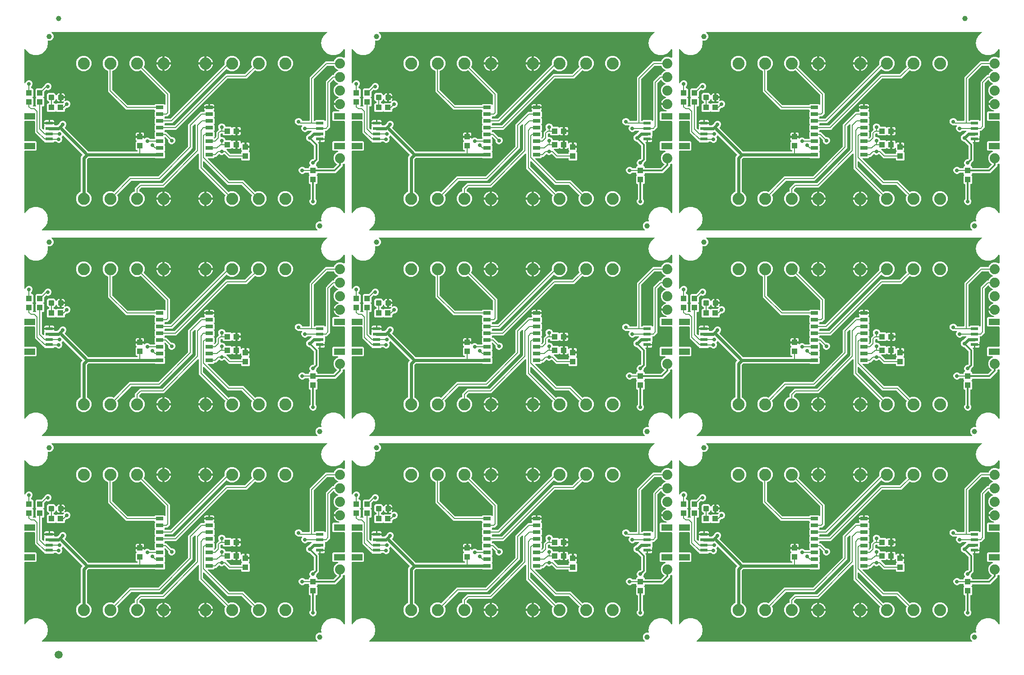
<source format=gtl>
G04 EAGLE Gerber RS-274X export*
G75*
%MOMM*%
%FSLAX34Y34*%
%LPD*%
%INTop Copper*%
%IPPOS*%
%AMOC8*
5,1,8,0,0,1.08239X$1,22.5*%
G01*
%ADD10C,1.000000*%
%ADD11R,2.000000X1.200000*%
%ADD12R,1.350000X0.600000*%
%ADD13R,1.000000X1.100000*%
%ADD14R,1.397000X0.647700*%
%ADD15R,1.100000X1.000000*%
%ADD16C,2.250000*%
%ADD17C,0.300000*%
%ADD18C,1.879600*%
%ADD19C,1.500000*%
%ADD20C,0.736600*%
%ADD21C,0.609600*%
%ADD22C,0.304800*%
%ADD23C,0.203200*%

G36*
X553631Y390149D02*
X553631Y390149D01*
X553660Y390146D01*
X553771Y390169D01*
X553883Y390185D01*
X553910Y390197D01*
X553939Y390202D01*
X554039Y390255D01*
X554143Y390301D01*
X554165Y390320D01*
X554191Y390333D01*
X554273Y390411D01*
X554360Y390484D01*
X554376Y390509D01*
X554397Y390529D01*
X554454Y390627D01*
X554517Y390721D01*
X554526Y390749D01*
X554541Y390774D01*
X554569Y390884D01*
X554603Y390992D01*
X554604Y391022D01*
X554611Y391050D01*
X554607Y391163D01*
X554610Y391276D01*
X554603Y391305D01*
X554602Y391334D01*
X554567Y391442D01*
X554538Y391551D01*
X554523Y391577D01*
X554514Y391605D01*
X554469Y391668D01*
X554393Y391796D01*
X554348Y391839D01*
X554320Y391878D01*
X551977Y394221D01*
X550751Y397179D01*
X550751Y400381D01*
X551977Y403339D01*
X554241Y405603D01*
X557199Y406829D01*
X560401Y406829D01*
X560486Y406794D01*
X560545Y406778D01*
X560601Y406754D01*
X560682Y406743D01*
X560761Y406723D01*
X560822Y406724D01*
X560883Y406716D01*
X560964Y406728D01*
X561045Y406731D01*
X561104Y406749D01*
X561164Y406758D01*
X561238Y406792D01*
X561316Y406817D01*
X561367Y406851D01*
X561423Y406877D01*
X561484Y406930D01*
X561552Y406976D01*
X561592Y407022D01*
X561638Y407062D01*
X561683Y407131D01*
X561735Y407193D01*
X561760Y407249D01*
X561794Y407300D01*
X561818Y407378D01*
X561851Y407453D01*
X561859Y407514D01*
X561877Y407572D01*
X561877Y407639D01*
X561890Y407735D01*
X561875Y407837D01*
X561874Y407908D01*
X561245Y411480D01*
X562629Y419331D01*
X566615Y426235D01*
X572722Y431360D01*
X580214Y434087D01*
X588186Y434087D01*
X595678Y431360D01*
X601785Y426236D01*
X603641Y423021D01*
X603653Y423006D01*
X603661Y422988D01*
X603740Y422894D01*
X603816Y422797D01*
X603832Y422786D01*
X603845Y422771D01*
X603947Y422702D01*
X604046Y422631D01*
X604065Y422624D01*
X604081Y422613D01*
X604199Y422576D01*
X604314Y422534D01*
X604334Y422533D01*
X604352Y422527D01*
X604475Y422524D01*
X604598Y422516D01*
X604617Y422521D01*
X604636Y422520D01*
X604755Y422551D01*
X604875Y422578D01*
X604893Y422587D01*
X604911Y422592D01*
X605017Y422654D01*
X605125Y422713D01*
X605139Y422727D01*
X605156Y422737D01*
X605240Y422827D01*
X605327Y422913D01*
X605337Y422930D01*
X605350Y422944D01*
X605406Y423054D01*
X605466Y423161D01*
X605471Y423180D01*
X605480Y423198D01*
X605492Y423270D01*
X605531Y423438D01*
X605529Y423489D01*
X605535Y423529D01*
X605535Y514365D01*
X605519Y514479D01*
X605509Y514593D01*
X605499Y514619D01*
X605495Y514647D01*
X605448Y514752D01*
X605407Y514859D01*
X605391Y514881D01*
X605379Y514906D01*
X605305Y514994D01*
X605236Y515085D01*
X605213Y515102D01*
X605196Y515123D01*
X605100Y515187D01*
X605008Y515256D01*
X604982Y515265D01*
X604959Y515281D01*
X604849Y515315D01*
X604742Y515356D01*
X604714Y515358D01*
X604688Y515366D01*
X604573Y515369D01*
X604459Y515379D01*
X604434Y515373D01*
X604404Y515374D01*
X604147Y515307D01*
X604131Y515303D01*
X602099Y514461D01*
X602098Y514461D01*
X602097Y514460D01*
X601978Y514390D01*
X601855Y514317D01*
X601854Y514316D01*
X601852Y514315D01*
X601755Y514211D01*
X601659Y514110D01*
X601659Y514109D01*
X601658Y514108D01*
X601593Y513982D01*
X601529Y513858D01*
X601529Y513856D01*
X601528Y513855D01*
X601526Y513840D01*
X601474Y513579D01*
X601477Y513548D01*
X601473Y513523D01*
X601473Y510796D01*
X588634Y497957D01*
X555164Y497957D01*
X555106Y497949D01*
X555048Y497951D01*
X554966Y497929D01*
X554882Y497917D01*
X554829Y497894D01*
X554773Y497879D01*
X554700Y497836D01*
X554623Y497801D01*
X554578Y497763D01*
X554528Y497734D01*
X554470Y497672D01*
X554406Y497618D01*
X554374Y497569D01*
X554334Y497526D01*
X554295Y497451D01*
X554248Y497381D01*
X554231Y497325D01*
X554204Y497273D01*
X554193Y497205D01*
X554163Y497110D01*
X554160Y497010D01*
X554149Y496942D01*
X554149Y495767D01*
X553129Y494748D01*
X553094Y494701D01*
X553052Y494661D01*
X553009Y494588D01*
X552959Y494521D01*
X552938Y494466D01*
X552908Y494416D01*
X552887Y494334D01*
X552857Y494255D01*
X552852Y494197D01*
X552838Y494140D01*
X552841Y494056D01*
X552834Y493972D01*
X552845Y493914D01*
X552847Y493856D01*
X552873Y493776D01*
X552890Y493693D01*
X552917Y493641D01*
X552935Y493585D01*
X552975Y493529D01*
X553021Y493441D01*
X553089Y493368D01*
X553129Y493312D01*
X554149Y492293D01*
X554149Y478767D01*
X552363Y476981D01*
X551688Y476981D01*
X551630Y476973D01*
X551572Y476975D01*
X551490Y476953D01*
X551406Y476941D01*
X551353Y476918D01*
X551297Y476903D01*
X551224Y476860D01*
X551147Y476825D01*
X551102Y476787D01*
X551052Y476758D01*
X550994Y476696D01*
X550930Y476642D01*
X550898Y476593D01*
X550858Y476550D01*
X550819Y476475D01*
X550772Y476405D01*
X550755Y476349D01*
X550728Y476297D01*
X550717Y476229D01*
X550687Y476134D01*
X550684Y476034D01*
X550673Y475966D01*
X550673Y449868D01*
X550685Y449781D01*
X550688Y449694D01*
X550705Y449641D01*
X550713Y449586D01*
X550748Y449507D01*
X550775Y449423D01*
X550803Y449384D01*
X550829Y449327D01*
X550925Y449214D01*
X550970Y449150D01*
X551807Y448313D01*
X552832Y445839D01*
X552832Y443161D01*
X551807Y440687D01*
X549913Y438793D01*
X547439Y437768D01*
X544761Y437768D01*
X542287Y438793D01*
X540393Y440687D01*
X539368Y443161D01*
X539368Y445839D01*
X540393Y448313D01*
X541230Y449150D01*
X541282Y449220D01*
X541342Y449284D01*
X541368Y449333D01*
X541401Y449377D01*
X541432Y449459D01*
X541472Y449537D01*
X541480Y449584D01*
X541502Y449643D01*
X541514Y449791D01*
X541527Y449868D01*
X541527Y475966D01*
X541519Y476024D01*
X541521Y476082D01*
X541499Y476164D01*
X541487Y476248D01*
X541464Y476301D01*
X541449Y476357D01*
X541406Y476430D01*
X541371Y476507D01*
X541333Y476552D01*
X541304Y476602D01*
X541242Y476660D01*
X541188Y476724D01*
X541139Y476756D01*
X541096Y476796D01*
X541021Y476835D01*
X540951Y476882D01*
X540895Y476899D01*
X540843Y476926D01*
X540775Y476937D01*
X540680Y476967D01*
X540580Y476970D01*
X540512Y476981D01*
X539837Y476981D01*
X538051Y478767D01*
X538051Y492293D01*
X539071Y493312D01*
X539106Y493359D01*
X539148Y493399D01*
X539191Y493472D01*
X539241Y493539D01*
X539262Y493594D01*
X539292Y493644D01*
X539313Y493726D01*
X539343Y493805D01*
X539348Y493863D01*
X539362Y493920D01*
X539359Y494004D01*
X539366Y494088D01*
X539355Y494146D01*
X539353Y494204D01*
X539327Y494284D01*
X539310Y494367D01*
X539283Y494419D01*
X539265Y494475D01*
X539225Y494531D01*
X539179Y494619D01*
X539111Y494692D01*
X539071Y494748D01*
X538051Y495767D01*
X538051Y497840D01*
X538043Y497898D01*
X538045Y497956D01*
X538023Y498038D01*
X538011Y498122D01*
X537988Y498175D01*
X537973Y498231D01*
X537930Y498304D01*
X537895Y498381D01*
X537857Y498426D01*
X537828Y498476D01*
X537766Y498534D01*
X537712Y498598D01*
X537663Y498630D01*
X537620Y498670D01*
X537545Y498709D01*
X537475Y498756D01*
X537419Y498773D01*
X537367Y498800D01*
X537299Y498811D01*
X537204Y498841D01*
X537104Y498844D01*
X537036Y498855D01*
X531656Y498855D01*
X531569Y498843D01*
X531482Y498840D01*
X531429Y498823D01*
X531374Y498815D01*
X531295Y498780D01*
X531211Y498753D01*
X531172Y498725D01*
X531115Y498699D01*
X531002Y498603D01*
X530938Y498558D01*
X529593Y497213D01*
X527119Y496188D01*
X524441Y496188D01*
X521967Y497213D01*
X520073Y499107D01*
X519048Y501581D01*
X519048Y504259D01*
X520073Y506733D01*
X521967Y508627D01*
X524441Y509652D01*
X527119Y509652D01*
X529593Y508627D01*
X530938Y507282D01*
X531008Y507230D01*
X531072Y507170D01*
X531121Y507144D01*
X531165Y507111D01*
X531247Y507080D01*
X531325Y507040D01*
X531372Y507032D01*
X531431Y507010D01*
X531579Y506998D01*
X531656Y506985D01*
X537036Y506985D01*
X537094Y506993D01*
X537152Y506991D01*
X537234Y507013D01*
X537318Y507025D01*
X537371Y507048D01*
X537427Y507063D01*
X537500Y507106D01*
X537577Y507141D01*
X537622Y507179D01*
X537672Y507208D01*
X537730Y507270D01*
X537794Y507324D01*
X537826Y507373D01*
X537866Y507416D01*
X537905Y507491D01*
X537952Y507561D01*
X537969Y507617D01*
X537996Y507669D01*
X538007Y507737D01*
X538037Y507832D01*
X538040Y507932D01*
X538051Y508000D01*
X538051Y509293D01*
X539837Y511079D01*
X539940Y511079D01*
X539969Y511083D01*
X539998Y511080D01*
X540109Y511103D01*
X540222Y511119D01*
X540248Y511131D01*
X540277Y511136D01*
X540378Y511188D01*
X540481Y511235D01*
X540503Y511254D01*
X540529Y511267D01*
X540612Y511345D01*
X540698Y511418D01*
X540714Y511443D01*
X540736Y511463D01*
X540793Y511561D01*
X540856Y511655D01*
X540864Y511683D01*
X540879Y511708D01*
X540907Y511818D01*
X540941Y511926D01*
X540942Y511955D01*
X540949Y511984D01*
X540946Y512097D01*
X540949Y512210D01*
X540941Y512239D01*
X540940Y512268D01*
X540905Y512376D01*
X540877Y512485D01*
X540862Y512511D01*
X540853Y512539D01*
X540807Y512603D01*
X540732Y512730D01*
X540686Y512773D01*
X540658Y512812D01*
X540393Y513077D01*
X539368Y515551D01*
X539368Y518229D01*
X540393Y520703D01*
X542287Y522597D01*
X544761Y523622D01*
X545944Y523622D01*
X546031Y523634D01*
X546118Y523637D01*
X546171Y523654D01*
X546226Y523662D01*
X546306Y523697D01*
X546389Y523724D01*
X546428Y523752D01*
X546485Y523778D01*
X546599Y523874D01*
X546662Y523919D01*
X547580Y524837D01*
X547632Y524907D01*
X547692Y524970D01*
X547718Y525020D01*
X547751Y525064D01*
X547782Y525146D01*
X547822Y525224D01*
X547830Y525271D01*
X547852Y525330D01*
X547864Y525477D01*
X547877Y525555D01*
X547877Y548865D01*
X547865Y548952D01*
X547862Y549039D01*
X547845Y549092D01*
X547837Y549147D01*
X547802Y549227D01*
X547775Y549310D01*
X547747Y549349D01*
X547721Y549406D01*
X547625Y549520D01*
X547580Y549583D01*
X540312Y556851D01*
X540242Y556903D01*
X540179Y556963D01*
X540129Y556989D01*
X540085Y557022D01*
X540003Y557053D01*
X539925Y557093D01*
X539878Y557101D01*
X539819Y557123D01*
X539672Y557135D01*
X539594Y557148D01*
X538411Y557148D01*
X535937Y558173D01*
X534043Y560067D01*
X533018Y562541D01*
X533018Y565219D01*
X534043Y567693D01*
X535937Y569587D01*
X537283Y570145D01*
X537310Y570160D01*
X537339Y570170D01*
X537403Y570215D01*
X537528Y570289D01*
X537572Y570336D01*
X537613Y570365D01*
X543030Y575782D01*
X543048Y575806D01*
X543070Y575825D01*
X543133Y575919D01*
X543201Y576009D01*
X543211Y576037D01*
X543228Y576061D01*
X543262Y576169D01*
X543302Y576275D01*
X543305Y576304D01*
X543313Y576332D01*
X543316Y576446D01*
X543326Y576558D01*
X543320Y576587D01*
X543321Y576616D01*
X543292Y576726D01*
X543270Y576837D01*
X543256Y576863D01*
X543249Y576891D01*
X543191Y576989D01*
X543139Y577089D01*
X543119Y577111D01*
X543104Y577136D01*
X543021Y577213D01*
X542943Y577295D01*
X542918Y577310D01*
X542896Y577330D01*
X542796Y577382D01*
X542698Y577439D01*
X542669Y577446D01*
X542643Y577460D01*
X542566Y577473D01*
X542422Y577509D01*
X542360Y577507D01*
X542312Y577515D01*
X536656Y577515D01*
X536569Y577503D01*
X536482Y577500D01*
X536429Y577483D01*
X536374Y577475D01*
X536295Y577440D01*
X536211Y577413D01*
X536172Y577385D01*
X536115Y577359D01*
X536002Y577263D01*
X535938Y577218D01*
X534673Y575953D01*
X532199Y574928D01*
X529521Y574928D01*
X527047Y575953D01*
X525153Y577847D01*
X524128Y580321D01*
X524128Y582999D01*
X525153Y585473D01*
X525462Y585782D01*
X525480Y585806D01*
X525502Y585825D01*
X525565Y585919D01*
X525633Y586009D01*
X525643Y586037D01*
X525660Y586061D01*
X525694Y586169D01*
X525734Y586275D01*
X525737Y586304D01*
X525745Y586332D01*
X525748Y586445D01*
X525758Y586558D01*
X525752Y586587D01*
X525753Y586616D01*
X525724Y586726D01*
X525702Y586837D01*
X525688Y586863D01*
X525681Y586891D01*
X525623Y586989D01*
X525571Y587089D01*
X525551Y587111D01*
X525536Y587136D01*
X525453Y587213D01*
X525375Y587295D01*
X525350Y587310D01*
X525328Y587330D01*
X525227Y587382D01*
X525130Y587439D01*
X525101Y587446D01*
X525075Y587460D01*
X524998Y587473D01*
X524854Y587509D01*
X524792Y587507D01*
X524744Y587515D01*
X519968Y587515D01*
X519922Y587533D01*
X519844Y587573D01*
X519796Y587581D01*
X519738Y587603D01*
X519590Y587615D01*
X519513Y587628D01*
X517611Y587628D01*
X515137Y588653D01*
X513243Y590547D01*
X512218Y593021D01*
X512218Y595699D01*
X513243Y598173D01*
X515137Y600067D01*
X517611Y601092D01*
X520289Y601092D01*
X522763Y600067D01*
X524657Y598173D01*
X525445Y596271D01*
X525445Y596270D01*
X525446Y596269D01*
X525519Y596146D01*
X525589Y596027D01*
X525590Y596026D01*
X525591Y596024D01*
X525695Y595927D01*
X525796Y595831D01*
X525797Y595831D01*
X525798Y595830D01*
X525924Y595765D01*
X526049Y595701D01*
X526050Y595701D01*
X526052Y595700D01*
X526066Y595698D01*
X526327Y595646D01*
X526358Y595649D01*
X526383Y595645D01*
X538480Y595645D01*
X538538Y595653D01*
X538596Y595651D01*
X538678Y595673D01*
X538762Y595685D01*
X538815Y595708D01*
X538871Y595723D01*
X538944Y595766D01*
X539021Y595801D01*
X539066Y595839D01*
X539116Y595868D01*
X539174Y595930D01*
X539238Y595984D01*
X539270Y596033D01*
X539310Y596076D01*
X539349Y596151D01*
X539396Y596221D01*
X539413Y596277D01*
X539440Y596329D01*
X539451Y596397D01*
X539481Y596492D01*
X539484Y596592D01*
X539495Y596660D01*
X539495Y677324D01*
X542174Y680002D01*
X567138Y704966D01*
X569816Y707645D01*
X584433Y707645D01*
X584435Y707645D01*
X584436Y707645D01*
X584575Y707665D01*
X584715Y707685D01*
X584716Y707685D01*
X584718Y707685D01*
X584843Y707742D01*
X584974Y707801D01*
X584975Y707802D01*
X584977Y707803D01*
X585084Y707894D01*
X585191Y707984D01*
X585192Y707986D01*
X585193Y707987D01*
X585201Y708000D01*
X585349Y708221D01*
X585358Y708250D01*
X585371Y708271D01*
X586348Y710631D01*
X589849Y714132D01*
X594424Y716027D01*
X599376Y716027D01*
X604131Y714057D01*
X604243Y714028D01*
X604352Y713994D01*
X604380Y713993D01*
X604407Y713986D01*
X604521Y713989D01*
X604636Y713986D01*
X604663Y713993D01*
X604691Y713994D01*
X604800Y714029D01*
X604911Y714058D01*
X604935Y714072D01*
X604962Y714081D01*
X605057Y714145D01*
X605156Y714203D01*
X605175Y714224D01*
X605198Y714239D01*
X605272Y714327D01*
X605350Y714411D01*
X605363Y714435D01*
X605381Y714457D01*
X605427Y714561D01*
X605480Y714664D01*
X605484Y714688D01*
X605496Y714716D01*
X605511Y714826D01*
X605521Y714857D01*
X605523Y714906D01*
X605533Y714980D01*
X605535Y714995D01*
X605535Y729631D01*
X605533Y729651D01*
X605535Y729670D01*
X605513Y729791D01*
X605495Y729913D01*
X605487Y729931D01*
X605484Y729950D01*
X605429Y730060D01*
X605379Y730172D01*
X605367Y730187D01*
X605358Y730205D01*
X605275Y730296D01*
X605196Y730389D01*
X605179Y730400D01*
X605166Y730415D01*
X605061Y730479D01*
X604959Y730547D01*
X604940Y730553D01*
X604924Y730563D01*
X604805Y730596D01*
X604688Y730633D01*
X604668Y730633D01*
X604649Y730638D01*
X604527Y730637D01*
X604404Y730640D01*
X604385Y730635D01*
X604365Y730635D01*
X604247Y730599D01*
X604129Y730568D01*
X604112Y730558D01*
X604093Y730552D01*
X603990Y730486D01*
X603884Y730423D01*
X603871Y730409D01*
X603854Y730398D01*
X603808Y730341D01*
X603690Y730216D01*
X603666Y730170D01*
X603641Y730139D01*
X601785Y726924D01*
X595678Y721800D01*
X588186Y719073D01*
X580214Y719073D01*
X572722Y721800D01*
X566615Y726924D01*
X562629Y733829D01*
X561245Y741680D01*
X562629Y749531D01*
X566615Y756435D01*
X572320Y761222D01*
X572369Y761277D01*
X572425Y761325D01*
X572464Y761382D01*
X572510Y761434D01*
X572542Y761500D01*
X572583Y761561D01*
X572604Y761627D01*
X572634Y761690D01*
X572646Y761762D01*
X572668Y761832D01*
X572670Y761901D01*
X572682Y761970D01*
X572674Y762043D01*
X572676Y762116D01*
X572658Y762183D01*
X572651Y762252D01*
X572623Y762320D01*
X572604Y762391D01*
X572569Y762451D01*
X572542Y762515D01*
X572496Y762573D01*
X572459Y762636D01*
X572408Y762683D01*
X572365Y762737D01*
X572305Y762780D01*
X572251Y762830D01*
X572190Y762862D01*
X572133Y762902D01*
X572064Y762926D01*
X571998Y762960D01*
X571940Y762970D01*
X571865Y762996D01*
X571743Y763003D01*
X571667Y763015D01*
X55998Y763015D01*
X55969Y763011D01*
X55940Y763014D01*
X55829Y762991D01*
X55717Y762975D01*
X55690Y762963D01*
X55661Y762958D01*
X55561Y762905D01*
X55457Y762859D01*
X55435Y762840D01*
X55409Y762827D01*
X55327Y762749D01*
X55240Y762676D01*
X55224Y762651D01*
X55203Y762631D01*
X55146Y762533D01*
X55083Y762439D01*
X55074Y762411D01*
X55059Y762386D01*
X55031Y762276D01*
X54997Y762168D01*
X54996Y762138D01*
X54989Y762110D01*
X54993Y761997D01*
X54990Y761884D01*
X54997Y761855D01*
X54998Y761826D01*
X55033Y761718D01*
X55062Y761609D01*
X55077Y761583D01*
X55086Y761555D01*
X55131Y761492D01*
X55207Y761364D01*
X55252Y761321D01*
X55280Y761282D01*
X57623Y758939D01*
X58849Y755981D01*
X58849Y752779D01*
X57623Y749821D01*
X55359Y747557D01*
X52401Y746331D01*
X49199Y746331D01*
X49114Y746366D01*
X49055Y746382D01*
X48999Y746406D01*
X48918Y746417D01*
X48839Y746437D01*
X48778Y746436D01*
X48717Y746444D01*
X48636Y746432D01*
X48555Y746429D01*
X48496Y746411D01*
X48436Y746402D01*
X48362Y746368D01*
X48284Y746343D01*
X48233Y746309D01*
X48177Y746283D01*
X48116Y746230D01*
X48048Y746184D01*
X48008Y746138D01*
X47962Y746098D01*
X47917Y746029D01*
X47865Y745967D01*
X47840Y745911D01*
X47806Y745860D01*
X47782Y745782D01*
X47749Y745707D01*
X47741Y745646D01*
X47723Y745588D01*
X47723Y745521D01*
X47710Y745425D01*
X47725Y745323D01*
X47726Y745252D01*
X48355Y741680D01*
X46971Y733829D01*
X42985Y726925D01*
X36878Y721800D01*
X29386Y719073D01*
X21414Y719073D01*
X13922Y721800D01*
X7815Y726924D01*
X5959Y730139D01*
X5947Y730154D01*
X5939Y730172D01*
X5860Y730266D01*
X5784Y730363D01*
X5768Y730374D01*
X5755Y730389D01*
X5653Y730458D01*
X5554Y730529D01*
X5535Y730536D01*
X5519Y730547D01*
X5401Y730584D01*
X5286Y730626D01*
X5266Y730627D01*
X5248Y730633D01*
X5125Y730636D01*
X5002Y730644D01*
X4983Y730639D01*
X4964Y730640D01*
X4845Y730609D01*
X4725Y730582D01*
X4707Y730573D01*
X4689Y730568D01*
X4583Y730506D01*
X4475Y730447D01*
X4461Y730433D01*
X4444Y730423D01*
X4360Y730333D01*
X4273Y730247D01*
X4263Y730230D01*
X4250Y730216D01*
X4194Y730106D01*
X4134Y729999D01*
X4129Y729980D01*
X4120Y729962D01*
X4108Y729890D01*
X4069Y729722D01*
X4071Y729671D01*
X4065Y729631D01*
X4065Y667327D01*
X4077Y667242D01*
X4079Y667156D01*
X4097Y667102D01*
X4105Y667046D01*
X4140Y666968D01*
X4166Y666886D01*
X4198Y666838D01*
X4221Y666787D01*
X4276Y666721D01*
X4324Y666650D01*
X4368Y666613D01*
X4404Y666570D01*
X4476Y666522D01*
X4542Y666467D01*
X4594Y666443D01*
X4641Y666412D01*
X4723Y666386D01*
X4802Y666351D01*
X4858Y666343D01*
X4912Y666326D01*
X4998Y666324D01*
X5083Y666312D01*
X5139Y666320D01*
X5196Y666319D01*
X5279Y666341D01*
X5364Y666353D01*
X5416Y666376D01*
X5471Y666391D01*
X5545Y666435D01*
X5624Y666470D01*
X5667Y666507D01*
X5716Y666536D01*
X5775Y666599D01*
X5840Y666654D01*
X5866Y666696D01*
X5910Y666743D01*
X5976Y666872D01*
X6018Y666939D01*
X6993Y669293D01*
X8887Y671187D01*
X11361Y672212D01*
X14039Y672212D01*
X16513Y671187D01*
X18407Y669293D01*
X19432Y666819D01*
X19432Y664141D01*
X18407Y661667D01*
X17062Y660322D01*
X17010Y660252D01*
X16950Y660188D01*
X16924Y660139D01*
X16891Y660095D01*
X16860Y660013D01*
X16820Y659935D01*
X16812Y659888D01*
X16790Y659829D01*
X16778Y659681D01*
X16765Y659604D01*
X16765Y658144D01*
X16772Y658090D01*
X16771Y658054D01*
X16772Y658052D01*
X16771Y658028D01*
X16793Y657946D01*
X16805Y657862D01*
X16828Y657809D01*
X16843Y657753D01*
X16886Y657680D01*
X16921Y657603D01*
X16959Y657558D01*
X16988Y657508D01*
X17050Y657450D01*
X17104Y657386D01*
X17153Y657354D01*
X17196Y657314D01*
X17271Y657275D01*
X17341Y657228D01*
X17397Y657211D01*
X17449Y657184D01*
X17517Y657173D01*
X17612Y657143D01*
X17712Y657140D01*
X17780Y657129D01*
X18963Y657129D01*
X20749Y655343D01*
X20749Y641817D01*
X19729Y640798D01*
X19694Y640751D01*
X19652Y640711D01*
X19609Y640638D01*
X19559Y640571D01*
X19538Y640516D01*
X19508Y640466D01*
X19487Y640384D01*
X19457Y640305D01*
X19452Y640247D01*
X19438Y640190D01*
X19441Y640106D01*
X19434Y640022D01*
X19445Y639964D01*
X19447Y639906D01*
X19473Y639826D01*
X19490Y639743D01*
X19517Y639691D01*
X19535Y639635D01*
X19575Y639579D01*
X19621Y639491D01*
X19689Y639418D01*
X19729Y639362D01*
X20749Y638343D01*
X20749Y624817D01*
X20219Y624288D01*
X20202Y624264D01*
X20179Y624245D01*
X20117Y624151D01*
X20049Y624061D01*
X20038Y624033D01*
X20022Y624009D01*
X19988Y623901D01*
X19947Y623795D01*
X19945Y623766D01*
X19936Y623738D01*
X19933Y623624D01*
X19924Y623512D01*
X19929Y623483D01*
X19929Y623454D01*
X19957Y623344D01*
X19980Y623233D01*
X19993Y623207D01*
X20001Y623179D01*
X20058Y623081D01*
X20111Y622981D01*
X20131Y622959D01*
X20146Y622934D01*
X20228Y622857D01*
X20306Y622775D01*
X20332Y622760D01*
X20353Y622740D01*
X20454Y622688D01*
X20552Y622631D01*
X20580Y622624D01*
X20606Y622610D01*
X20684Y622597D01*
X20827Y622561D01*
X20890Y622563D01*
X20937Y622555D01*
X24783Y622555D01*
X24812Y622559D01*
X24841Y622556D01*
X24952Y622579D01*
X25064Y622595D01*
X25091Y622607D01*
X25120Y622612D01*
X25220Y622665D01*
X25324Y622711D01*
X25346Y622730D01*
X25372Y622743D01*
X25454Y622821D01*
X25541Y622894D01*
X25557Y622919D01*
X25578Y622939D01*
X25635Y623037D01*
X25698Y623131D01*
X25707Y623159D01*
X25722Y623184D01*
X25750Y623294D01*
X25784Y623402D01*
X25785Y623432D01*
X25792Y623460D01*
X25788Y623573D01*
X25791Y623686D01*
X25784Y623715D01*
X25783Y623744D01*
X25748Y623852D01*
X25719Y623961D01*
X25705Y623987D01*
X25695Y624015D01*
X25650Y624079D01*
X25574Y624206D01*
X25529Y624249D01*
X25501Y624288D01*
X24971Y624817D01*
X24971Y638343D01*
X25991Y639362D01*
X26026Y639409D01*
X26068Y639449D01*
X26111Y639522D01*
X26161Y639589D01*
X26182Y639644D01*
X26212Y639694D01*
X26233Y639776D01*
X26263Y639855D01*
X26268Y639913D01*
X26282Y639970D01*
X26279Y640054D01*
X26286Y640138D01*
X26275Y640196D01*
X26273Y640254D01*
X26247Y640334D01*
X26230Y640417D01*
X26203Y640469D01*
X26185Y640525D01*
X26145Y640581D01*
X26099Y640669D01*
X26031Y640742D01*
X25991Y640798D01*
X24971Y641817D01*
X24971Y655343D01*
X26757Y657129D01*
X36280Y657129D01*
X36366Y657141D01*
X36454Y657144D01*
X36507Y657161D01*
X36561Y657169D01*
X36641Y657204D01*
X36724Y657231D01*
X36764Y657259D01*
X36821Y657285D01*
X36934Y657381D01*
X36998Y657426D01*
X41358Y661786D01*
X41539Y661968D01*
X41558Y661992D01*
X41581Y662012D01*
X41623Y662079D01*
X41710Y662195D01*
X41733Y662255D01*
X41759Y662297D01*
X42553Y664213D01*
X44447Y666107D01*
X46921Y667132D01*
X49599Y667132D01*
X52073Y666107D01*
X53967Y664213D01*
X54992Y661739D01*
X54992Y659061D01*
X53967Y656587D01*
X52073Y654693D01*
X49599Y653668D01*
X46921Y653668D01*
X46003Y654048D01*
X46002Y654049D01*
X46000Y654050D01*
X45986Y654053D01*
X45984Y654054D01*
X45978Y654055D01*
X45867Y654083D01*
X45728Y654119D01*
X45726Y654119D01*
X45725Y654120D01*
X45584Y654115D01*
X45444Y654111D01*
X45442Y654111D01*
X45441Y654111D01*
X45306Y654067D01*
X45173Y654025D01*
X45172Y654024D01*
X45170Y654023D01*
X45158Y654014D01*
X45086Y653966D01*
X45058Y653954D01*
X45022Y653923D01*
X44937Y653866D01*
X44917Y653843D01*
X44897Y653828D01*
X41366Y650298D01*
X41314Y650228D01*
X41254Y650164D01*
X41228Y650115D01*
X41195Y650071D01*
X41164Y649989D01*
X41124Y649911D01*
X41116Y649863D01*
X41094Y649805D01*
X41082Y649657D01*
X41069Y649580D01*
X41069Y641817D01*
X40049Y640798D01*
X40014Y640751D01*
X39972Y640711D01*
X39929Y640638D01*
X39879Y640571D01*
X39858Y640516D01*
X39828Y640466D01*
X39807Y640384D01*
X39777Y640305D01*
X39772Y640247D01*
X39758Y640190D01*
X39761Y640106D01*
X39754Y640022D01*
X39765Y639964D01*
X39767Y639906D01*
X39793Y639826D01*
X39810Y639743D01*
X39837Y639691D01*
X39855Y639635D01*
X39895Y639579D01*
X39941Y639491D01*
X40009Y639418D01*
X40049Y639362D01*
X41069Y638343D01*
X41069Y624817D01*
X39283Y623031D01*
X38100Y623031D01*
X38042Y623023D01*
X37984Y623025D01*
X37902Y623003D01*
X37818Y622991D01*
X37765Y622968D01*
X37709Y622953D01*
X37636Y622910D01*
X37559Y622875D01*
X37514Y622837D01*
X37464Y622808D01*
X37406Y622746D01*
X37342Y622692D01*
X37310Y622643D01*
X37270Y622600D01*
X37231Y622525D01*
X37184Y622455D01*
X37167Y622399D01*
X37140Y622347D01*
X37129Y622279D01*
X37099Y622184D01*
X37096Y622084D01*
X37085Y622016D01*
X37085Y582494D01*
X37097Y582408D01*
X37100Y582320D01*
X37117Y582268D01*
X37125Y582213D01*
X37160Y582133D01*
X37187Y582050D01*
X37215Y582010D01*
X37241Y581953D01*
X37337Y581840D01*
X37382Y581776D01*
X39268Y579890D01*
X39292Y579873D01*
X39311Y579850D01*
X39405Y579787D01*
X39495Y579719D01*
X39523Y579709D01*
X39547Y579693D01*
X39655Y579658D01*
X39761Y579618D01*
X39790Y579616D01*
X39818Y579607D01*
X39932Y579604D01*
X40044Y579595D01*
X40073Y579600D01*
X40102Y579600D01*
X40212Y579628D01*
X40323Y579650D01*
X40349Y579664D01*
X40377Y579671D01*
X40475Y579729D01*
X40575Y579781D01*
X40597Y579802D01*
X40622Y579817D01*
X40699Y579899D01*
X40781Y579977D01*
X40796Y580003D01*
X40816Y580024D01*
X40868Y580125D01*
X40925Y580223D01*
X40932Y580251D01*
X40946Y580277D01*
X40959Y580354D01*
X40995Y580498D01*
X40993Y580561D01*
X41001Y580608D01*
X41001Y585843D01*
X41525Y586367D01*
X41566Y586421D01*
X41615Y586469D01*
X41651Y586534D01*
X41696Y586594D01*
X41720Y586658D01*
X41754Y586717D01*
X41771Y586790D01*
X41797Y586860D01*
X41803Y586928D01*
X41818Y586994D01*
X41815Y587068D01*
X41821Y587143D01*
X41807Y587210D01*
X41804Y587278D01*
X41782Y587337D01*
X41765Y587422D01*
X41740Y587471D01*
X41733Y587495D01*
X41705Y587541D01*
X41686Y587592D01*
X41682Y587599D01*
X41509Y588246D01*
X41509Y590081D01*
X50316Y590081D01*
X50374Y590089D01*
X50432Y590087D01*
X50514Y590109D01*
X50597Y590121D01*
X50651Y590144D01*
X50707Y590159D01*
X50780Y590202D01*
X50799Y590211D01*
X50845Y590180D01*
X50901Y590163D01*
X50953Y590136D01*
X51021Y590125D01*
X51116Y590095D01*
X51216Y590092D01*
X51284Y590081D01*
X60091Y590081D01*
X60091Y588692D01*
X60099Y588634D01*
X60097Y588576D01*
X60119Y588494D01*
X60131Y588410D01*
X60154Y588357D01*
X60169Y588301D01*
X60212Y588228D01*
X60247Y588151D01*
X60285Y588106D01*
X60314Y588056D01*
X60376Y587998D01*
X60430Y587934D01*
X60479Y587902D01*
X60522Y587862D01*
X60597Y587823D01*
X60667Y587776D01*
X60723Y587759D01*
X60775Y587732D01*
X60843Y587721D01*
X60938Y587691D01*
X61038Y587688D01*
X61106Y587677D01*
X65554Y587677D01*
X65641Y587689D01*
X65728Y587692D01*
X65781Y587709D01*
X65836Y587717D01*
X65915Y587752D01*
X65999Y587779D01*
X66038Y587807D01*
X66095Y587833D01*
X66208Y587929D01*
X66272Y587974D01*
X69715Y591417D01*
X69734Y591442D01*
X69757Y591462D01*
X69799Y591529D01*
X69886Y591645D01*
X69909Y591705D01*
X69935Y591747D01*
X70493Y593093D01*
X72387Y594987D01*
X74861Y596012D01*
X77539Y596012D01*
X80013Y594987D01*
X81907Y593093D01*
X82932Y590619D01*
X82932Y587941D01*
X81907Y585467D01*
X80274Y583834D01*
X80239Y583787D01*
X80196Y583747D01*
X80154Y583674D01*
X80103Y583607D01*
X80082Y583552D01*
X80053Y583502D01*
X80032Y583420D01*
X80002Y583341D01*
X79997Y583283D01*
X79983Y583226D01*
X79985Y583142D01*
X79978Y583058D01*
X79990Y583000D01*
X79992Y582942D01*
X80018Y582862D01*
X80034Y582779D01*
X80061Y582727D01*
X80079Y582671D01*
X80119Y582615D01*
X80165Y582527D01*
X80234Y582454D01*
X80274Y582398D01*
X124148Y538524D01*
X124218Y538472D01*
X124282Y538412D01*
X124331Y538386D01*
X124375Y538353D01*
X124457Y538322D01*
X124535Y538282D01*
X124582Y538274D01*
X124641Y538252D01*
X124789Y538240D01*
X124866Y538227D01*
X215900Y538227D01*
X215958Y538235D01*
X216016Y538233D01*
X216098Y538255D01*
X216182Y538267D01*
X216235Y538290D01*
X216291Y538305D01*
X216364Y538348D01*
X216441Y538383D01*
X216486Y538421D01*
X216536Y538450D01*
X216594Y538512D01*
X216658Y538566D01*
X216690Y538615D01*
X216730Y538658D01*
X216769Y538733D01*
X216816Y538803D01*
X216833Y538859D01*
X216860Y538911D01*
X216871Y538979D01*
X216901Y539074D01*
X216904Y539174D01*
X216915Y539242D01*
X216915Y539466D01*
X216907Y539524D01*
X216909Y539582D01*
X216887Y539664D01*
X216875Y539748D01*
X216852Y539801D01*
X216837Y539857D01*
X216794Y539930D01*
X216759Y540007D01*
X216721Y540052D01*
X216692Y540102D01*
X216630Y540160D01*
X216576Y540224D01*
X216527Y540256D01*
X216484Y540296D01*
X216409Y540335D01*
X216339Y540382D01*
X216283Y540399D01*
X216231Y540426D01*
X216163Y540437D01*
X216068Y540467D01*
X215968Y540470D01*
X215900Y540481D01*
X214717Y540481D01*
X212931Y542267D01*
X212931Y555793D01*
X214310Y557171D01*
X214345Y557218D01*
X214387Y557258D01*
X214430Y557331D01*
X214481Y557398D01*
X214502Y557453D01*
X214531Y557504D01*
X214552Y557585D01*
X214582Y557664D01*
X214587Y557723D01*
X214601Y557779D01*
X214598Y557863D01*
X214605Y557947D01*
X214594Y558005D01*
X214592Y558063D01*
X214566Y558143D01*
X214550Y558226D01*
X214523Y558278D01*
X214505Y558334D01*
X214465Y558390D01*
X214419Y558479D01*
X214350Y558551D01*
X214310Y558607D01*
X213947Y558970D01*
X213612Y559549D01*
X213439Y560196D01*
X213439Y563999D01*
X219964Y563999D01*
X220022Y564007D01*
X220080Y564005D01*
X220162Y564027D01*
X220245Y564039D01*
X220299Y564063D01*
X220355Y564077D01*
X220428Y564120D01*
X220505Y564155D01*
X220549Y564193D01*
X220600Y564223D01*
X220657Y564284D01*
X220722Y564339D01*
X220754Y564387D01*
X220794Y564430D01*
X220833Y564505D01*
X220879Y564575D01*
X220897Y564631D01*
X220924Y564683D01*
X220935Y564751D01*
X220965Y564846D01*
X220968Y564946D01*
X220979Y565014D01*
X220979Y566031D01*
X220981Y566031D01*
X220981Y565014D01*
X220989Y564956D01*
X220988Y564898D01*
X221009Y564816D01*
X221021Y564733D01*
X221045Y564679D01*
X221059Y564623D01*
X221102Y564550D01*
X221137Y564473D01*
X221175Y564428D01*
X221205Y564378D01*
X221266Y564320D01*
X221321Y564256D01*
X221369Y564224D01*
X221412Y564184D01*
X221487Y564145D01*
X221557Y564099D01*
X221613Y564081D01*
X221665Y564054D01*
X221733Y564043D01*
X221828Y564013D01*
X221928Y564010D01*
X221996Y563999D01*
X228521Y563999D01*
X228521Y563072D01*
X228525Y563043D01*
X228522Y563014D01*
X228545Y562903D01*
X228561Y562790D01*
X228573Y562764D01*
X228578Y562735D01*
X228631Y562634D01*
X228677Y562531D01*
X228696Y562509D01*
X228709Y562483D01*
X228787Y562400D01*
X228860Y562314D01*
X228885Y562298D01*
X228905Y562276D01*
X229003Y562219D01*
X229097Y562156D01*
X229125Y562148D01*
X229150Y562133D01*
X229260Y562105D01*
X229368Y562071D01*
X229398Y562070D01*
X229426Y562063D01*
X229539Y562066D01*
X229652Y562063D01*
X229681Y562071D01*
X229710Y562072D01*
X229818Y562107D01*
X229927Y562135D01*
X229953Y562150D01*
X229981Y562159D01*
X230045Y562205D01*
X230172Y562280D01*
X230215Y562326D01*
X230254Y562354D01*
X231137Y563237D01*
X233611Y564262D01*
X236289Y564262D01*
X238763Y563237D01*
X240108Y561892D01*
X240178Y561840D01*
X240242Y561780D01*
X240291Y561754D01*
X240335Y561721D01*
X240417Y561690D01*
X240495Y561650D01*
X240542Y561642D01*
X240601Y561620D01*
X240749Y561608D01*
X240826Y561595D01*
X247409Y561595D01*
X247496Y561607D01*
X247583Y561610D01*
X247636Y561627D01*
X247691Y561635D01*
X247770Y561670D01*
X247854Y561697D01*
X247893Y561725D01*
X247950Y561751D01*
X248063Y561847D01*
X248127Y561892D01*
X249397Y563162D01*
X249432Y563209D01*
X249475Y563249D01*
X249517Y563322D01*
X249568Y563389D01*
X249589Y563444D01*
X249618Y563494D01*
X249639Y563576D01*
X249669Y563655D01*
X249674Y563713D01*
X249688Y563770D01*
X249686Y563854D01*
X249693Y563938D01*
X249681Y563996D01*
X249679Y564054D01*
X249653Y564134D01*
X249637Y564217D01*
X249610Y564269D01*
X249592Y564325D01*
X249552Y564381D01*
X249506Y564469D01*
X249437Y564542D01*
X249397Y564598D01*
X248266Y565729D01*
X248266Y574731D01*
X249397Y575862D01*
X249432Y575909D01*
X249475Y575949D01*
X249517Y576022D01*
X249568Y576089D01*
X249589Y576144D01*
X249618Y576194D01*
X249639Y576276D01*
X249669Y576355D01*
X249674Y576413D01*
X249688Y576470D01*
X249686Y576554D01*
X249693Y576638D01*
X249681Y576696D01*
X249679Y576754D01*
X249653Y576834D01*
X249637Y576917D01*
X249610Y576969D01*
X249592Y577025D01*
X249552Y577081D01*
X249506Y577169D01*
X249437Y577242D01*
X249397Y577298D01*
X248266Y578429D01*
X248266Y587431D01*
X249397Y588562D01*
X249432Y588609D01*
X249475Y588649D01*
X249517Y588722D01*
X249568Y588789D01*
X249589Y588844D01*
X249618Y588894D01*
X249639Y588976D01*
X249669Y589055D01*
X249674Y589113D01*
X249688Y589170D01*
X249686Y589254D01*
X249693Y589338D01*
X249681Y589396D01*
X249679Y589454D01*
X249653Y589534D01*
X249637Y589617D01*
X249610Y589669D01*
X249592Y589725D01*
X249552Y589781D01*
X249506Y589869D01*
X249437Y589942D01*
X249397Y589998D01*
X248266Y591129D01*
X248266Y600131D01*
X249397Y601262D01*
X249432Y601309D01*
X249475Y601349D01*
X249517Y601422D01*
X249568Y601489D01*
X249589Y601544D01*
X249618Y601594D01*
X249639Y601676D01*
X249669Y601755D01*
X249674Y601813D01*
X249688Y601870D01*
X249686Y601954D01*
X249693Y602038D01*
X249681Y602096D01*
X249679Y602154D01*
X249653Y602234D01*
X249637Y602317D01*
X249610Y602369D01*
X249592Y602425D01*
X249552Y602481D01*
X249506Y602569D01*
X249437Y602642D01*
X249397Y602698D01*
X248266Y603829D01*
X248266Y612831D01*
X249397Y613962D01*
X249432Y614009D01*
X249475Y614049D01*
X249517Y614122D01*
X249568Y614189D01*
X249589Y614244D01*
X249618Y614294D01*
X249639Y614376D01*
X249669Y614455D01*
X249674Y614513D01*
X249688Y614570D01*
X249686Y614654D01*
X249693Y614738D01*
X249681Y614796D01*
X249679Y614854D01*
X249653Y614934D01*
X249637Y615017D01*
X249610Y615069D01*
X249592Y615125D01*
X249552Y615181D01*
X249506Y615269D01*
X249437Y615342D01*
X249397Y615398D01*
X248127Y616668D01*
X248057Y616720D01*
X247993Y616780D01*
X247944Y616806D01*
X247900Y616839D01*
X247818Y616870D01*
X247740Y616910D01*
X247693Y616918D01*
X247634Y616940D01*
X247487Y616952D01*
X247409Y616965D01*
X195166Y616965D01*
X161035Y651096D01*
X161035Y689274D01*
X161035Y689276D01*
X161035Y689277D01*
X161015Y689417D01*
X160995Y689556D01*
X160995Y689557D01*
X160995Y689559D01*
X160938Y689683D01*
X160879Y689815D01*
X160878Y689816D01*
X160877Y689818D01*
X160787Y689924D01*
X160696Y690032D01*
X160694Y690033D01*
X160693Y690034D01*
X160680Y690042D01*
X160459Y690190D01*
X160430Y690199D01*
X160409Y690212D01*
X157400Y691458D01*
X153378Y695480D01*
X151201Y700736D01*
X151201Y706424D01*
X153378Y711680D01*
X157400Y715702D01*
X162656Y717879D01*
X168344Y717879D01*
X173600Y715702D01*
X177622Y711680D01*
X179799Y706424D01*
X179799Y700736D01*
X177622Y695480D01*
X173600Y691458D01*
X169791Y689881D01*
X169790Y689880D01*
X169789Y689880D01*
X169670Y689809D01*
X169547Y689736D01*
X169546Y689735D01*
X169544Y689734D01*
X169447Y689630D01*
X169351Y689530D01*
X169351Y689528D01*
X169350Y689527D01*
X169285Y689401D01*
X169221Y689277D01*
X169221Y689275D01*
X169220Y689274D01*
X169218Y689259D01*
X169166Y688998D01*
X169169Y688967D01*
X169165Y688943D01*
X169165Y654884D01*
X169177Y654798D01*
X169180Y654710D01*
X169197Y654658D01*
X169205Y654603D01*
X169240Y654523D01*
X169267Y654440D01*
X169295Y654400D01*
X169321Y654343D01*
X169417Y654230D01*
X169462Y654166D01*
X198236Y625392D01*
X198306Y625340D01*
X198370Y625280D01*
X198419Y625254D01*
X198464Y625221D01*
X198545Y625190D01*
X198623Y625150D01*
X198671Y625142D01*
X198729Y625120D01*
X198877Y625108D01*
X198954Y625095D01*
X247409Y625095D01*
X247496Y625107D01*
X247583Y625110D01*
X247636Y625127D01*
X247691Y625135D01*
X247770Y625170D01*
X247854Y625197D01*
X247893Y625225D01*
X247950Y625251D01*
X248063Y625347D01*
X248127Y625392D01*
X250052Y627317D01*
X266548Y627317D01*
X267252Y626613D01*
X267276Y626595D01*
X267295Y626573D01*
X267389Y626510D01*
X267479Y626442D01*
X267507Y626432D01*
X267531Y626415D01*
X267639Y626381D01*
X267745Y626341D01*
X267774Y626338D01*
X267802Y626330D01*
X267916Y626327D01*
X268028Y626317D01*
X268057Y626323D01*
X268086Y626322D01*
X268196Y626351D01*
X268307Y626373D01*
X268333Y626387D01*
X268361Y626394D01*
X268459Y626452D01*
X268559Y626504D01*
X268581Y626524D01*
X268606Y626539D01*
X268683Y626622D01*
X268765Y626700D01*
X268780Y626725D01*
X268800Y626747D01*
X268852Y626848D01*
X268909Y626945D01*
X268916Y626974D01*
X268930Y627000D01*
X268943Y627077D01*
X268979Y627221D01*
X268977Y627283D01*
X268985Y627331D01*
X268985Y643926D01*
X268973Y644012D01*
X268970Y644100D01*
X268953Y644152D01*
X268945Y644207D01*
X268910Y644287D01*
X268883Y644370D01*
X268855Y644410D01*
X268829Y644467D01*
X268749Y644562D01*
X268730Y644593D01*
X268712Y644610D01*
X268688Y644644D01*
X222859Y690473D01*
X222858Y690474D01*
X222856Y690475D01*
X222741Y690562D01*
X222632Y690644D01*
X222630Y690644D01*
X222629Y690645D01*
X222497Y690695D01*
X222366Y690745D01*
X222364Y690745D01*
X222363Y690746D01*
X222218Y690757D01*
X222083Y690769D01*
X222081Y690768D01*
X222079Y690768D01*
X222064Y690765D01*
X221804Y690713D01*
X221777Y690699D01*
X221752Y690693D01*
X218344Y689281D01*
X212656Y689281D01*
X207400Y691458D01*
X203378Y695480D01*
X201201Y700736D01*
X201201Y706424D01*
X203378Y711680D01*
X207400Y715702D01*
X212656Y717879D01*
X218344Y717879D01*
X223600Y715702D01*
X227622Y711680D01*
X229799Y706424D01*
X229799Y700736D01*
X228387Y697328D01*
X228387Y697326D01*
X228386Y697325D01*
X228351Y697189D01*
X228316Y697052D01*
X228316Y697051D01*
X228316Y697049D01*
X228320Y696906D01*
X228324Y696768D01*
X228325Y696767D01*
X228325Y696765D01*
X228368Y696632D01*
X228411Y696497D01*
X228412Y696496D01*
X228412Y696495D01*
X228421Y696483D01*
X228569Y696261D01*
X228593Y696242D01*
X228607Y696221D01*
X274436Y650392D01*
X277115Y647714D01*
X277115Y609186D01*
X272194Y604265D01*
X269191Y604265D01*
X269104Y604253D01*
X269017Y604250D01*
X268964Y604233D01*
X268909Y604225D01*
X268830Y604190D01*
X268746Y604163D01*
X268707Y604135D01*
X268650Y604109D01*
X268537Y604013D01*
X268473Y603968D01*
X267203Y602698D01*
X267168Y602651D01*
X267125Y602611D01*
X267083Y602538D01*
X267032Y602471D01*
X267011Y602416D01*
X266982Y602366D01*
X266961Y602284D01*
X266931Y602205D01*
X266926Y602147D01*
X266912Y602090D01*
X266914Y602006D01*
X266907Y601922D01*
X266919Y601864D01*
X266921Y601806D01*
X266947Y601726D01*
X266963Y601643D01*
X266990Y601591D01*
X267008Y601535D01*
X267048Y601479D01*
X267094Y601391D01*
X267163Y601318D01*
X267203Y601262D01*
X268473Y599992D01*
X268543Y599940D01*
X268607Y599880D01*
X268656Y599854D01*
X268700Y599821D01*
X268782Y599790D01*
X268860Y599750D01*
X268907Y599742D01*
X268966Y599720D01*
X269114Y599708D01*
X269191Y599695D01*
X277696Y599695D01*
X277782Y599707D01*
X277870Y599710D01*
X277922Y599727D01*
X277977Y599735D01*
X278057Y599770D01*
X278140Y599797D01*
X278180Y599825D01*
X278237Y599851D01*
X278350Y599947D01*
X278414Y599992D01*
X379504Y701082D01*
X379556Y701152D01*
X379616Y701216D01*
X379642Y701265D01*
X379675Y701309D01*
X379706Y701391D01*
X379746Y701469D01*
X379754Y701517D01*
X379776Y701575D01*
X379781Y701640D01*
X379787Y701659D01*
X379789Y701727D01*
X379801Y701800D01*
X379801Y706424D01*
X381978Y711680D01*
X386000Y715702D01*
X391256Y717879D01*
X396944Y717879D01*
X402200Y715702D01*
X406222Y711680D01*
X408399Y706424D01*
X408399Y700736D01*
X406222Y695480D01*
X402200Y691458D01*
X396944Y689281D01*
X391256Y689281D01*
X386000Y691458D01*
X384406Y693052D01*
X384360Y693087D01*
X384319Y693130D01*
X384246Y693172D01*
X384179Y693223D01*
X384125Y693244D01*
X384074Y693273D01*
X383992Y693294D01*
X383913Y693324D01*
X383855Y693329D01*
X383799Y693344D01*
X383714Y693341D01*
X383630Y693348D01*
X383573Y693336D01*
X383514Y693335D01*
X383434Y693309D01*
X383351Y693292D01*
X383300Y693265D01*
X383244Y693247D01*
X383188Y693207D01*
X383099Y693161D01*
X383027Y693092D01*
X382971Y693052D01*
X281484Y591565D01*
X269191Y591565D01*
X269104Y591553D01*
X269017Y591550D01*
X268964Y591533D01*
X268909Y591525D01*
X268830Y591490D01*
X268746Y591463D01*
X268707Y591435D01*
X268650Y591409D01*
X268537Y591313D01*
X268473Y591268D01*
X267203Y589998D01*
X267168Y589951D01*
X267125Y589911D01*
X267083Y589838D01*
X267032Y589771D01*
X267011Y589716D01*
X266982Y589666D01*
X266961Y589584D01*
X266931Y589505D01*
X266926Y589447D01*
X266912Y589390D01*
X266914Y589306D01*
X266907Y589222D01*
X266919Y589164D01*
X266921Y589106D01*
X266947Y589026D01*
X266963Y588943D01*
X266990Y588891D01*
X267008Y588835D01*
X267048Y588779D01*
X267094Y588691D01*
X267163Y588618D01*
X267203Y588562D01*
X268473Y587292D01*
X268543Y587240D01*
X268607Y587180D01*
X268656Y587154D01*
X268700Y587121D01*
X268782Y587090D01*
X268860Y587050D01*
X268907Y587042D01*
X268966Y587020D01*
X269114Y587008D01*
X269191Y586995D01*
X285265Y586995D01*
X285351Y587007D01*
X285439Y587010D01*
X285491Y587027D01*
X285546Y587035D01*
X285626Y587070D01*
X285709Y587097D01*
X285749Y587125D01*
X285806Y587151D01*
X285919Y587247D01*
X285983Y587292D01*
X382205Y683515D01*
X417866Y683515D01*
X417952Y683527D01*
X418040Y683530D01*
X418092Y683547D01*
X418147Y683555D01*
X418227Y683590D01*
X418310Y683617D01*
X418350Y683645D01*
X418407Y683671D01*
X418520Y683767D01*
X418584Y683812D01*
X430993Y696221D01*
X430994Y696223D01*
X430995Y696224D01*
X431081Y696339D01*
X431164Y696448D01*
X431164Y696450D01*
X431165Y696451D01*
X431215Y696582D01*
X431265Y696714D01*
X431265Y696716D01*
X431266Y696717D01*
X431277Y696862D01*
X431289Y696997D01*
X431288Y696999D01*
X431288Y697001D01*
X431285Y697016D01*
X431233Y697276D01*
X431219Y697303D01*
X431213Y697328D01*
X429801Y700736D01*
X429801Y706424D01*
X431978Y711680D01*
X436000Y715702D01*
X441256Y717879D01*
X446944Y717879D01*
X452200Y715702D01*
X456222Y711680D01*
X458399Y706424D01*
X458399Y700736D01*
X456222Y695480D01*
X452200Y691458D01*
X446944Y689281D01*
X441256Y689281D01*
X437848Y690693D01*
X437846Y690693D01*
X437845Y690694D01*
X437711Y690728D01*
X437572Y690764D01*
X437571Y690764D01*
X437569Y690764D01*
X437429Y690760D01*
X437288Y690756D01*
X437287Y690755D01*
X437285Y690755D01*
X437152Y690712D01*
X437017Y690669D01*
X437016Y690668D01*
X437015Y690668D01*
X437003Y690659D01*
X436781Y690511D01*
X436762Y690487D01*
X436741Y690473D01*
X421654Y675385D01*
X385993Y675385D01*
X385907Y675373D01*
X385819Y675370D01*
X385767Y675353D01*
X385712Y675345D01*
X385632Y675310D01*
X385549Y675283D01*
X385509Y675255D01*
X385452Y675229D01*
X385339Y675133D01*
X385275Y675088D01*
X289053Y578865D01*
X269191Y578865D01*
X269104Y578853D01*
X269017Y578850D01*
X268964Y578833D01*
X268909Y578825D01*
X268830Y578790D01*
X268746Y578763D01*
X268707Y578735D01*
X268650Y578709D01*
X268537Y578613D01*
X268473Y578568D01*
X267203Y577298D01*
X267168Y577251D01*
X267125Y577211D01*
X267083Y577138D01*
X267032Y577071D01*
X267011Y577016D01*
X266982Y576966D01*
X266961Y576884D01*
X266931Y576805D01*
X266926Y576747D01*
X266912Y576690D01*
X266914Y576606D01*
X266907Y576522D01*
X266919Y576464D01*
X266921Y576406D01*
X266947Y576326D01*
X266963Y576243D01*
X266990Y576191D01*
X267008Y576135D01*
X267048Y576079D01*
X267094Y575991D01*
X267163Y575918D01*
X267203Y575862D01*
X268473Y574592D01*
X268543Y574540D01*
X268607Y574480D01*
X268656Y574454D01*
X268700Y574421D01*
X268782Y574390D01*
X268860Y574350D01*
X268907Y574342D01*
X268966Y574320D01*
X269114Y574308D01*
X269191Y574295D01*
X270924Y574295D01*
X279389Y565829D01*
X279459Y565777D01*
X279523Y565717D01*
X279572Y565691D01*
X279617Y565658D01*
X279698Y565627D01*
X279776Y565587D01*
X279824Y565579D01*
X279882Y565557D01*
X280030Y565545D01*
X280107Y565532D01*
X282009Y565532D01*
X284483Y564507D01*
X286377Y562613D01*
X287402Y560139D01*
X287402Y557461D01*
X286377Y554987D01*
X284483Y553093D01*
X282009Y552068D01*
X279331Y552068D01*
X276857Y553093D01*
X274963Y554987D01*
X273938Y557461D01*
X273938Y559363D01*
X273926Y559449D01*
X273923Y559537D01*
X273906Y559589D01*
X273898Y559644D01*
X273863Y559724D01*
X273836Y559807D01*
X273808Y559847D01*
X273782Y559904D01*
X273686Y560017D01*
X273641Y560081D01*
X268881Y564840D01*
X268835Y564876D01*
X268794Y564918D01*
X268721Y564961D01*
X268654Y565011D01*
X268599Y565032D01*
X268549Y565062D01*
X268467Y565082D01*
X268388Y565113D01*
X268330Y565117D01*
X268273Y565132D01*
X268189Y565129D01*
X268105Y565136D01*
X268048Y565125D01*
X267989Y565123D01*
X267909Y565097D01*
X267826Y565080D01*
X267774Y565053D01*
X267719Y565035D01*
X267663Y564995D01*
X267574Y564949D01*
X267502Y564880D01*
X267445Y564840D01*
X267203Y564598D01*
X267168Y564551D01*
X267125Y564511D01*
X267083Y564438D01*
X267032Y564371D01*
X267011Y564316D01*
X266982Y564266D01*
X266961Y564184D01*
X266931Y564105D01*
X266926Y564047D01*
X266912Y563990D01*
X266914Y563906D01*
X266907Y563822D01*
X266919Y563764D01*
X266921Y563706D01*
X266947Y563626D01*
X266963Y563543D01*
X266990Y563491D01*
X267008Y563435D01*
X267048Y563379D01*
X267094Y563291D01*
X267163Y563218D01*
X267203Y563162D01*
X268334Y562031D01*
X268334Y553029D01*
X267203Y551898D01*
X267168Y551851D01*
X267125Y551811D01*
X267083Y551738D01*
X267032Y551671D01*
X267011Y551616D01*
X266982Y551566D01*
X266961Y551484D01*
X266931Y551405D01*
X266926Y551347D01*
X266912Y551290D01*
X266914Y551206D01*
X266907Y551122D01*
X266919Y551064D01*
X266921Y551006D01*
X266947Y550926D01*
X266963Y550843D01*
X266990Y550791D01*
X267008Y550735D01*
X267048Y550679D01*
X267094Y550591D01*
X267163Y550518D01*
X267203Y550462D01*
X268334Y549331D01*
X268334Y540329D01*
X267203Y539198D01*
X267168Y539151D01*
X267125Y539111D01*
X267083Y539038D01*
X267032Y538971D01*
X267011Y538916D01*
X266982Y538866D01*
X266961Y538784D01*
X266931Y538705D01*
X266926Y538647D01*
X266912Y538590D01*
X266914Y538506D01*
X266907Y538422D01*
X266919Y538364D01*
X266921Y538306D01*
X266947Y538226D01*
X266963Y538143D01*
X266990Y538091D01*
X267008Y538035D01*
X267048Y537979D01*
X267094Y537891D01*
X267163Y537818D01*
X267203Y537762D01*
X268334Y536631D01*
X268334Y527629D01*
X266548Y525843D01*
X250031Y525843D01*
X250025Y525848D01*
X249976Y525874D01*
X249932Y525907D01*
X249850Y525938D01*
X249772Y525978D01*
X249725Y525986D01*
X249666Y526008D01*
X249518Y526020D01*
X249441Y526033D01*
X124866Y526033D01*
X124779Y526021D01*
X124692Y526018D01*
X124639Y526001D01*
X124584Y525993D01*
X124505Y525958D01*
X124421Y525931D01*
X124382Y525903D01*
X124325Y525877D01*
X124212Y525781D01*
X124148Y525736D01*
X121894Y523482D01*
X121842Y523412D01*
X121782Y523348D01*
X121756Y523299D01*
X121723Y523255D01*
X121692Y523173D01*
X121652Y523095D01*
X121644Y523048D01*
X121622Y522989D01*
X121610Y522841D01*
X121597Y522764D01*
X121597Y463210D01*
X121597Y463208D01*
X121597Y463207D01*
X121604Y463155D01*
X121603Y463126D01*
X121614Y463084D01*
X121617Y463065D01*
X121637Y462928D01*
X121637Y462927D01*
X121637Y462925D01*
X121694Y462799D01*
X121753Y462669D01*
X121754Y462668D01*
X121755Y462666D01*
X121846Y462559D01*
X121936Y462452D01*
X121938Y462451D01*
X121939Y462450D01*
X121952Y462442D01*
X122173Y462294D01*
X122202Y462285D01*
X122223Y462272D01*
X123600Y461702D01*
X127622Y457680D01*
X129799Y452424D01*
X129799Y446736D01*
X127622Y441480D01*
X123600Y437458D01*
X118344Y435281D01*
X112656Y435281D01*
X107400Y437458D01*
X103378Y441480D01*
X101201Y446736D01*
X101201Y452424D01*
X103378Y457680D01*
X107400Y461702D01*
X108777Y462272D01*
X108778Y462273D01*
X108779Y462273D01*
X108898Y462343D01*
X109021Y462416D01*
X109022Y462418D01*
X109024Y462418D01*
X109121Y462522D01*
X109217Y462623D01*
X109217Y462624D01*
X109218Y462626D01*
X109283Y462751D01*
X109347Y462876D01*
X109347Y462877D01*
X109348Y462879D01*
X109350Y462894D01*
X109381Y463047D01*
X109389Y463075D01*
X109390Y463094D01*
X109402Y463155D01*
X109399Y463185D01*
X109403Y463210D01*
X109403Y526923D01*
X110331Y529164D01*
X112580Y531412D01*
X112615Y531459D01*
X112658Y531499D01*
X112700Y531572D01*
X112751Y531639D01*
X112772Y531694D01*
X112801Y531744D01*
X112822Y531826D01*
X112852Y531905D01*
X112857Y531963D01*
X112871Y532020D01*
X112869Y532104D01*
X112876Y532188D01*
X112864Y532246D01*
X112862Y532304D01*
X112836Y532384D01*
X112820Y532467D01*
X112793Y532519D01*
X112775Y532575D01*
X112735Y532631D01*
X112689Y532719D01*
X112620Y532792D01*
X112580Y532848D01*
X77271Y568157D01*
X77179Y568226D01*
X77091Y568300D01*
X77066Y568311D01*
X77044Y568328D01*
X76937Y568369D01*
X76832Y568415D01*
X76804Y568419D01*
X76778Y568429D01*
X76664Y568439D01*
X76550Y568454D01*
X76522Y568450D01*
X76495Y568453D01*
X76382Y568430D01*
X76269Y568414D01*
X76243Y568402D01*
X76216Y568397D01*
X76114Y568344D01*
X76010Y568296D01*
X75988Y568278D01*
X75964Y568266D01*
X75881Y568187D01*
X75793Y568112D01*
X75780Y568091D01*
X75758Y568070D01*
X75623Y567840D01*
X75615Y567827D01*
X75557Y567687D01*
X74373Y566503D01*
X74348Y566469D01*
X74335Y566458D01*
X74326Y566445D01*
X74295Y566416D01*
X74253Y566343D01*
X74202Y566276D01*
X74187Y566236D01*
X74177Y566222D01*
X74172Y566206D01*
X74152Y566171D01*
X74131Y566089D01*
X74101Y566010D01*
X74098Y565969D01*
X74092Y565951D01*
X74091Y565933D01*
X74082Y565895D01*
X74084Y565811D01*
X74077Y565727D01*
X74085Y565689D01*
X74084Y565667D01*
X74090Y565647D01*
X74091Y565611D01*
X74117Y565531D01*
X74133Y565448D01*
X74150Y565416D01*
X74156Y565392D01*
X74168Y565371D01*
X74178Y565340D01*
X74218Y565284D01*
X74264Y565196D01*
X74273Y565186D01*
X75312Y562679D01*
X75312Y560001D01*
X74287Y557527D01*
X72393Y555633D01*
X69919Y554608D01*
X67241Y554608D01*
X64767Y555633D01*
X63422Y556978D01*
X63352Y557030D01*
X63288Y557090D01*
X63239Y557116D01*
X63195Y557149D01*
X63113Y557180D01*
X63035Y557220D01*
X62988Y557228D01*
X62929Y557250D01*
X62781Y557262D01*
X62704Y557275D01*
X60977Y557275D01*
X60891Y557263D01*
X60803Y557260D01*
X60751Y557243D01*
X60696Y557235D01*
X60616Y557200D01*
X60533Y557173D01*
X60493Y557145D01*
X60436Y557119D01*
X60323Y557023D01*
X60259Y556978D01*
X58813Y555531D01*
X42787Y555531D01*
X41101Y557218D01*
X41031Y557270D01*
X40967Y557330D01*
X40918Y557356D01*
X40873Y557389D01*
X40792Y557420D01*
X40714Y557460D01*
X40666Y557468D01*
X40608Y557490D01*
X40460Y557502D01*
X40383Y557515D01*
X39986Y557515D01*
X23875Y573626D01*
X23875Y594516D01*
X23867Y594574D01*
X23869Y594632D01*
X23847Y594714D01*
X23835Y594798D01*
X23812Y594851D01*
X23797Y594907D01*
X23754Y594980D01*
X23719Y595057D01*
X23681Y595102D01*
X23652Y595152D01*
X23590Y595210D01*
X23536Y595274D01*
X23487Y595306D01*
X23444Y595346D01*
X23369Y595385D01*
X23299Y595432D01*
X23243Y595449D01*
X23191Y595476D01*
X23123Y595487D01*
X23028Y595517D01*
X22928Y595520D01*
X22860Y595531D01*
X5080Y595531D01*
X5022Y595523D01*
X4964Y595525D01*
X4882Y595503D01*
X4798Y595491D01*
X4745Y595468D01*
X4689Y595453D01*
X4616Y595410D01*
X4539Y595375D01*
X4494Y595337D01*
X4444Y595308D01*
X4386Y595246D01*
X4322Y595192D01*
X4290Y595143D01*
X4250Y595100D01*
X4211Y595025D01*
X4164Y594955D01*
X4147Y594899D01*
X4120Y594847D01*
X4109Y594779D01*
X4079Y594684D01*
X4076Y594584D01*
X4065Y594516D01*
X4065Y558644D01*
X4072Y558591D01*
X4071Y558560D01*
X4072Y558557D01*
X4071Y558528D01*
X4093Y558446D01*
X4105Y558362D01*
X4128Y558309D01*
X4143Y558253D01*
X4186Y558180D01*
X4221Y558103D01*
X4259Y558058D01*
X4288Y558008D01*
X4350Y557950D01*
X4404Y557886D01*
X4453Y557854D01*
X4496Y557814D01*
X4571Y557775D01*
X4641Y557728D01*
X4697Y557711D01*
X4749Y557684D01*
X4817Y557673D01*
X4912Y557643D01*
X5012Y557640D01*
X5080Y557629D01*
X25313Y557629D01*
X27099Y555843D01*
X27099Y541317D01*
X25313Y539531D01*
X5080Y539531D01*
X5022Y539523D01*
X4964Y539525D01*
X4882Y539503D01*
X4798Y539491D01*
X4745Y539468D01*
X4689Y539453D01*
X4616Y539410D01*
X4539Y539375D01*
X4494Y539337D01*
X4444Y539308D01*
X4386Y539246D01*
X4322Y539192D01*
X4290Y539143D01*
X4250Y539100D01*
X4211Y539025D01*
X4164Y538955D01*
X4147Y538899D01*
X4120Y538847D01*
X4109Y538779D01*
X4079Y538684D01*
X4076Y538584D01*
X4065Y538516D01*
X4065Y423529D01*
X4067Y423509D01*
X4065Y423490D01*
X4087Y423369D01*
X4105Y423247D01*
X4113Y423229D01*
X4116Y423210D01*
X4171Y423100D01*
X4221Y422988D01*
X4233Y422973D01*
X4242Y422955D01*
X4325Y422864D01*
X4404Y422771D01*
X4421Y422760D01*
X4434Y422745D01*
X4539Y422681D01*
X4641Y422613D01*
X4660Y422607D01*
X4676Y422597D01*
X4795Y422564D01*
X4912Y422527D01*
X4932Y422527D01*
X4951Y422522D01*
X5073Y422523D01*
X5196Y422520D01*
X5215Y422525D01*
X5235Y422525D01*
X5353Y422561D01*
X5471Y422592D01*
X5488Y422602D01*
X5507Y422608D01*
X5610Y422674D01*
X5716Y422737D01*
X5729Y422751D01*
X5746Y422762D01*
X5792Y422819D01*
X5910Y422944D01*
X5934Y422990D01*
X5959Y423021D01*
X7815Y426236D01*
X13922Y431360D01*
X21414Y434087D01*
X29386Y434087D01*
X36878Y431360D01*
X42985Y426236D01*
X46971Y419331D01*
X48355Y411480D01*
X46971Y403629D01*
X42985Y396725D01*
X37280Y391938D01*
X37231Y391883D01*
X37175Y391835D01*
X37136Y391778D01*
X37090Y391726D01*
X37058Y391660D01*
X37017Y391599D01*
X36996Y391533D01*
X36966Y391470D01*
X36954Y391398D01*
X36932Y391328D01*
X36930Y391259D01*
X36918Y391190D01*
X36926Y391117D01*
X36924Y391044D01*
X36942Y390977D01*
X36949Y390908D01*
X36977Y390840D01*
X36996Y390769D01*
X37031Y390709D01*
X37058Y390645D01*
X37104Y390587D01*
X37141Y390524D01*
X37192Y390477D01*
X37235Y390423D01*
X37295Y390380D01*
X37349Y390330D01*
X37410Y390298D01*
X37467Y390258D01*
X37536Y390234D01*
X37602Y390200D01*
X37660Y390190D01*
X37735Y390164D01*
X37857Y390157D01*
X37933Y390145D01*
X553602Y390145D01*
X553631Y390149D01*
G37*
G36*
X1782991Y4069D02*
X1782991Y4069D01*
X1783020Y4066D01*
X1783131Y4089D01*
X1783243Y4105D01*
X1783270Y4117D01*
X1783299Y4122D01*
X1783399Y4175D01*
X1783503Y4221D01*
X1783525Y4240D01*
X1783551Y4253D01*
X1783633Y4331D01*
X1783720Y4404D01*
X1783736Y4429D01*
X1783757Y4449D01*
X1783814Y4547D01*
X1783877Y4641D01*
X1783886Y4669D01*
X1783901Y4694D01*
X1783929Y4804D01*
X1783963Y4912D01*
X1783964Y4942D01*
X1783971Y4970D01*
X1783967Y5083D01*
X1783970Y5196D01*
X1783963Y5225D01*
X1783962Y5254D01*
X1783927Y5362D01*
X1783898Y5471D01*
X1783883Y5497D01*
X1783874Y5525D01*
X1783829Y5588D01*
X1783753Y5716D01*
X1783708Y5759D01*
X1783680Y5798D01*
X1781337Y8141D01*
X1780111Y11099D01*
X1780111Y14301D01*
X1781337Y17259D01*
X1783601Y19523D01*
X1786559Y20749D01*
X1789761Y20749D01*
X1789846Y20713D01*
X1789905Y20698D01*
X1789961Y20674D01*
X1790042Y20663D01*
X1790121Y20643D01*
X1790182Y20644D01*
X1790243Y20636D01*
X1790324Y20648D01*
X1790406Y20651D01*
X1790464Y20669D01*
X1790524Y20678D01*
X1790599Y20712D01*
X1790676Y20737D01*
X1790727Y20771D01*
X1790783Y20797D01*
X1790845Y20850D01*
X1790912Y20896D01*
X1790952Y20942D01*
X1790998Y20982D01*
X1791043Y21051D01*
X1791095Y21113D01*
X1791120Y21169D01*
X1791154Y21220D01*
X1791178Y21298D01*
X1791211Y21373D01*
X1791219Y21434D01*
X1791237Y21492D01*
X1791237Y21559D01*
X1791250Y21655D01*
X1791235Y21757D01*
X1791234Y21828D01*
X1790605Y25400D01*
X1791989Y33251D01*
X1795975Y40155D01*
X1802082Y45280D01*
X1809574Y48007D01*
X1817546Y48007D01*
X1825038Y45280D01*
X1831145Y40156D01*
X1833001Y36941D01*
X1833013Y36926D01*
X1833021Y36908D01*
X1833100Y36814D01*
X1833176Y36717D01*
X1833192Y36706D01*
X1833205Y36691D01*
X1833307Y36622D01*
X1833406Y36551D01*
X1833425Y36544D01*
X1833441Y36533D01*
X1833559Y36496D01*
X1833674Y36454D01*
X1833694Y36453D01*
X1833712Y36447D01*
X1833835Y36444D01*
X1833958Y36436D01*
X1833977Y36441D01*
X1833996Y36440D01*
X1834115Y36471D01*
X1834235Y36498D01*
X1834253Y36507D01*
X1834271Y36512D01*
X1834377Y36574D01*
X1834485Y36633D01*
X1834499Y36647D01*
X1834516Y36657D01*
X1834600Y36747D01*
X1834687Y36833D01*
X1834697Y36850D01*
X1834710Y36864D01*
X1834766Y36974D01*
X1834826Y37081D01*
X1834831Y37100D01*
X1834840Y37118D01*
X1834852Y37190D01*
X1834891Y37358D01*
X1834889Y37409D01*
X1834895Y37449D01*
X1834895Y128285D01*
X1834879Y128399D01*
X1834869Y128513D01*
X1834859Y128539D01*
X1834855Y128567D01*
X1834809Y128671D01*
X1834767Y128779D01*
X1834751Y128801D01*
X1834739Y128826D01*
X1834665Y128914D01*
X1834596Y129005D01*
X1834573Y129022D01*
X1834556Y129043D01*
X1834460Y129107D01*
X1834368Y129175D01*
X1834342Y129185D01*
X1834319Y129201D01*
X1834209Y129235D01*
X1834102Y129276D01*
X1834074Y129278D01*
X1834048Y129286D01*
X1833933Y129289D01*
X1833819Y129299D01*
X1833794Y129293D01*
X1833764Y129294D01*
X1833507Y129227D01*
X1833491Y129223D01*
X1831459Y128381D01*
X1831458Y128381D01*
X1831457Y128380D01*
X1831338Y128310D01*
X1831215Y128237D01*
X1831214Y128236D01*
X1831212Y128235D01*
X1831115Y128131D01*
X1831019Y128030D01*
X1831019Y128029D01*
X1831018Y128028D01*
X1830953Y127902D01*
X1830889Y127778D01*
X1830889Y127776D01*
X1830888Y127775D01*
X1830886Y127760D01*
X1830834Y127499D01*
X1830837Y127468D01*
X1830833Y127443D01*
X1830833Y124716D01*
X1817994Y111877D01*
X1784524Y111877D01*
X1784466Y111869D01*
X1784408Y111871D01*
X1784326Y111849D01*
X1784242Y111837D01*
X1784189Y111814D01*
X1784133Y111799D01*
X1784060Y111756D01*
X1783983Y111721D01*
X1783938Y111683D01*
X1783888Y111654D01*
X1783830Y111592D01*
X1783766Y111538D01*
X1783734Y111489D01*
X1783694Y111446D01*
X1783655Y111371D01*
X1783608Y111301D01*
X1783591Y111245D01*
X1783564Y111193D01*
X1783553Y111125D01*
X1783523Y111030D01*
X1783520Y110930D01*
X1783509Y110862D01*
X1783509Y109687D01*
X1782489Y108668D01*
X1782454Y108621D01*
X1782412Y108581D01*
X1782369Y108508D01*
X1782319Y108441D01*
X1782298Y108386D01*
X1782268Y108336D01*
X1782247Y108254D01*
X1782217Y108175D01*
X1782212Y108117D01*
X1782198Y108060D01*
X1782201Y107976D01*
X1782194Y107892D01*
X1782205Y107834D01*
X1782207Y107776D01*
X1782233Y107696D01*
X1782250Y107613D01*
X1782277Y107561D01*
X1782295Y107505D01*
X1782335Y107449D01*
X1782381Y107361D01*
X1782449Y107288D01*
X1782489Y107232D01*
X1783509Y106213D01*
X1783509Y92687D01*
X1781723Y90901D01*
X1781048Y90901D01*
X1780990Y90893D01*
X1780932Y90895D01*
X1780850Y90873D01*
X1780766Y90861D01*
X1780713Y90838D01*
X1780657Y90823D01*
X1780584Y90780D01*
X1780507Y90745D01*
X1780462Y90707D01*
X1780412Y90678D01*
X1780354Y90616D01*
X1780290Y90562D01*
X1780258Y90513D01*
X1780218Y90470D01*
X1780179Y90395D01*
X1780132Y90325D01*
X1780115Y90269D01*
X1780088Y90217D01*
X1780077Y90149D01*
X1780047Y90054D01*
X1780044Y89954D01*
X1780033Y89886D01*
X1780033Y63788D01*
X1780045Y63701D01*
X1780048Y63614D01*
X1780065Y63561D01*
X1780073Y63506D01*
X1780108Y63427D01*
X1780135Y63343D01*
X1780163Y63304D01*
X1780189Y63247D01*
X1780285Y63134D01*
X1780330Y63070D01*
X1781167Y62233D01*
X1782192Y59759D01*
X1782192Y57081D01*
X1781167Y54607D01*
X1779273Y52713D01*
X1776799Y51688D01*
X1774121Y51688D01*
X1771647Y52713D01*
X1769753Y54607D01*
X1768728Y57081D01*
X1768728Y59759D01*
X1769753Y62233D01*
X1770590Y63070D01*
X1770642Y63140D01*
X1770702Y63204D01*
X1770728Y63253D01*
X1770761Y63297D01*
X1770792Y63379D01*
X1770832Y63457D01*
X1770840Y63504D01*
X1770862Y63563D01*
X1770874Y63711D01*
X1770887Y63788D01*
X1770887Y89886D01*
X1770879Y89944D01*
X1770881Y90002D01*
X1770859Y90084D01*
X1770847Y90168D01*
X1770824Y90221D01*
X1770809Y90277D01*
X1770766Y90350D01*
X1770731Y90427D01*
X1770693Y90472D01*
X1770664Y90522D01*
X1770602Y90580D01*
X1770548Y90644D01*
X1770499Y90676D01*
X1770456Y90716D01*
X1770381Y90755D01*
X1770311Y90802D01*
X1770255Y90819D01*
X1770203Y90846D01*
X1770135Y90857D01*
X1770040Y90887D01*
X1769940Y90890D01*
X1769872Y90901D01*
X1769197Y90901D01*
X1767411Y92687D01*
X1767411Y106213D01*
X1768431Y107232D01*
X1768466Y107279D01*
X1768508Y107319D01*
X1768551Y107392D01*
X1768601Y107459D01*
X1768622Y107514D01*
X1768652Y107564D01*
X1768673Y107646D01*
X1768703Y107725D01*
X1768708Y107783D01*
X1768722Y107840D01*
X1768719Y107924D01*
X1768726Y108008D01*
X1768715Y108066D01*
X1768713Y108124D01*
X1768687Y108204D01*
X1768670Y108287D01*
X1768643Y108339D01*
X1768625Y108395D01*
X1768585Y108451D01*
X1768539Y108539D01*
X1768471Y108612D01*
X1768431Y108668D01*
X1767411Y109687D01*
X1767411Y111760D01*
X1767403Y111818D01*
X1767405Y111876D01*
X1767383Y111958D01*
X1767371Y112042D01*
X1767348Y112095D01*
X1767333Y112151D01*
X1767290Y112224D01*
X1767255Y112301D01*
X1767217Y112346D01*
X1767188Y112396D01*
X1767126Y112454D01*
X1767072Y112518D01*
X1767023Y112550D01*
X1766980Y112590D01*
X1766905Y112629D01*
X1766835Y112676D01*
X1766779Y112693D01*
X1766727Y112720D01*
X1766659Y112731D01*
X1766564Y112761D01*
X1766464Y112764D01*
X1766396Y112775D01*
X1761016Y112775D01*
X1760929Y112763D01*
X1760842Y112760D01*
X1760789Y112743D01*
X1760734Y112735D01*
X1760655Y112700D01*
X1760571Y112673D01*
X1760532Y112645D01*
X1760475Y112619D01*
X1760362Y112523D01*
X1760298Y112478D01*
X1758953Y111133D01*
X1756479Y110108D01*
X1753801Y110108D01*
X1751327Y111133D01*
X1749433Y113027D01*
X1748408Y115501D01*
X1748408Y118179D01*
X1749433Y120653D01*
X1751327Y122547D01*
X1753801Y123572D01*
X1756479Y123572D01*
X1758953Y122547D01*
X1760298Y121202D01*
X1760368Y121150D01*
X1760432Y121090D01*
X1760481Y121064D01*
X1760525Y121031D01*
X1760607Y121000D01*
X1760685Y120960D01*
X1760732Y120952D01*
X1760791Y120930D01*
X1760939Y120918D01*
X1761016Y120905D01*
X1766396Y120905D01*
X1766454Y120913D01*
X1766512Y120911D01*
X1766594Y120933D01*
X1766678Y120945D01*
X1766731Y120968D01*
X1766787Y120983D01*
X1766860Y121026D01*
X1766937Y121061D01*
X1766982Y121099D01*
X1767032Y121128D01*
X1767090Y121190D01*
X1767154Y121244D01*
X1767186Y121293D01*
X1767226Y121336D01*
X1767265Y121411D01*
X1767312Y121481D01*
X1767329Y121537D01*
X1767356Y121589D01*
X1767367Y121657D01*
X1767397Y121752D01*
X1767400Y121852D01*
X1767411Y121920D01*
X1767411Y123213D01*
X1769197Y124999D01*
X1769300Y124999D01*
X1769329Y125003D01*
X1769358Y125000D01*
X1769469Y125023D01*
X1769582Y125039D01*
X1769608Y125051D01*
X1769637Y125056D01*
X1769738Y125108D01*
X1769841Y125155D01*
X1769863Y125174D01*
X1769889Y125187D01*
X1769972Y125265D01*
X1770058Y125338D01*
X1770074Y125363D01*
X1770096Y125383D01*
X1770153Y125481D01*
X1770216Y125575D01*
X1770224Y125603D01*
X1770239Y125628D01*
X1770267Y125738D01*
X1770301Y125846D01*
X1770302Y125875D01*
X1770309Y125904D01*
X1770306Y126017D01*
X1770309Y126130D01*
X1770301Y126159D01*
X1770300Y126188D01*
X1770265Y126296D01*
X1770237Y126405D01*
X1770222Y126431D01*
X1770213Y126459D01*
X1770167Y126523D01*
X1770092Y126650D01*
X1770046Y126693D01*
X1770018Y126732D01*
X1769753Y126997D01*
X1768728Y129471D01*
X1768728Y132149D01*
X1769753Y134623D01*
X1771647Y136517D01*
X1774121Y137542D01*
X1775304Y137542D01*
X1775391Y137554D01*
X1775478Y137557D01*
X1775531Y137574D01*
X1775586Y137582D01*
X1775666Y137617D01*
X1775749Y137644D01*
X1775788Y137672D01*
X1775845Y137698D01*
X1775959Y137794D01*
X1776022Y137839D01*
X1776940Y138757D01*
X1776992Y138827D01*
X1777052Y138890D01*
X1777078Y138940D01*
X1777111Y138984D01*
X1777142Y139066D01*
X1777182Y139144D01*
X1777190Y139191D01*
X1777212Y139250D01*
X1777224Y139397D01*
X1777237Y139475D01*
X1777237Y162785D01*
X1777225Y162872D01*
X1777222Y162959D01*
X1777205Y163012D01*
X1777197Y163067D01*
X1777162Y163147D01*
X1777135Y163230D01*
X1777107Y163269D01*
X1777081Y163326D01*
X1776985Y163440D01*
X1776940Y163503D01*
X1769672Y170771D01*
X1769602Y170823D01*
X1769539Y170883D01*
X1769489Y170909D01*
X1769445Y170942D01*
X1769363Y170973D01*
X1769285Y171013D01*
X1769238Y171021D01*
X1769179Y171043D01*
X1769032Y171055D01*
X1768954Y171068D01*
X1767771Y171068D01*
X1765297Y172093D01*
X1763403Y173987D01*
X1762378Y176461D01*
X1762378Y179139D01*
X1763403Y181613D01*
X1765297Y183507D01*
X1766643Y184065D01*
X1766670Y184080D01*
X1766699Y184090D01*
X1766763Y184135D01*
X1766888Y184209D01*
X1766932Y184256D01*
X1766973Y184285D01*
X1772390Y189702D01*
X1772408Y189726D01*
X1772430Y189745D01*
X1772493Y189839D01*
X1772561Y189929D01*
X1772571Y189957D01*
X1772588Y189981D01*
X1772622Y190089D01*
X1772662Y190195D01*
X1772665Y190224D01*
X1772673Y190252D01*
X1772676Y190366D01*
X1772686Y190478D01*
X1772680Y190507D01*
X1772681Y190536D01*
X1772652Y190646D01*
X1772630Y190757D01*
X1772616Y190783D01*
X1772609Y190811D01*
X1772551Y190909D01*
X1772499Y191009D01*
X1772479Y191031D01*
X1772464Y191056D01*
X1772381Y191133D01*
X1772303Y191215D01*
X1772278Y191230D01*
X1772256Y191250D01*
X1772156Y191302D01*
X1772058Y191359D01*
X1772029Y191366D01*
X1772003Y191380D01*
X1771926Y191393D01*
X1771782Y191429D01*
X1771720Y191427D01*
X1771672Y191435D01*
X1766016Y191435D01*
X1765929Y191423D01*
X1765842Y191420D01*
X1765789Y191403D01*
X1765734Y191395D01*
X1765655Y191360D01*
X1765571Y191333D01*
X1765532Y191305D01*
X1765475Y191279D01*
X1765362Y191183D01*
X1765298Y191138D01*
X1764033Y189873D01*
X1761559Y188848D01*
X1758881Y188848D01*
X1756407Y189873D01*
X1754513Y191767D01*
X1753488Y194241D01*
X1753488Y196919D01*
X1754513Y199393D01*
X1754822Y199702D01*
X1754840Y199726D01*
X1754862Y199745D01*
X1754925Y199839D01*
X1754993Y199929D01*
X1755003Y199957D01*
X1755020Y199981D01*
X1755054Y200089D01*
X1755094Y200195D01*
X1755097Y200224D01*
X1755105Y200252D01*
X1755108Y200365D01*
X1755118Y200478D01*
X1755112Y200507D01*
X1755113Y200536D01*
X1755084Y200646D01*
X1755062Y200757D01*
X1755048Y200783D01*
X1755041Y200811D01*
X1754983Y200909D01*
X1754931Y201009D01*
X1754911Y201031D01*
X1754896Y201056D01*
X1754813Y201133D01*
X1754735Y201215D01*
X1754710Y201230D01*
X1754688Y201250D01*
X1754587Y201302D01*
X1754490Y201359D01*
X1754461Y201366D01*
X1754435Y201380D01*
X1754358Y201393D01*
X1754214Y201429D01*
X1754152Y201427D01*
X1754104Y201435D01*
X1749328Y201435D01*
X1749282Y201453D01*
X1749204Y201493D01*
X1749156Y201501D01*
X1749098Y201523D01*
X1748950Y201535D01*
X1748873Y201548D01*
X1746971Y201548D01*
X1744497Y202573D01*
X1742603Y204467D01*
X1741578Y206941D01*
X1741578Y209619D01*
X1742603Y212093D01*
X1744497Y213987D01*
X1746971Y215012D01*
X1749649Y215012D01*
X1752123Y213987D01*
X1754017Y212093D01*
X1754805Y210191D01*
X1754805Y210190D01*
X1754806Y210189D01*
X1754879Y210066D01*
X1754949Y209947D01*
X1754950Y209946D01*
X1754951Y209944D01*
X1755055Y209847D01*
X1755156Y209751D01*
X1755157Y209751D01*
X1755158Y209750D01*
X1755284Y209685D01*
X1755409Y209621D01*
X1755410Y209621D01*
X1755412Y209620D01*
X1755426Y209618D01*
X1755687Y209566D01*
X1755718Y209569D01*
X1755743Y209565D01*
X1767840Y209565D01*
X1767898Y209573D01*
X1767956Y209571D01*
X1768038Y209593D01*
X1768122Y209605D01*
X1768175Y209628D01*
X1768231Y209643D01*
X1768304Y209686D01*
X1768381Y209721D01*
X1768426Y209759D01*
X1768476Y209788D01*
X1768534Y209850D01*
X1768598Y209904D01*
X1768630Y209953D01*
X1768670Y209996D01*
X1768709Y210071D01*
X1768756Y210141D01*
X1768773Y210197D01*
X1768800Y210249D01*
X1768811Y210317D01*
X1768841Y210412D01*
X1768844Y210512D01*
X1768855Y210580D01*
X1768855Y291244D01*
X1799176Y321565D01*
X1813793Y321565D01*
X1813795Y321565D01*
X1813796Y321565D01*
X1813935Y321585D01*
X1814075Y321605D01*
X1814076Y321605D01*
X1814078Y321605D01*
X1814203Y321662D01*
X1814334Y321721D01*
X1814335Y321722D01*
X1814337Y321723D01*
X1814444Y321814D01*
X1814551Y321904D01*
X1814552Y321906D01*
X1814553Y321907D01*
X1814561Y321920D01*
X1814709Y322141D01*
X1814718Y322170D01*
X1814731Y322191D01*
X1815708Y324551D01*
X1819209Y328052D01*
X1823784Y329947D01*
X1828736Y329947D01*
X1833491Y327977D01*
X1833603Y327948D01*
X1833712Y327914D01*
X1833740Y327913D01*
X1833767Y327906D01*
X1833881Y327909D01*
X1833996Y327906D01*
X1834023Y327913D01*
X1834051Y327914D01*
X1834160Y327949D01*
X1834271Y327978D01*
X1834295Y327992D01*
X1834322Y328001D01*
X1834417Y328065D01*
X1834516Y328123D01*
X1834535Y328144D01*
X1834558Y328159D01*
X1834632Y328247D01*
X1834710Y328331D01*
X1834723Y328355D01*
X1834741Y328377D01*
X1834787Y328481D01*
X1834840Y328584D01*
X1834844Y328608D01*
X1834856Y328636D01*
X1834871Y328746D01*
X1834881Y328777D01*
X1834883Y328826D01*
X1834893Y328900D01*
X1834895Y328915D01*
X1834895Y343551D01*
X1834893Y343571D01*
X1834895Y343590D01*
X1834873Y343711D01*
X1834855Y343833D01*
X1834847Y343851D01*
X1834844Y343870D01*
X1834789Y343980D01*
X1834739Y344092D01*
X1834727Y344107D01*
X1834718Y344125D01*
X1834635Y344216D01*
X1834556Y344309D01*
X1834539Y344320D01*
X1834526Y344335D01*
X1834421Y344399D01*
X1834319Y344467D01*
X1834300Y344473D01*
X1834284Y344483D01*
X1834165Y344516D01*
X1834048Y344553D01*
X1834028Y344553D01*
X1834009Y344558D01*
X1833887Y344557D01*
X1833764Y344560D01*
X1833745Y344555D01*
X1833725Y344555D01*
X1833607Y344519D01*
X1833489Y344488D01*
X1833472Y344478D01*
X1833453Y344472D01*
X1833350Y344406D01*
X1833244Y344343D01*
X1833231Y344329D01*
X1833214Y344318D01*
X1833168Y344261D01*
X1833050Y344136D01*
X1833026Y344090D01*
X1833001Y344059D01*
X1831145Y340844D01*
X1825038Y335720D01*
X1817546Y332993D01*
X1809574Y332993D01*
X1802082Y335720D01*
X1795975Y340844D01*
X1791989Y347749D01*
X1790605Y355600D01*
X1791989Y363451D01*
X1795975Y370355D01*
X1801680Y375142D01*
X1801729Y375197D01*
X1801785Y375245D01*
X1801824Y375302D01*
X1801870Y375354D01*
X1801902Y375420D01*
X1801943Y375481D01*
X1801964Y375547D01*
X1801994Y375610D01*
X1802006Y375682D01*
X1802028Y375752D01*
X1802030Y375821D01*
X1802042Y375890D01*
X1802034Y375963D01*
X1802036Y376036D01*
X1802018Y376103D01*
X1802011Y376172D01*
X1801983Y376240D01*
X1801964Y376311D01*
X1801929Y376371D01*
X1801902Y376435D01*
X1801856Y376493D01*
X1801819Y376556D01*
X1801768Y376603D01*
X1801725Y376657D01*
X1801665Y376700D01*
X1801611Y376750D01*
X1801550Y376782D01*
X1801493Y376822D01*
X1801424Y376846D01*
X1801358Y376880D01*
X1801300Y376890D01*
X1801225Y376916D01*
X1801103Y376923D01*
X1801027Y376935D01*
X1285358Y376935D01*
X1285329Y376931D01*
X1285300Y376934D01*
X1285189Y376911D01*
X1285077Y376895D01*
X1285050Y376883D01*
X1285021Y376878D01*
X1284921Y376825D01*
X1284817Y376779D01*
X1284795Y376760D01*
X1284769Y376747D01*
X1284687Y376669D01*
X1284600Y376596D01*
X1284584Y376571D01*
X1284563Y376551D01*
X1284506Y376453D01*
X1284443Y376359D01*
X1284434Y376331D01*
X1284419Y376306D01*
X1284391Y376196D01*
X1284357Y376088D01*
X1284356Y376058D01*
X1284349Y376030D01*
X1284353Y375917D01*
X1284350Y375804D01*
X1284357Y375775D01*
X1284358Y375746D01*
X1284393Y375638D01*
X1284422Y375529D01*
X1284437Y375503D01*
X1284446Y375475D01*
X1284491Y375412D01*
X1284567Y375284D01*
X1284612Y375241D01*
X1284640Y375202D01*
X1286983Y372859D01*
X1288209Y369901D01*
X1288209Y366699D01*
X1286983Y363741D01*
X1284719Y361477D01*
X1281761Y360251D01*
X1278559Y360251D01*
X1278474Y360287D01*
X1278415Y360302D01*
X1278359Y360326D01*
X1278278Y360337D01*
X1278199Y360357D01*
X1278138Y360356D01*
X1278077Y360364D01*
X1277996Y360352D01*
X1277914Y360349D01*
X1277856Y360331D01*
X1277796Y360322D01*
X1277721Y360288D01*
X1277644Y360263D01*
X1277593Y360229D01*
X1277537Y360203D01*
X1277475Y360150D01*
X1277408Y360104D01*
X1277368Y360058D01*
X1277322Y360018D01*
X1277277Y359949D01*
X1277225Y359887D01*
X1277200Y359831D01*
X1277166Y359780D01*
X1277142Y359702D01*
X1277109Y359627D01*
X1277101Y359566D01*
X1277083Y359508D01*
X1277083Y359441D01*
X1277070Y359345D01*
X1277085Y359243D01*
X1277086Y359172D01*
X1277715Y355600D01*
X1276331Y347749D01*
X1272345Y340845D01*
X1266238Y335720D01*
X1258746Y332993D01*
X1250774Y332993D01*
X1243282Y335720D01*
X1237175Y340844D01*
X1235319Y344059D01*
X1235307Y344074D01*
X1235299Y344092D01*
X1235220Y344186D01*
X1235144Y344283D01*
X1235128Y344294D01*
X1235115Y344309D01*
X1235013Y344378D01*
X1234914Y344449D01*
X1234895Y344456D01*
X1234879Y344467D01*
X1234761Y344504D01*
X1234646Y344546D01*
X1234626Y344547D01*
X1234608Y344553D01*
X1234485Y344556D01*
X1234362Y344564D01*
X1234343Y344559D01*
X1234324Y344560D01*
X1234205Y344529D01*
X1234085Y344502D01*
X1234067Y344493D01*
X1234049Y344488D01*
X1233943Y344426D01*
X1233835Y344367D01*
X1233821Y344353D01*
X1233804Y344343D01*
X1233720Y344253D01*
X1233633Y344167D01*
X1233623Y344150D01*
X1233610Y344136D01*
X1233554Y344026D01*
X1233494Y343919D01*
X1233489Y343900D01*
X1233480Y343882D01*
X1233468Y343810D01*
X1233429Y343642D01*
X1233431Y343591D01*
X1233425Y343551D01*
X1233425Y281247D01*
X1233437Y281162D01*
X1233439Y281076D01*
X1233457Y281022D01*
X1233465Y280966D01*
X1233500Y280888D01*
X1233526Y280806D01*
X1233558Y280758D01*
X1233581Y280707D01*
X1233636Y280641D01*
X1233684Y280570D01*
X1233728Y280533D01*
X1233764Y280490D01*
X1233836Y280442D01*
X1233902Y280387D01*
X1233954Y280363D01*
X1234001Y280332D01*
X1234083Y280306D01*
X1234162Y280271D01*
X1234218Y280263D01*
X1234272Y280246D01*
X1234358Y280244D01*
X1234443Y280232D01*
X1234499Y280240D01*
X1234556Y280239D01*
X1234639Y280261D01*
X1234725Y280273D01*
X1234776Y280296D01*
X1234831Y280311D01*
X1234905Y280355D01*
X1234984Y280390D01*
X1235027Y280427D01*
X1235076Y280456D01*
X1235135Y280519D01*
X1235200Y280574D01*
X1235226Y280616D01*
X1235270Y280663D01*
X1235336Y280792D01*
X1235378Y280859D01*
X1236353Y283213D01*
X1238247Y285107D01*
X1240721Y286132D01*
X1243399Y286132D01*
X1245873Y285107D01*
X1247767Y283213D01*
X1248792Y280739D01*
X1248792Y278061D01*
X1247767Y275587D01*
X1246422Y274242D01*
X1246370Y274172D01*
X1246310Y274108D01*
X1246284Y274059D01*
X1246251Y274015D01*
X1246220Y273933D01*
X1246180Y273855D01*
X1246172Y273808D01*
X1246150Y273749D01*
X1246138Y273601D01*
X1246125Y273524D01*
X1246125Y272064D01*
X1246132Y272010D01*
X1246131Y271974D01*
X1246132Y271972D01*
X1246131Y271948D01*
X1246153Y271866D01*
X1246165Y271782D01*
X1246188Y271729D01*
X1246203Y271673D01*
X1246246Y271600D01*
X1246281Y271523D01*
X1246319Y271478D01*
X1246348Y271428D01*
X1246410Y271370D01*
X1246464Y271306D01*
X1246513Y271274D01*
X1246556Y271234D01*
X1246631Y271195D01*
X1246701Y271148D01*
X1246757Y271131D01*
X1246809Y271104D01*
X1246877Y271093D01*
X1246972Y271063D01*
X1247072Y271060D01*
X1247140Y271049D01*
X1248323Y271049D01*
X1250109Y269263D01*
X1250109Y255737D01*
X1249089Y254718D01*
X1249054Y254671D01*
X1249012Y254631D01*
X1248969Y254558D01*
X1248919Y254491D01*
X1248898Y254436D01*
X1248868Y254386D01*
X1248847Y254304D01*
X1248817Y254225D01*
X1248812Y254167D01*
X1248798Y254110D01*
X1248801Y254026D01*
X1248794Y253942D01*
X1248805Y253884D01*
X1248807Y253826D01*
X1248833Y253746D01*
X1248850Y253663D01*
X1248877Y253611D01*
X1248895Y253555D01*
X1248935Y253499D01*
X1248981Y253411D01*
X1249049Y253338D01*
X1249089Y253282D01*
X1250109Y252263D01*
X1250109Y238737D01*
X1249579Y238208D01*
X1249562Y238184D01*
X1249539Y238165D01*
X1249477Y238071D01*
X1249409Y237981D01*
X1249398Y237953D01*
X1249382Y237929D01*
X1249348Y237821D01*
X1249307Y237715D01*
X1249305Y237686D01*
X1249296Y237658D01*
X1249293Y237544D01*
X1249284Y237432D01*
X1249289Y237403D01*
X1249289Y237374D01*
X1249317Y237264D01*
X1249340Y237153D01*
X1249353Y237127D01*
X1249361Y237099D01*
X1249418Y237001D01*
X1249471Y236901D01*
X1249491Y236879D01*
X1249506Y236854D01*
X1249588Y236777D01*
X1249666Y236695D01*
X1249692Y236680D01*
X1249713Y236660D01*
X1249814Y236608D01*
X1249912Y236551D01*
X1249940Y236544D01*
X1249966Y236530D01*
X1250044Y236517D01*
X1250187Y236481D01*
X1250250Y236483D01*
X1250297Y236475D01*
X1254143Y236475D01*
X1254172Y236479D01*
X1254201Y236476D01*
X1254312Y236499D01*
X1254424Y236515D01*
X1254451Y236527D01*
X1254480Y236532D01*
X1254580Y236585D01*
X1254684Y236631D01*
X1254706Y236650D01*
X1254732Y236663D01*
X1254814Y236741D01*
X1254901Y236814D01*
X1254917Y236839D01*
X1254938Y236859D01*
X1254995Y236957D01*
X1255058Y237051D01*
X1255067Y237079D01*
X1255082Y237104D01*
X1255110Y237214D01*
X1255144Y237322D01*
X1255145Y237352D01*
X1255152Y237380D01*
X1255148Y237493D01*
X1255151Y237606D01*
X1255144Y237635D01*
X1255143Y237664D01*
X1255108Y237772D01*
X1255079Y237881D01*
X1255065Y237907D01*
X1255055Y237935D01*
X1255010Y237999D01*
X1254934Y238126D01*
X1254889Y238169D01*
X1254861Y238208D01*
X1254331Y238737D01*
X1254331Y252263D01*
X1255351Y253282D01*
X1255386Y253329D01*
X1255428Y253369D01*
X1255471Y253442D01*
X1255521Y253509D01*
X1255542Y253564D01*
X1255572Y253614D01*
X1255593Y253696D01*
X1255623Y253775D01*
X1255628Y253833D01*
X1255642Y253890D01*
X1255639Y253974D01*
X1255646Y254058D01*
X1255635Y254116D01*
X1255633Y254174D01*
X1255607Y254254D01*
X1255590Y254337D01*
X1255563Y254389D01*
X1255545Y254445D01*
X1255505Y254501D01*
X1255459Y254589D01*
X1255391Y254662D01*
X1255351Y254718D01*
X1254331Y255737D01*
X1254331Y269263D01*
X1256117Y271049D01*
X1265640Y271049D01*
X1265726Y271061D01*
X1265814Y271064D01*
X1265866Y271081D01*
X1265921Y271089D01*
X1266001Y271124D01*
X1266084Y271151D01*
X1266124Y271179D01*
X1266181Y271205D01*
X1266294Y271301D01*
X1266358Y271346D01*
X1270899Y275888D01*
X1270918Y275912D01*
X1270941Y275933D01*
X1270983Y275999D01*
X1271070Y276115D01*
X1271093Y276175D01*
X1271119Y276217D01*
X1271913Y278133D01*
X1273807Y280027D01*
X1276281Y281052D01*
X1278959Y281052D01*
X1281433Y280027D01*
X1283327Y278133D01*
X1284352Y275659D01*
X1284352Y272981D01*
X1283327Y270507D01*
X1281433Y268613D01*
X1278959Y267588D01*
X1276281Y267588D01*
X1275363Y267968D01*
X1275362Y267969D01*
X1275360Y267970D01*
X1275346Y267973D01*
X1275344Y267974D01*
X1275338Y267975D01*
X1275227Y268003D01*
X1275088Y268039D01*
X1275086Y268039D01*
X1275085Y268040D01*
X1274944Y268035D01*
X1274804Y268031D01*
X1274802Y268031D01*
X1274801Y268031D01*
X1274666Y267987D01*
X1274533Y267945D01*
X1274532Y267944D01*
X1274530Y267943D01*
X1274518Y267934D01*
X1274446Y267886D01*
X1274418Y267874D01*
X1274382Y267843D01*
X1274297Y267786D01*
X1274277Y267763D01*
X1274257Y267748D01*
X1270726Y264218D01*
X1270674Y264148D01*
X1270614Y264084D01*
X1270588Y264035D01*
X1270555Y263990D01*
X1270524Y263909D01*
X1270484Y263831D01*
X1270476Y263783D01*
X1270454Y263725D01*
X1270442Y263577D01*
X1270429Y263500D01*
X1270429Y255737D01*
X1269409Y254718D01*
X1269374Y254671D01*
X1269332Y254631D01*
X1269289Y254558D01*
X1269239Y254491D01*
X1269218Y254436D01*
X1269188Y254386D01*
X1269167Y254304D01*
X1269137Y254225D01*
X1269132Y254167D01*
X1269118Y254110D01*
X1269121Y254026D01*
X1269114Y253942D01*
X1269125Y253884D01*
X1269127Y253826D01*
X1269153Y253746D01*
X1269170Y253663D01*
X1269197Y253611D01*
X1269215Y253555D01*
X1269255Y253499D01*
X1269301Y253411D01*
X1269369Y253338D01*
X1269409Y253282D01*
X1270429Y252263D01*
X1270429Y238737D01*
X1268643Y236951D01*
X1267460Y236951D01*
X1267402Y236943D01*
X1267344Y236945D01*
X1267262Y236923D01*
X1267178Y236911D01*
X1267125Y236888D01*
X1267069Y236873D01*
X1266996Y236830D01*
X1266919Y236795D01*
X1266874Y236757D01*
X1266824Y236728D01*
X1266766Y236666D01*
X1266702Y236612D01*
X1266670Y236563D01*
X1266630Y236520D01*
X1266591Y236445D01*
X1266544Y236375D01*
X1266527Y236319D01*
X1266500Y236267D01*
X1266489Y236199D01*
X1266459Y236104D01*
X1266456Y236004D01*
X1266445Y235936D01*
X1266445Y196414D01*
X1266457Y196328D01*
X1266460Y196240D01*
X1266477Y196187D01*
X1266485Y196133D01*
X1266520Y196053D01*
X1266547Y195970D01*
X1266575Y195930D01*
X1266601Y195873D01*
X1266697Y195760D01*
X1266742Y195696D01*
X1268628Y193810D01*
X1268652Y193793D01*
X1268671Y193770D01*
X1268765Y193707D01*
X1268855Y193639D01*
X1268883Y193629D01*
X1268907Y193613D01*
X1269015Y193578D01*
X1269121Y193538D01*
X1269150Y193536D01*
X1269178Y193527D01*
X1269292Y193524D01*
X1269404Y193515D01*
X1269433Y193520D01*
X1269462Y193520D01*
X1269572Y193548D01*
X1269683Y193570D01*
X1269709Y193584D01*
X1269737Y193591D01*
X1269835Y193649D01*
X1269935Y193701D01*
X1269957Y193722D01*
X1269982Y193737D01*
X1270059Y193819D01*
X1270141Y193897D01*
X1270156Y193923D01*
X1270176Y193944D01*
X1270228Y194045D01*
X1270285Y194143D01*
X1270292Y194171D01*
X1270306Y194197D01*
X1270319Y194274D01*
X1270355Y194418D01*
X1270353Y194481D01*
X1270361Y194528D01*
X1270361Y199763D01*
X1270885Y200287D01*
X1270926Y200341D01*
X1270975Y200389D01*
X1271011Y200454D01*
X1271056Y200514D01*
X1271080Y200578D01*
X1271114Y200637D01*
X1271131Y200710D01*
X1271157Y200780D01*
X1271163Y200848D01*
X1271178Y200914D01*
X1271175Y200988D01*
X1271181Y201063D01*
X1271167Y201130D01*
X1271164Y201198D01*
X1271142Y201257D01*
X1271125Y201342D01*
X1271100Y201391D01*
X1271093Y201415D01*
X1271065Y201461D01*
X1271046Y201512D01*
X1271042Y201519D01*
X1270869Y202166D01*
X1270869Y204001D01*
X1279676Y204001D01*
X1279734Y204009D01*
X1279792Y204007D01*
X1279874Y204029D01*
X1279957Y204041D01*
X1280011Y204064D01*
X1280067Y204079D01*
X1280140Y204122D01*
X1280159Y204131D01*
X1280205Y204100D01*
X1280261Y204083D01*
X1280313Y204056D01*
X1280381Y204045D01*
X1280476Y204015D01*
X1280576Y204012D01*
X1280644Y204001D01*
X1289451Y204001D01*
X1289451Y202612D01*
X1289459Y202554D01*
X1289457Y202496D01*
X1289479Y202414D01*
X1289491Y202330D01*
X1289514Y202277D01*
X1289529Y202221D01*
X1289572Y202148D01*
X1289607Y202071D01*
X1289645Y202026D01*
X1289674Y201976D01*
X1289736Y201918D01*
X1289790Y201854D01*
X1289839Y201822D01*
X1289882Y201782D01*
X1289957Y201743D01*
X1290027Y201696D01*
X1290083Y201679D01*
X1290135Y201652D01*
X1290203Y201641D01*
X1290298Y201611D01*
X1290398Y201608D01*
X1290466Y201597D01*
X1294914Y201597D01*
X1295001Y201609D01*
X1295088Y201612D01*
X1295141Y201629D01*
X1295196Y201637D01*
X1295275Y201672D01*
X1295359Y201699D01*
X1295398Y201727D01*
X1295455Y201753D01*
X1295568Y201849D01*
X1295632Y201894D01*
X1299075Y205337D01*
X1299094Y205362D01*
X1299117Y205382D01*
X1299159Y205449D01*
X1299246Y205565D01*
X1299269Y205625D01*
X1299295Y205667D01*
X1299853Y207013D01*
X1301747Y208907D01*
X1304221Y209932D01*
X1306899Y209932D01*
X1309373Y208907D01*
X1311267Y207013D01*
X1312292Y204539D01*
X1312292Y201861D01*
X1311267Y199387D01*
X1309634Y197754D01*
X1309599Y197707D01*
X1309556Y197667D01*
X1309514Y197594D01*
X1309463Y197527D01*
X1309442Y197472D01*
X1309413Y197422D01*
X1309392Y197340D01*
X1309362Y197261D01*
X1309357Y197203D01*
X1309343Y197146D01*
X1309345Y197062D01*
X1309338Y196978D01*
X1309350Y196920D01*
X1309352Y196862D01*
X1309378Y196782D01*
X1309394Y196699D01*
X1309421Y196647D01*
X1309439Y196591D01*
X1309479Y196535D01*
X1309525Y196447D01*
X1309594Y196374D01*
X1309634Y196318D01*
X1353508Y152444D01*
X1353578Y152392D01*
X1353642Y152332D01*
X1353691Y152306D01*
X1353735Y152273D01*
X1353817Y152242D01*
X1353895Y152202D01*
X1353942Y152194D01*
X1354001Y152172D01*
X1354149Y152160D01*
X1354226Y152147D01*
X1445260Y152147D01*
X1445318Y152155D01*
X1445376Y152153D01*
X1445458Y152175D01*
X1445542Y152187D01*
X1445595Y152210D01*
X1445651Y152225D01*
X1445724Y152268D01*
X1445801Y152303D01*
X1445846Y152341D01*
X1445896Y152370D01*
X1445954Y152432D01*
X1446018Y152486D01*
X1446050Y152535D01*
X1446090Y152578D01*
X1446129Y152653D01*
X1446176Y152723D01*
X1446193Y152779D01*
X1446220Y152831D01*
X1446231Y152899D01*
X1446261Y152994D01*
X1446264Y153094D01*
X1446275Y153162D01*
X1446275Y153386D01*
X1446267Y153444D01*
X1446269Y153502D01*
X1446247Y153584D01*
X1446235Y153668D01*
X1446212Y153721D01*
X1446197Y153777D01*
X1446154Y153850D01*
X1446119Y153927D01*
X1446081Y153972D01*
X1446052Y154022D01*
X1445990Y154080D01*
X1445936Y154144D01*
X1445887Y154176D01*
X1445844Y154216D01*
X1445769Y154255D01*
X1445699Y154302D01*
X1445643Y154319D01*
X1445591Y154346D01*
X1445523Y154357D01*
X1445428Y154387D01*
X1445328Y154390D01*
X1445260Y154401D01*
X1444077Y154401D01*
X1442291Y156187D01*
X1442291Y169713D01*
X1443670Y171091D01*
X1443705Y171138D01*
X1443747Y171178D01*
X1443790Y171251D01*
X1443841Y171318D01*
X1443862Y171373D01*
X1443891Y171424D01*
X1443912Y171505D01*
X1443942Y171584D01*
X1443947Y171643D01*
X1443961Y171699D01*
X1443958Y171783D01*
X1443965Y171867D01*
X1443954Y171925D01*
X1443952Y171983D01*
X1443926Y172063D01*
X1443910Y172146D01*
X1443883Y172198D01*
X1443865Y172254D01*
X1443825Y172310D01*
X1443779Y172399D01*
X1443710Y172471D01*
X1443670Y172527D01*
X1443307Y172890D01*
X1442972Y173469D01*
X1442799Y174116D01*
X1442799Y177919D01*
X1449324Y177919D01*
X1449382Y177927D01*
X1449440Y177925D01*
X1449522Y177947D01*
X1449605Y177959D01*
X1449659Y177983D01*
X1449715Y177997D01*
X1449788Y178040D01*
X1449865Y178075D01*
X1449909Y178113D01*
X1449960Y178143D01*
X1450017Y178204D01*
X1450082Y178259D01*
X1450114Y178307D01*
X1450154Y178350D01*
X1450193Y178425D01*
X1450239Y178495D01*
X1450257Y178551D01*
X1450284Y178603D01*
X1450295Y178671D01*
X1450325Y178766D01*
X1450328Y178866D01*
X1450339Y178934D01*
X1450339Y179951D01*
X1450341Y179951D01*
X1450341Y178934D01*
X1450349Y178876D01*
X1450348Y178818D01*
X1450369Y178736D01*
X1450381Y178653D01*
X1450405Y178599D01*
X1450419Y178543D01*
X1450462Y178470D01*
X1450497Y178393D01*
X1450535Y178348D01*
X1450565Y178298D01*
X1450626Y178240D01*
X1450681Y178176D01*
X1450729Y178144D01*
X1450772Y178104D01*
X1450847Y178065D01*
X1450917Y178019D01*
X1450973Y178001D01*
X1451025Y177974D01*
X1451093Y177963D01*
X1451188Y177933D01*
X1451288Y177930D01*
X1451356Y177919D01*
X1457881Y177919D01*
X1457881Y176992D01*
X1457885Y176963D01*
X1457882Y176934D01*
X1457905Y176823D01*
X1457921Y176710D01*
X1457933Y176684D01*
X1457938Y176655D01*
X1457991Y176554D01*
X1458037Y176451D01*
X1458056Y176429D01*
X1458069Y176403D01*
X1458147Y176320D01*
X1458220Y176234D01*
X1458245Y176218D01*
X1458265Y176196D01*
X1458363Y176139D01*
X1458457Y176076D01*
X1458485Y176068D01*
X1458510Y176053D01*
X1458620Y176025D01*
X1458728Y175991D01*
X1458758Y175990D01*
X1458786Y175983D01*
X1458899Y175986D01*
X1459012Y175983D01*
X1459041Y175991D01*
X1459070Y175992D01*
X1459178Y176027D01*
X1459287Y176055D01*
X1459313Y176070D01*
X1459341Y176079D01*
X1459405Y176125D01*
X1459532Y176200D01*
X1459575Y176246D01*
X1459614Y176274D01*
X1460497Y177157D01*
X1462971Y178182D01*
X1465649Y178182D01*
X1468123Y177157D01*
X1469468Y175812D01*
X1469538Y175760D01*
X1469602Y175700D01*
X1469651Y175674D01*
X1469695Y175641D01*
X1469777Y175610D01*
X1469855Y175570D01*
X1469902Y175562D01*
X1469961Y175540D01*
X1470109Y175528D01*
X1470186Y175515D01*
X1476769Y175515D01*
X1476856Y175527D01*
X1476943Y175530D01*
X1476996Y175547D01*
X1477051Y175555D01*
X1477130Y175590D01*
X1477214Y175617D01*
X1477253Y175645D01*
X1477310Y175671D01*
X1477423Y175767D01*
X1477487Y175812D01*
X1478757Y177082D01*
X1478792Y177129D01*
X1478835Y177169D01*
X1478877Y177242D01*
X1478928Y177309D01*
X1478949Y177364D01*
X1478978Y177414D01*
X1478999Y177496D01*
X1479029Y177575D01*
X1479034Y177633D01*
X1479048Y177690D01*
X1479046Y177774D01*
X1479053Y177858D01*
X1479041Y177916D01*
X1479039Y177974D01*
X1479013Y178054D01*
X1478997Y178137D01*
X1478970Y178189D01*
X1478952Y178245D01*
X1478912Y178301D01*
X1478866Y178389D01*
X1478797Y178462D01*
X1478757Y178518D01*
X1477626Y179649D01*
X1477626Y188651D01*
X1478757Y189782D01*
X1478792Y189829D01*
X1478835Y189869D01*
X1478877Y189942D01*
X1478928Y190009D01*
X1478949Y190064D01*
X1478978Y190114D01*
X1478999Y190196D01*
X1479029Y190275D01*
X1479034Y190333D01*
X1479048Y190390D01*
X1479046Y190474D01*
X1479053Y190558D01*
X1479041Y190616D01*
X1479039Y190674D01*
X1479013Y190754D01*
X1478997Y190837D01*
X1478970Y190889D01*
X1478952Y190945D01*
X1478912Y191001D01*
X1478866Y191089D01*
X1478797Y191162D01*
X1478757Y191218D01*
X1477626Y192349D01*
X1477626Y201351D01*
X1478757Y202482D01*
X1478792Y202529D01*
X1478835Y202569D01*
X1478877Y202642D01*
X1478928Y202709D01*
X1478949Y202764D01*
X1478978Y202814D01*
X1478999Y202896D01*
X1479029Y202975D01*
X1479034Y203033D01*
X1479048Y203090D01*
X1479046Y203174D01*
X1479053Y203258D01*
X1479041Y203316D01*
X1479039Y203374D01*
X1479013Y203454D01*
X1478997Y203537D01*
X1478970Y203589D01*
X1478952Y203645D01*
X1478912Y203701D01*
X1478866Y203789D01*
X1478797Y203862D01*
X1478757Y203918D01*
X1477626Y205049D01*
X1477626Y214051D01*
X1478757Y215182D01*
X1478792Y215229D01*
X1478835Y215269D01*
X1478877Y215342D01*
X1478928Y215409D01*
X1478949Y215464D01*
X1478978Y215514D01*
X1478999Y215596D01*
X1479029Y215675D01*
X1479034Y215733D01*
X1479048Y215790D01*
X1479046Y215874D01*
X1479053Y215958D01*
X1479041Y216016D01*
X1479039Y216074D01*
X1479013Y216154D01*
X1478997Y216237D01*
X1478970Y216289D01*
X1478952Y216345D01*
X1478912Y216401D01*
X1478866Y216489D01*
X1478797Y216562D01*
X1478757Y216618D01*
X1477626Y217749D01*
X1477626Y226751D01*
X1478757Y227882D01*
X1478792Y227929D01*
X1478835Y227969D01*
X1478877Y228042D01*
X1478928Y228109D01*
X1478949Y228164D01*
X1478978Y228214D01*
X1478999Y228296D01*
X1479029Y228375D01*
X1479034Y228433D01*
X1479048Y228490D01*
X1479046Y228574D01*
X1479053Y228658D01*
X1479041Y228716D01*
X1479039Y228774D01*
X1479013Y228854D01*
X1478997Y228937D01*
X1478970Y228989D01*
X1478952Y229045D01*
X1478912Y229101D01*
X1478866Y229189D01*
X1478797Y229262D01*
X1478757Y229318D01*
X1477487Y230588D01*
X1477417Y230640D01*
X1477353Y230700D01*
X1477304Y230726D01*
X1477260Y230759D01*
X1477178Y230790D01*
X1477100Y230830D01*
X1477053Y230838D01*
X1476994Y230860D01*
X1476847Y230872D01*
X1476769Y230885D01*
X1424526Y230885D01*
X1390395Y265016D01*
X1390395Y303194D01*
X1390395Y303196D01*
X1390395Y303197D01*
X1390376Y303331D01*
X1390355Y303476D01*
X1390355Y303477D01*
X1390355Y303479D01*
X1390298Y303603D01*
X1390239Y303735D01*
X1390238Y303736D01*
X1390237Y303738D01*
X1390147Y303844D01*
X1390056Y303952D01*
X1390054Y303953D01*
X1390053Y303954D01*
X1390040Y303962D01*
X1389819Y304110D01*
X1389790Y304119D01*
X1389769Y304132D01*
X1386760Y305378D01*
X1382738Y309400D01*
X1380561Y314656D01*
X1380561Y320344D01*
X1382738Y325600D01*
X1386760Y329622D01*
X1392016Y331799D01*
X1397704Y331799D01*
X1402960Y329622D01*
X1406982Y325600D01*
X1409159Y320344D01*
X1409159Y314656D01*
X1406982Y309400D01*
X1402960Y305378D01*
X1399151Y303801D01*
X1399150Y303800D01*
X1399149Y303800D01*
X1399028Y303728D01*
X1398907Y303656D01*
X1398906Y303655D01*
X1398904Y303654D01*
X1398807Y303550D01*
X1398711Y303450D01*
X1398711Y303448D01*
X1398710Y303447D01*
X1398645Y303321D01*
X1398581Y303197D01*
X1398581Y303195D01*
X1398580Y303194D01*
X1398578Y303179D01*
X1398526Y302918D01*
X1398529Y302887D01*
X1398525Y302863D01*
X1398525Y268804D01*
X1398537Y268718D01*
X1398540Y268630D01*
X1398557Y268578D01*
X1398565Y268523D01*
X1398600Y268443D01*
X1398627Y268360D01*
X1398655Y268320D01*
X1398681Y268263D01*
X1398777Y268150D01*
X1398822Y268086D01*
X1427596Y239312D01*
X1427666Y239260D01*
X1427730Y239200D01*
X1427779Y239174D01*
X1427824Y239141D01*
X1427905Y239110D01*
X1427983Y239070D01*
X1428031Y239062D01*
X1428089Y239040D01*
X1428237Y239028D01*
X1428314Y239015D01*
X1476769Y239015D01*
X1476856Y239027D01*
X1476943Y239030D01*
X1476996Y239047D01*
X1477051Y239055D01*
X1477130Y239090D01*
X1477214Y239117D01*
X1477253Y239145D01*
X1477310Y239171D01*
X1477423Y239267D01*
X1477487Y239312D01*
X1479412Y241237D01*
X1495908Y241237D01*
X1496612Y240533D01*
X1496636Y240515D01*
X1496655Y240493D01*
X1496749Y240430D01*
X1496839Y240362D01*
X1496867Y240352D01*
X1496891Y240335D01*
X1496999Y240301D01*
X1497105Y240261D01*
X1497134Y240258D01*
X1497162Y240250D01*
X1497276Y240247D01*
X1497388Y240237D01*
X1497417Y240243D01*
X1497446Y240242D01*
X1497556Y240271D01*
X1497667Y240293D01*
X1497693Y240307D01*
X1497721Y240314D01*
X1497819Y240372D01*
X1497919Y240424D01*
X1497941Y240444D01*
X1497966Y240459D01*
X1498043Y240542D01*
X1498125Y240620D01*
X1498140Y240645D01*
X1498160Y240667D01*
X1498212Y240768D01*
X1498269Y240865D01*
X1498276Y240894D01*
X1498290Y240920D01*
X1498303Y240997D01*
X1498339Y241141D01*
X1498337Y241203D01*
X1498345Y241251D01*
X1498345Y257846D01*
X1498333Y257932D01*
X1498330Y258020D01*
X1498313Y258072D01*
X1498305Y258127D01*
X1498270Y258207D01*
X1498243Y258290D01*
X1498215Y258330D01*
X1498189Y258387D01*
X1498109Y258482D01*
X1498090Y258513D01*
X1498072Y258530D01*
X1498048Y258564D01*
X1452219Y304393D01*
X1452217Y304394D01*
X1452216Y304395D01*
X1452101Y304481D01*
X1451992Y304564D01*
X1451990Y304564D01*
X1451989Y304565D01*
X1451855Y304616D01*
X1451726Y304665D01*
X1451724Y304665D01*
X1451723Y304666D01*
X1451578Y304677D01*
X1451443Y304689D01*
X1451441Y304688D01*
X1451439Y304688D01*
X1451424Y304685D01*
X1451164Y304633D01*
X1451137Y304619D01*
X1451112Y304613D01*
X1447704Y303201D01*
X1442016Y303201D01*
X1436760Y305378D01*
X1432738Y309400D01*
X1430561Y314656D01*
X1430561Y320344D01*
X1432738Y325600D01*
X1436760Y329622D01*
X1442016Y331799D01*
X1447704Y331799D01*
X1452960Y329622D01*
X1456982Y325600D01*
X1459159Y320344D01*
X1459159Y314656D01*
X1457747Y311248D01*
X1457747Y311246D01*
X1457746Y311245D01*
X1457711Y311109D01*
X1457676Y310972D01*
X1457676Y310971D01*
X1457676Y310969D01*
X1457680Y310826D01*
X1457684Y310688D01*
X1457685Y310687D01*
X1457685Y310685D01*
X1457728Y310552D01*
X1457771Y310417D01*
X1457772Y310416D01*
X1457772Y310415D01*
X1457781Y310403D01*
X1457929Y310181D01*
X1457953Y310162D01*
X1457967Y310141D01*
X1506475Y261634D01*
X1506475Y223106D01*
X1501554Y218185D01*
X1498551Y218185D01*
X1498464Y218173D01*
X1498377Y218170D01*
X1498324Y218153D01*
X1498269Y218145D01*
X1498190Y218110D01*
X1498106Y218083D01*
X1498067Y218055D01*
X1498010Y218029D01*
X1497897Y217933D01*
X1497833Y217888D01*
X1496563Y216618D01*
X1496528Y216571D01*
X1496485Y216531D01*
X1496443Y216458D01*
X1496392Y216391D01*
X1496371Y216336D01*
X1496342Y216286D01*
X1496321Y216204D01*
X1496291Y216125D01*
X1496286Y216067D01*
X1496272Y216010D01*
X1496274Y215926D01*
X1496267Y215842D01*
X1496279Y215784D01*
X1496281Y215726D01*
X1496307Y215646D01*
X1496323Y215563D01*
X1496350Y215511D01*
X1496368Y215455D01*
X1496408Y215399D01*
X1496454Y215311D01*
X1496523Y215238D01*
X1496563Y215182D01*
X1497833Y213912D01*
X1497903Y213860D01*
X1497967Y213800D01*
X1498016Y213774D01*
X1498060Y213741D01*
X1498142Y213710D01*
X1498220Y213670D01*
X1498267Y213662D01*
X1498326Y213640D01*
X1498474Y213628D01*
X1498551Y213615D01*
X1507056Y213615D01*
X1507142Y213627D01*
X1507230Y213630D01*
X1507282Y213647D01*
X1507337Y213655D01*
X1507417Y213690D01*
X1507500Y213717D01*
X1507540Y213745D01*
X1507597Y213771D01*
X1507710Y213867D01*
X1507774Y213912D01*
X1608864Y315002D01*
X1608916Y315072D01*
X1608976Y315136D01*
X1609002Y315185D01*
X1609035Y315229D01*
X1609066Y315311D01*
X1609106Y315389D01*
X1609114Y315437D01*
X1609136Y315495D01*
X1609141Y315560D01*
X1609147Y315579D01*
X1609149Y315647D01*
X1609161Y315720D01*
X1609161Y320344D01*
X1611338Y325600D01*
X1615360Y329622D01*
X1620616Y331799D01*
X1626304Y331799D01*
X1631560Y329622D01*
X1635582Y325600D01*
X1637759Y320344D01*
X1637759Y314656D01*
X1635582Y309400D01*
X1631560Y305378D01*
X1626304Y303201D01*
X1620616Y303201D01*
X1615360Y305378D01*
X1613766Y306972D01*
X1613720Y307007D01*
X1613679Y307050D01*
X1613606Y307092D01*
X1613539Y307143D01*
X1613485Y307164D01*
X1613434Y307193D01*
X1613352Y307214D01*
X1613273Y307244D01*
X1613215Y307249D01*
X1613159Y307264D01*
X1613074Y307261D01*
X1612990Y307268D01*
X1612933Y307256D01*
X1612874Y307255D01*
X1612794Y307229D01*
X1612711Y307212D01*
X1612660Y307185D01*
X1612604Y307167D01*
X1612548Y307127D01*
X1612459Y307081D01*
X1612387Y307012D01*
X1612331Y306972D01*
X1510844Y205485D01*
X1498551Y205485D01*
X1498464Y205473D01*
X1498377Y205470D01*
X1498324Y205453D01*
X1498269Y205445D01*
X1498190Y205410D01*
X1498106Y205383D01*
X1498067Y205355D01*
X1498010Y205329D01*
X1497897Y205233D01*
X1497833Y205188D01*
X1496563Y203918D01*
X1496528Y203871D01*
X1496485Y203831D01*
X1496443Y203758D01*
X1496392Y203691D01*
X1496371Y203636D01*
X1496342Y203586D01*
X1496321Y203504D01*
X1496291Y203425D01*
X1496286Y203367D01*
X1496272Y203310D01*
X1496274Y203226D01*
X1496267Y203142D01*
X1496279Y203084D01*
X1496281Y203026D01*
X1496307Y202946D01*
X1496323Y202863D01*
X1496350Y202811D01*
X1496368Y202755D01*
X1496408Y202699D01*
X1496454Y202611D01*
X1496523Y202538D01*
X1496563Y202482D01*
X1497833Y201212D01*
X1497903Y201160D01*
X1497967Y201100D01*
X1498016Y201074D01*
X1498060Y201041D01*
X1498142Y201010D01*
X1498220Y200970D01*
X1498267Y200962D01*
X1498326Y200940D01*
X1498474Y200928D01*
X1498551Y200915D01*
X1514625Y200915D01*
X1514711Y200927D01*
X1514799Y200930D01*
X1514851Y200947D01*
X1514906Y200955D01*
X1514986Y200990D01*
X1515069Y201017D01*
X1515109Y201045D01*
X1515166Y201071D01*
X1515279Y201167D01*
X1515343Y201212D01*
X1611565Y297435D01*
X1647226Y297435D01*
X1647312Y297447D01*
X1647400Y297450D01*
X1647453Y297467D01*
X1647507Y297475D01*
X1647587Y297510D01*
X1647670Y297537D01*
X1647710Y297565D01*
X1647767Y297591D01*
X1647880Y297687D01*
X1647944Y297732D01*
X1660353Y310141D01*
X1660354Y310143D01*
X1660355Y310143D01*
X1660442Y310260D01*
X1660524Y310368D01*
X1660524Y310370D01*
X1660525Y310371D01*
X1660576Y310506D01*
X1660625Y310634D01*
X1660625Y310636D01*
X1660626Y310637D01*
X1660637Y310782D01*
X1660649Y310917D01*
X1660648Y310919D01*
X1660648Y310921D01*
X1660645Y310936D01*
X1660593Y311196D01*
X1660579Y311223D01*
X1660573Y311248D01*
X1659161Y314656D01*
X1659161Y320344D01*
X1661338Y325600D01*
X1665360Y329622D01*
X1670616Y331799D01*
X1676304Y331799D01*
X1681560Y329622D01*
X1685582Y325600D01*
X1687759Y320344D01*
X1687759Y314656D01*
X1685582Y309400D01*
X1681560Y305378D01*
X1676304Y303201D01*
X1670616Y303201D01*
X1667208Y304613D01*
X1667206Y304613D01*
X1667205Y304614D01*
X1667070Y304648D01*
X1666932Y304684D01*
X1666931Y304684D01*
X1666929Y304684D01*
X1666789Y304680D01*
X1666648Y304676D01*
X1666647Y304675D01*
X1666645Y304675D01*
X1666512Y304632D01*
X1666377Y304589D01*
X1666376Y304588D01*
X1666375Y304588D01*
X1666363Y304579D01*
X1666141Y304431D01*
X1666122Y304407D01*
X1666101Y304393D01*
X1653692Y291984D01*
X1651014Y289305D01*
X1615353Y289305D01*
X1615267Y289293D01*
X1615179Y289290D01*
X1615127Y289273D01*
X1615072Y289265D01*
X1614992Y289230D01*
X1614909Y289203D01*
X1614869Y289175D01*
X1614812Y289149D01*
X1614699Y289053D01*
X1614635Y289008D01*
X1518413Y192785D01*
X1498551Y192785D01*
X1498464Y192773D01*
X1498377Y192770D01*
X1498324Y192753D01*
X1498269Y192745D01*
X1498190Y192710D01*
X1498106Y192683D01*
X1498067Y192655D01*
X1498010Y192629D01*
X1497897Y192533D01*
X1497833Y192488D01*
X1496563Y191218D01*
X1496528Y191171D01*
X1496485Y191131D01*
X1496443Y191058D01*
X1496392Y190991D01*
X1496371Y190936D01*
X1496342Y190886D01*
X1496321Y190804D01*
X1496291Y190725D01*
X1496286Y190667D01*
X1496272Y190610D01*
X1496274Y190526D01*
X1496267Y190442D01*
X1496279Y190384D01*
X1496281Y190326D01*
X1496307Y190246D01*
X1496323Y190163D01*
X1496350Y190111D01*
X1496368Y190055D01*
X1496408Y189999D01*
X1496454Y189911D01*
X1496523Y189838D01*
X1496563Y189782D01*
X1497833Y188512D01*
X1497903Y188460D01*
X1497967Y188400D01*
X1498016Y188374D01*
X1498060Y188341D01*
X1498142Y188310D01*
X1498220Y188270D01*
X1498267Y188262D01*
X1498326Y188240D01*
X1498474Y188228D01*
X1498551Y188215D01*
X1500284Y188215D01*
X1508749Y179749D01*
X1508819Y179697D01*
X1508883Y179637D01*
X1508932Y179611D01*
X1508977Y179578D01*
X1509058Y179547D01*
X1509136Y179507D01*
X1509184Y179499D01*
X1509242Y179477D01*
X1509390Y179465D01*
X1509467Y179452D01*
X1511369Y179452D01*
X1513843Y178427D01*
X1515737Y176533D01*
X1516762Y174059D01*
X1516762Y171381D01*
X1515737Y168907D01*
X1513843Y167013D01*
X1511369Y165988D01*
X1508691Y165988D01*
X1506217Y167013D01*
X1504323Y168907D01*
X1503298Y171381D01*
X1503298Y173283D01*
X1503286Y173369D01*
X1503283Y173457D01*
X1503266Y173509D01*
X1503258Y173564D01*
X1503223Y173644D01*
X1503196Y173727D01*
X1503168Y173767D01*
X1503142Y173824D01*
X1503046Y173937D01*
X1503001Y174001D01*
X1498241Y178760D01*
X1498195Y178796D01*
X1498154Y178838D01*
X1498081Y178881D01*
X1498014Y178931D01*
X1497959Y178952D01*
X1497909Y178982D01*
X1497827Y179002D01*
X1497748Y179033D01*
X1497690Y179037D01*
X1497633Y179052D01*
X1497549Y179049D01*
X1497465Y179056D01*
X1497408Y179045D01*
X1497349Y179043D01*
X1497269Y179017D01*
X1497186Y179000D01*
X1497134Y178973D01*
X1497079Y178955D01*
X1497023Y178915D01*
X1496934Y178869D01*
X1496862Y178800D01*
X1496805Y178760D01*
X1496563Y178518D01*
X1496528Y178471D01*
X1496485Y178431D01*
X1496443Y178358D01*
X1496392Y178291D01*
X1496371Y178236D01*
X1496342Y178186D01*
X1496321Y178104D01*
X1496291Y178025D01*
X1496286Y177967D01*
X1496272Y177910D01*
X1496274Y177826D01*
X1496267Y177742D01*
X1496279Y177684D01*
X1496281Y177626D01*
X1496307Y177546D01*
X1496323Y177463D01*
X1496350Y177411D01*
X1496368Y177355D01*
X1496408Y177299D01*
X1496454Y177211D01*
X1496523Y177138D01*
X1496563Y177082D01*
X1497694Y175951D01*
X1497694Y166949D01*
X1496563Y165818D01*
X1496528Y165771D01*
X1496485Y165731D01*
X1496443Y165658D01*
X1496392Y165591D01*
X1496371Y165536D01*
X1496342Y165486D01*
X1496321Y165404D01*
X1496291Y165325D01*
X1496286Y165267D01*
X1496272Y165210D01*
X1496274Y165126D01*
X1496267Y165042D01*
X1496279Y164984D01*
X1496281Y164926D01*
X1496307Y164846D01*
X1496323Y164763D01*
X1496350Y164711D01*
X1496368Y164655D01*
X1496408Y164599D01*
X1496454Y164511D01*
X1496523Y164438D01*
X1496563Y164382D01*
X1497694Y163251D01*
X1497694Y154249D01*
X1496563Y153118D01*
X1496528Y153071D01*
X1496485Y153031D01*
X1496443Y152958D01*
X1496392Y152891D01*
X1496371Y152836D01*
X1496342Y152786D01*
X1496321Y152704D01*
X1496291Y152625D01*
X1496286Y152567D01*
X1496272Y152510D01*
X1496274Y152426D01*
X1496267Y152342D01*
X1496279Y152284D01*
X1496281Y152226D01*
X1496307Y152146D01*
X1496323Y152063D01*
X1496350Y152011D01*
X1496368Y151955D01*
X1496408Y151899D01*
X1496454Y151811D01*
X1496523Y151738D01*
X1496563Y151682D01*
X1497694Y150551D01*
X1497694Y141549D01*
X1495908Y139763D01*
X1479391Y139763D01*
X1479385Y139768D01*
X1479336Y139794D01*
X1479292Y139827D01*
X1479210Y139858D01*
X1479132Y139898D01*
X1479085Y139906D01*
X1479026Y139928D01*
X1478878Y139940D01*
X1478801Y139953D01*
X1354226Y139953D01*
X1354139Y139941D01*
X1354052Y139938D01*
X1353999Y139921D01*
X1353944Y139913D01*
X1353865Y139878D01*
X1353781Y139851D01*
X1353742Y139823D01*
X1353685Y139797D01*
X1353572Y139701D01*
X1353508Y139656D01*
X1351254Y137402D01*
X1351202Y137332D01*
X1351142Y137268D01*
X1351116Y137219D01*
X1351083Y137175D01*
X1351052Y137093D01*
X1351012Y137015D01*
X1351004Y136968D01*
X1350982Y136909D01*
X1350970Y136761D01*
X1350957Y136684D01*
X1350957Y77130D01*
X1350957Y77128D01*
X1350957Y77127D01*
X1350964Y77075D01*
X1350963Y77046D01*
X1350974Y77004D01*
X1350977Y76985D01*
X1350997Y76848D01*
X1350997Y76847D01*
X1350997Y76845D01*
X1351054Y76719D01*
X1351113Y76589D01*
X1351114Y76588D01*
X1351115Y76586D01*
X1351206Y76479D01*
X1351296Y76372D01*
X1351298Y76371D01*
X1351299Y76370D01*
X1351312Y76362D01*
X1351533Y76214D01*
X1351562Y76205D01*
X1351583Y76192D01*
X1352960Y75622D01*
X1356982Y71600D01*
X1359159Y66344D01*
X1359159Y60656D01*
X1356982Y55400D01*
X1352960Y51378D01*
X1347704Y49201D01*
X1342016Y49201D01*
X1336760Y51378D01*
X1332738Y55400D01*
X1330561Y60656D01*
X1330561Y66344D01*
X1332738Y71600D01*
X1336760Y75622D01*
X1338137Y76192D01*
X1338138Y76193D01*
X1338139Y76193D01*
X1338258Y76263D01*
X1338381Y76336D01*
X1338382Y76338D01*
X1338384Y76338D01*
X1338481Y76442D01*
X1338577Y76543D01*
X1338577Y76544D01*
X1338578Y76546D01*
X1338643Y76671D01*
X1338707Y76796D01*
X1338707Y76797D01*
X1338708Y76799D01*
X1338710Y76814D01*
X1338741Y76967D01*
X1338749Y76995D01*
X1338750Y77014D01*
X1338762Y77075D01*
X1338759Y77105D01*
X1338763Y77130D01*
X1338763Y140843D01*
X1339691Y143084D01*
X1341940Y145332D01*
X1341975Y145379D01*
X1342018Y145419D01*
X1342060Y145492D01*
X1342111Y145559D01*
X1342132Y145614D01*
X1342161Y145664D01*
X1342182Y145746D01*
X1342212Y145825D01*
X1342217Y145883D01*
X1342231Y145940D01*
X1342229Y146024D01*
X1342236Y146108D01*
X1342224Y146166D01*
X1342222Y146224D01*
X1342196Y146304D01*
X1342180Y146387D01*
X1342153Y146439D01*
X1342135Y146495D01*
X1342095Y146551D01*
X1342049Y146639D01*
X1341980Y146712D01*
X1341940Y146768D01*
X1306631Y182077D01*
X1306540Y182146D01*
X1306451Y182220D01*
X1306426Y182231D01*
X1306404Y182248D01*
X1306297Y182289D01*
X1306192Y182335D01*
X1306164Y182339D01*
X1306138Y182349D01*
X1306024Y182359D01*
X1305910Y182374D01*
X1305882Y182370D01*
X1305855Y182373D01*
X1305742Y182350D01*
X1305629Y182334D01*
X1305603Y182322D01*
X1305576Y182317D01*
X1305474Y182264D01*
X1305370Y182216D01*
X1305348Y182198D01*
X1305324Y182186D01*
X1305240Y182107D01*
X1305153Y182032D01*
X1305140Y182011D01*
X1305118Y181990D01*
X1304983Y181760D01*
X1304975Y181747D01*
X1304917Y181607D01*
X1303733Y180423D01*
X1303708Y180389D01*
X1303695Y180378D01*
X1303686Y180365D01*
X1303655Y180336D01*
X1303613Y180263D01*
X1303562Y180196D01*
X1303547Y180156D01*
X1303537Y180142D01*
X1303532Y180126D01*
X1303512Y180091D01*
X1303491Y180009D01*
X1303461Y179930D01*
X1303458Y179889D01*
X1303452Y179871D01*
X1303451Y179853D01*
X1303442Y179815D01*
X1303444Y179731D01*
X1303437Y179647D01*
X1303445Y179609D01*
X1303444Y179587D01*
X1303450Y179567D01*
X1303451Y179531D01*
X1303477Y179451D01*
X1303493Y179368D01*
X1303510Y179336D01*
X1303516Y179312D01*
X1303528Y179291D01*
X1303538Y179260D01*
X1303578Y179204D01*
X1303624Y179116D01*
X1303633Y179106D01*
X1304672Y176599D01*
X1304672Y173921D01*
X1303647Y171447D01*
X1301753Y169553D01*
X1299279Y168528D01*
X1296601Y168528D01*
X1294127Y169553D01*
X1292782Y170898D01*
X1292712Y170950D01*
X1292648Y171010D01*
X1292599Y171036D01*
X1292555Y171069D01*
X1292473Y171100D01*
X1292395Y171140D01*
X1292348Y171148D01*
X1292289Y171170D01*
X1292141Y171182D01*
X1292064Y171195D01*
X1290337Y171195D01*
X1290251Y171183D01*
X1290163Y171180D01*
X1290111Y171163D01*
X1290056Y171155D01*
X1289976Y171120D01*
X1289893Y171093D01*
X1289854Y171065D01*
X1289796Y171039D01*
X1289683Y170943D01*
X1289619Y170898D01*
X1288173Y169451D01*
X1272147Y169451D01*
X1270461Y171138D01*
X1270391Y171190D01*
X1270327Y171250D01*
X1270277Y171276D01*
X1270233Y171309D01*
X1270152Y171340D01*
X1270074Y171380D01*
X1270026Y171388D01*
X1269968Y171410D01*
X1269820Y171422D01*
X1269743Y171435D01*
X1269346Y171435D01*
X1253235Y187546D01*
X1253235Y208436D01*
X1253227Y208494D01*
X1253229Y208552D01*
X1253207Y208634D01*
X1253195Y208718D01*
X1253172Y208771D01*
X1253157Y208827D01*
X1253114Y208900D01*
X1253079Y208977D01*
X1253041Y209022D01*
X1253012Y209072D01*
X1252950Y209130D01*
X1252896Y209194D01*
X1252847Y209226D01*
X1252804Y209266D01*
X1252729Y209305D01*
X1252659Y209352D01*
X1252603Y209369D01*
X1252551Y209396D01*
X1252483Y209407D01*
X1252388Y209437D01*
X1252288Y209440D01*
X1252220Y209451D01*
X1234440Y209451D01*
X1234382Y209443D01*
X1234324Y209445D01*
X1234242Y209423D01*
X1234158Y209411D01*
X1234105Y209388D01*
X1234049Y209373D01*
X1233976Y209330D01*
X1233899Y209295D01*
X1233854Y209257D01*
X1233804Y209228D01*
X1233746Y209166D01*
X1233682Y209112D01*
X1233650Y209063D01*
X1233610Y209020D01*
X1233571Y208945D01*
X1233524Y208875D01*
X1233507Y208819D01*
X1233480Y208767D01*
X1233469Y208699D01*
X1233439Y208604D01*
X1233436Y208504D01*
X1233425Y208436D01*
X1233425Y172564D01*
X1233432Y172511D01*
X1233431Y172480D01*
X1233432Y172477D01*
X1233431Y172448D01*
X1233453Y172366D01*
X1233465Y172282D01*
X1233488Y172229D01*
X1233503Y172173D01*
X1233546Y172100D01*
X1233581Y172023D01*
X1233619Y171978D01*
X1233648Y171928D01*
X1233710Y171870D01*
X1233764Y171806D01*
X1233813Y171774D01*
X1233856Y171734D01*
X1233931Y171695D01*
X1234001Y171648D01*
X1234057Y171631D01*
X1234109Y171604D01*
X1234177Y171593D01*
X1234272Y171563D01*
X1234372Y171560D01*
X1234440Y171549D01*
X1254673Y171549D01*
X1256459Y169763D01*
X1256459Y155237D01*
X1254673Y153451D01*
X1234440Y153451D01*
X1234382Y153443D01*
X1234324Y153445D01*
X1234242Y153423D01*
X1234158Y153411D01*
X1234105Y153388D01*
X1234049Y153373D01*
X1233976Y153330D01*
X1233899Y153295D01*
X1233854Y153257D01*
X1233804Y153228D01*
X1233746Y153166D01*
X1233682Y153112D01*
X1233650Y153063D01*
X1233610Y153020D01*
X1233571Y152945D01*
X1233524Y152875D01*
X1233507Y152819D01*
X1233480Y152767D01*
X1233469Y152699D01*
X1233439Y152604D01*
X1233436Y152504D01*
X1233425Y152436D01*
X1233425Y37449D01*
X1233427Y37429D01*
X1233425Y37410D01*
X1233447Y37289D01*
X1233465Y37167D01*
X1233473Y37149D01*
X1233476Y37130D01*
X1233531Y37020D01*
X1233581Y36908D01*
X1233593Y36893D01*
X1233602Y36875D01*
X1233685Y36784D01*
X1233764Y36691D01*
X1233781Y36680D01*
X1233794Y36665D01*
X1233899Y36601D01*
X1234001Y36533D01*
X1234020Y36527D01*
X1234036Y36517D01*
X1234155Y36484D01*
X1234272Y36447D01*
X1234292Y36447D01*
X1234311Y36442D01*
X1234433Y36443D01*
X1234556Y36440D01*
X1234575Y36445D01*
X1234595Y36445D01*
X1234713Y36481D01*
X1234831Y36512D01*
X1234848Y36522D01*
X1234867Y36528D01*
X1234970Y36594D01*
X1235076Y36657D01*
X1235089Y36671D01*
X1235106Y36682D01*
X1235152Y36739D01*
X1235270Y36864D01*
X1235294Y36910D01*
X1235319Y36941D01*
X1237175Y40156D01*
X1243282Y45280D01*
X1250774Y48007D01*
X1258746Y48007D01*
X1266238Y45280D01*
X1272345Y40156D01*
X1276331Y33251D01*
X1277715Y25400D01*
X1276331Y17549D01*
X1272345Y10645D01*
X1266640Y5858D01*
X1266591Y5803D01*
X1266535Y5755D01*
X1266496Y5698D01*
X1266450Y5646D01*
X1266418Y5580D01*
X1266377Y5519D01*
X1266356Y5453D01*
X1266326Y5390D01*
X1266314Y5318D01*
X1266292Y5248D01*
X1266290Y5179D01*
X1266278Y5110D01*
X1266286Y5037D01*
X1266284Y4964D01*
X1266302Y4897D01*
X1266309Y4828D01*
X1266337Y4760D01*
X1266356Y4689D01*
X1266391Y4629D01*
X1266418Y4565D01*
X1266464Y4507D01*
X1266501Y4444D01*
X1266552Y4397D01*
X1266595Y4343D01*
X1266655Y4300D01*
X1266709Y4250D01*
X1266770Y4218D01*
X1266827Y4178D01*
X1266896Y4154D01*
X1266962Y4120D01*
X1267020Y4110D01*
X1267095Y4084D01*
X1267217Y4077D01*
X1267293Y4065D01*
X1782962Y4065D01*
X1782991Y4069D01*
G37*
G36*
X553631Y776229D02*
X553631Y776229D01*
X553660Y776226D01*
X553771Y776249D01*
X553883Y776265D01*
X553910Y776277D01*
X553939Y776282D01*
X554039Y776335D01*
X554143Y776381D01*
X554165Y776400D01*
X554191Y776413D01*
X554273Y776491D01*
X554360Y776564D01*
X554376Y776589D01*
X554397Y776609D01*
X554454Y776707D01*
X554517Y776801D01*
X554526Y776829D01*
X554541Y776854D01*
X554569Y776964D01*
X554603Y777072D01*
X554604Y777102D01*
X554611Y777130D01*
X554607Y777243D01*
X554610Y777356D01*
X554603Y777385D01*
X554602Y777414D01*
X554567Y777522D01*
X554538Y777631D01*
X554523Y777657D01*
X554514Y777685D01*
X554469Y777748D01*
X554393Y777876D01*
X554348Y777919D01*
X554320Y777958D01*
X551977Y780301D01*
X550751Y783259D01*
X550751Y786461D01*
X551977Y789419D01*
X554241Y791683D01*
X557199Y792909D01*
X560401Y792909D01*
X560486Y792874D01*
X560545Y792858D01*
X560601Y792834D01*
X560682Y792823D01*
X560761Y792803D01*
X560822Y792804D01*
X560883Y792796D01*
X560964Y792808D01*
X561045Y792811D01*
X561104Y792829D01*
X561164Y792838D01*
X561238Y792872D01*
X561316Y792897D01*
X561367Y792931D01*
X561423Y792957D01*
X561484Y793010D01*
X561552Y793056D01*
X561592Y793102D01*
X561638Y793142D01*
X561683Y793211D01*
X561735Y793273D01*
X561760Y793329D01*
X561794Y793380D01*
X561818Y793458D01*
X561851Y793533D01*
X561859Y793594D01*
X561877Y793652D01*
X561877Y793719D01*
X561890Y793815D01*
X561875Y793917D01*
X561874Y793988D01*
X561245Y797560D01*
X562629Y805411D01*
X566615Y812315D01*
X572722Y817440D01*
X580214Y820167D01*
X588186Y820167D01*
X595678Y817440D01*
X601785Y812316D01*
X603641Y809101D01*
X603653Y809086D01*
X603661Y809068D01*
X603740Y808974D01*
X603816Y808877D01*
X603832Y808866D01*
X603845Y808851D01*
X603947Y808782D01*
X604046Y808711D01*
X604065Y808704D01*
X604081Y808693D01*
X604199Y808656D01*
X604314Y808614D01*
X604334Y808613D01*
X604352Y808607D01*
X604475Y808604D01*
X604598Y808596D01*
X604617Y808601D01*
X604636Y808600D01*
X604755Y808631D01*
X604875Y808658D01*
X604893Y808667D01*
X604911Y808672D01*
X605017Y808734D01*
X605125Y808793D01*
X605139Y808807D01*
X605156Y808817D01*
X605240Y808907D01*
X605327Y808993D01*
X605337Y809010D01*
X605350Y809024D01*
X605406Y809134D01*
X605466Y809241D01*
X605471Y809260D01*
X605480Y809278D01*
X605492Y809350D01*
X605531Y809518D01*
X605529Y809569D01*
X605535Y809609D01*
X605535Y900445D01*
X605519Y900559D01*
X605509Y900673D01*
X605499Y900699D01*
X605495Y900727D01*
X605449Y900831D01*
X605407Y900939D01*
X605391Y900961D01*
X605379Y900986D01*
X605305Y901074D01*
X605236Y901165D01*
X605213Y901182D01*
X605196Y901203D01*
X605100Y901267D01*
X605008Y901335D01*
X604982Y901345D01*
X604959Y901361D01*
X604849Y901395D01*
X604742Y901436D01*
X604714Y901438D01*
X604688Y901446D01*
X604573Y901449D01*
X604459Y901459D01*
X604434Y901453D01*
X604404Y901454D01*
X604147Y901387D01*
X604131Y901383D01*
X602099Y900541D01*
X602098Y900541D01*
X602097Y900540D01*
X601978Y900470D01*
X601855Y900397D01*
X601854Y900396D01*
X601852Y900395D01*
X601755Y900291D01*
X601659Y900190D01*
X601659Y900189D01*
X601658Y900188D01*
X601593Y900062D01*
X601529Y899938D01*
X601529Y899936D01*
X601528Y899935D01*
X601526Y899920D01*
X601474Y899659D01*
X601477Y899628D01*
X601473Y899603D01*
X601473Y896876D01*
X588634Y884037D01*
X555164Y884037D01*
X555106Y884029D01*
X555048Y884031D01*
X554966Y884009D01*
X554882Y883997D01*
X554829Y883974D01*
X554773Y883959D01*
X554700Y883916D01*
X554623Y883881D01*
X554578Y883843D01*
X554528Y883814D01*
X554470Y883752D01*
X554406Y883698D01*
X554374Y883649D01*
X554334Y883606D01*
X554295Y883531D01*
X554248Y883461D01*
X554231Y883405D01*
X554204Y883353D01*
X554193Y883285D01*
X554163Y883190D01*
X554160Y883090D01*
X554149Y883022D01*
X554149Y881847D01*
X553129Y880828D01*
X553094Y880781D01*
X553052Y880741D01*
X553009Y880668D01*
X552959Y880601D01*
X552938Y880546D01*
X552908Y880496D01*
X552887Y880414D01*
X552857Y880335D01*
X552852Y880277D01*
X552838Y880220D01*
X552841Y880136D01*
X552834Y880052D01*
X552845Y879994D01*
X552847Y879936D01*
X552873Y879856D01*
X552890Y879773D01*
X552917Y879721D01*
X552935Y879665D01*
X552975Y879609D01*
X553021Y879521D01*
X553089Y879448D01*
X553129Y879392D01*
X554149Y878373D01*
X554149Y864847D01*
X552363Y863061D01*
X551688Y863061D01*
X551630Y863053D01*
X551572Y863055D01*
X551490Y863033D01*
X551406Y863021D01*
X551353Y862998D01*
X551297Y862983D01*
X551224Y862940D01*
X551147Y862905D01*
X551102Y862867D01*
X551052Y862838D01*
X550994Y862776D01*
X550930Y862722D01*
X550898Y862673D01*
X550858Y862630D01*
X550819Y862555D01*
X550772Y862485D01*
X550755Y862429D01*
X550728Y862377D01*
X550717Y862309D01*
X550687Y862214D01*
X550684Y862114D01*
X550673Y862046D01*
X550673Y835948D01*
X550685Y835861D01*
X550688Y835774D01*
X550705Y835721D01*
X550713Y835666D01*
X550748Y835587D01*
X550775Y835503D01*
X550803Y835464D01*
X550829Y835407D01*
X550925Y835294D01*
X550970Y835230D01*
X551807Y834393D01*
X552832Y831919D01*
X552832Y829241D01*
X551807Y826767D01*
X549913Y824873D01*
X547439Y823848D01*
X544761Y823848D01*
X542287Y824873D01*
X540393Y826767D01*
X539368Y829241D01*
X539368Y831919D01*
X540393Y834393D01*
X541230Y835230D01*
X541282Y835300D01*
X541342Y835364D01*
X541368Y835413D01*
X541401Y835457D01*
X541432Y835539D01*
X541472Y835617D01*
X541480Y835664D01*
X541502Y835723D01*
X541514Y835871D01*
X541527Y835948D01*
X541527Y862046D01*
X541519Y862104D01*
X541521Y862162D01*
X541499Y862244D01*
X541487Y862328D01*
X541464Y862381D01*
X541449Y862437D01*
X541406Y862510D01*
X541371Y862587D01*
X541333Y862632D01*
X541304Y862682D01*
X541242Y862740D01*
X541188Y862804D01*
X541139Y862836D01*
X541096Y862876D01*
X541021Y862915D01*
X540951Y862962D01*
X540895Y862979D01*
X540843Y863006D01*
X540775Y863017D01*
X540680Y863047D01*
X540580Y863050D01*
X540512Y863061D01*
X539837Y863061D01*
X538051Y864847D01*
X538051Y878373D01*
X539071Y879392D01*
X539106Y879439D01*
X539148Y879479D01*
X539191Y879552D01*
X539241Y879619D01*
X539262Y879674D01*
X539292Y879724D01*
X539313Y879806D01*
X539343Y879885D01*
X539348Y879943D01*
X539362Y880000D01*
X539359Y880084D01*
X539366Y880168D01*
X539355Y880226D01*
X539353Y880284D01*
X539327Y880364D01*
X539310Y880447D01*
X539283Y880499D01*
X539265Y880555D01*
X539225Y880611D01*
X539179Y880699D01*
X539111Y880772D01*
X539071Y880828D01*
X538051Y881847D01*
X538051Y883920D01*
X538043Y883978D01*
X538045Y884036D01*
X538023Y884118D01*
X538011Y884202D01*
X537988Y884255D01*
X537973Y884311D01*
X537930Y884384D01*
X537895Y884461D01*
X537857Y884506D01*
X537828Y884556D01*
X537766Y884614D01*
X537712Y884678D01*
X537663Y884710D01*
X537620Y884750D01*
X537545Y884789D01*
X537475Y884836D01*
X537419Y884853D01*
X537367Y884880D01*
X537299Y884891D01*
X537204Y884921D01*
X537104Y884924D01*
X537036Y884935D01*
X531656Y884935D01*
X531569Y884923D01*
X531482Y884920D01*
X531429Y884903D01*
X531374Y884895D01*
X531295Y884860D01*
X531211Y884833D01*
X531172Y884805D01*
X531115Y884779D01*
X531002Y884683D01*
X530938Y884638D01*
X529593Y883293D01*
X527119Y882268D01*
X524441Y882268D01*
X521967Y883293D01*
X520073Y885187D01*
X519048Y887661D01*
X519048Y890339D01*
X520073Y892813D01*
X521967Y894707D01*
X524441Y895732D01*
X527119Y895732D01*
X529593Y894707D01*
X530938Y893362D01*
X531008Y893310D01*
X531072Y893250D01*
X531121Y893224D01*
X531165Y893191D01*
X531247Y893160D01*
X531325Y893120D01*
X531372Y893112D01*
X531431Y893090D01*
X531579Y893078D01*
X531656Y893065D01*
X537036Y893065D01*
X537094Y893073D01*
X537152Y893071D01*
X537234Y893093D01*
X537318Y893105D01*
X537371Y893128D01*
X537427Y893143D01*
X537500Y893186D01*
X537577Y893221D01*
X537622Y893259D01*
X537672Y893288D01*
X537730Y893350D01*
X537794Y893404D01*
X537826Y893453D01*
X537866Y893496D01*
X537905Y893571D01*
X537952Y893641D01*
X537969Y893697D01*
X537996Y893749D01*
X538007Y893817D01*
X538037Y893912D01*
X538040Y894012D01*
X538051Y894080D01*
X538051Y895373D01*
X539837Y897159D01*
X539940Y897159D01*
X539969Y897163D01*
X539998Y897160D01*
X540109Y897183D01*
X540222Y897199D01*
X540248Y897211D01*
X540277Y897216D01*
X540378Y897268D01*
X540481Y897315D01*
X540503Y897334D01*
X540529Y897347D01*
X540612Y897425D01*
X540698Y897498D01*
X540714Y897523D01*
X540736Y897543D01*
X540793Y897641D01*
X540856Y897735D01*
X540864Y897763D01*
X540879Y897788D01*
X540907Y897898D01*
X540941Y898006D01*
X540942Y898035D01*
X540949Y898064D01*
X540946Y898177D01*
X540949Y898290D01*
X540941Y898319D01*
X540940Y898348D01*
X540905Y898456D01*
X540877Y898565D01*
X540862Y898591D01*
X540853Y898619D01*
X540807Y898683D01*
X540732Y898810D01*
X540686Y898853D01*
X540658Y898892D01*
X540393Y899157D01*
X539368Y901631D01*
X539368Y904309D01*
X540393Y906783D01*
X542287Y908677D01*
X544761Y909702D01*
X545944Y909702D01*
X546031Y909714D01*
X546118Y909717D01*
X546171Y909734D01*
X546226Y909742D01*
X546306Y909777D01*
X546389Y909804D01*
X546428Y909832D01*
X546485Y909858D01*
X546599Y909954D01*
X546662Y909999D01*
X547580Y910917D01*
X547632Y910987D01*
X547692Y911050D01*
X547718Y911100D01*
X547751Y911144D01*
X547782Y911226D01*
X547822Y911304D01*
X547830Y911351D01*
X547852Y911410D01*
X547864Y911557D01*
X547877Y911635D01*
X547877Y934945D01*
X547865Y935032D01*
X547862Y935119D01*
X547845Y935172D01*
X547837Y935227D01*
X547802Y935307D01*
X547775Y935390D01*
X547747Y935429D01*
X547721Y935486D01*
X547625Y935600D01*
X547580Y935663D01*
X540312Y942931D01*
X540242Y942983D01*
X540179Y943043D01*
X540129Y943069D01*
X540085Y943102D01*
X540003Y943133D01*
X539925Y943173D01*
X539878Y943181D01*
X539819Y943203D01*
X539672Y943215D01*
X539594Y943228D01*
X538411Y943228D01*
X535937Y944253D01*
X534043Y946147D01*
X533018Y948621D01*
X533018Y951299D01*
X534043Y953773D01*
X535937Y955667D01*
X537283Y956225D01*
X537310Y956240D01*
X537339Y956250D01*
X537403Y956295D01*
X537528Y956369D01*
X537572Y956416D01*
X537613Y956445D01*
X543030Y961862D01*
X543048Y961886D01*
X543070Y961905D01*
X543133Y961999D01*
X543201Y962089D01*
X543211Y962117D01*
X543228Y962141D01*
X543262Y962249D01*
X543302Y962355D01*
X543305Y962384D01*
X543313Y962412D01*
X543316Y962526D01*
X543326Y962638D01*
X543320Y962667D01*
X543321Y962696D01*
X543292Y962806D01*
X543270Y962917D01*
X543256Y962943D01*
X543249Y962971D01*
X543191Y963069D01*
X543139Y963169D01*
X543119Y963191D01*
X543104Y963216D01*
X543021Y963293D01*
X542943Y963375D01*
X542918Y963390D01*
X542896Y963410D01*
X542796Y963462D01*
X542698Y963519D01*
X542669Y963526D01*
X542643Y963540D01*
X542566Y963553D01*
X542422Y963589D01*
X542360Y963587D01*
X542312Y963595D01*
X536656Y963595D01*
X536569Y963583D01*
X536482Y963580D01*
X536429Y963563D01*
X536374Y963555D01*
X536295Y963520D01*
X536211Y963493D01*
X536172Y963465D01*
X536115Y963439D01*
X536002Y963343D01*
X535938Y963298D01*
X534673Y962033D01*
X532199Y961008D01*
X529521Y961008D01*
X527047Y962033D01*
X525153Y963927D01*
X524128Y966401D01*
X524128Y969079D01*
X525153Y971553D01*
X525462Y971862D01*
X525480Y971886D01*
X525502Y971905D01*
X525565Y971999D01*
X525633Y972089D01*
X525643Y972117D01*
X525660Y972141D01*
X525694Y972249D01*
X525734Y972355D01*
X525737Y972384D01*
X525745Y972412D01*
X525748Y972525D01*
X525758Y972638D01*
X525752Y972667D01*
X525753Y972696D01*
X525724Y972806D01*
X525702Y972917D01*
X525688Y972943D01*
X525681Y972971D01*
X525623Y973069D01*
X525571Y973169D01*
X525551Y973191D01*
X525536Y973216D01*
X525453Y973293D01*
X525375Y973375D01*
X525350Y973390D01*
X525328Y973410D01*
X525227Y973462D01*
X525130Y973519D01*
X525101Y973526D01*
X525075Y973540D01*
X524998Y973553D01*
X524854Y973589D01*
X524792Y973587D01*
X524744Y973595D01*
X519968Y973595D01*
X519922Y973613D01*
X519844Y973653D01*
X519796Y973661D01*
X519738Y973683D01*
X519590Y973695D01*
X519513Y973708D01*
X517611Y973708D01*
X515137Y974733D01*
X513243Y976627D01*
X512218Y979101D01*
X512218Y981779D01*
X513243Y984253D01*
X515137Y986147D01*
X517611Y987172D01*
X520289Y987172D01*
X522763Y986147D01*
X524657Y984253D01*
X525445Y982351D01*
X525445Y982350D01*
X525446Y982349D01*
X525519Y982226D01*
X525589Y982107D01*
X525590Y982106D01*
X525591Y982104D01*
X525695Y982007D01*
X525796Y981911D01*
X525797Y981911D01*
X525798Y981910D01*
X525924Y981845D01*
X526049Y981781D01*
X526050Y981781D01*
X526052Y981780D01*
X526066Y981778D01*
X526327Y981726D01*
X526358Y981729D01*
X526383Y981725D01*
X538480Y981725D01*
X538538Y981733D01*
X538596Y981731D01*
X538678Y981753D01*
X538762Y981765D01*
X538815Y981788D01*
X538871Y981803D01*
X538944Y981846D01*
X539021Y981881D01*
X539066Y981919D01*
X539116Y981948D01*
X539174Y982010D01*
X539238Y982064D01*
X539270Y982113D01*
X539310Y982156D01*
X539349Y982231D01*
X539396Y982301D01*
X539413Y982357D01*
X539440Y982409D01*
X539451Y982477D01*
X539481Y982572D01*
X539484Y982672D01*
X539495Y982740D01*
X539495Y1063404D01*
X569816Y1093725D01*
X584433Y1093725D01*
X584435Y1093725D01*
X584436Y1093725D01*
X584575Y1093745D01*
X584715Y1093765D01*
X584716Y1093765D01*
X584718Y1093765D01*
X584843Y1093822D01*
X584974Y1093881D01*
X584975Y1093882D01*
X584977Y1093883D01*
X585084Y1093974D01*
X585191Y1094064D01*
X585192Y1094066D01*
X585193Y1094067D01*
X585201Y1094080D01*
X585349Y1094301D01*
X585358Y1094330D01*
X585371Y1094351D01*
X586348Y1096711D01*
X589849Y1100212D01*
X594424Y1102107D01*
X599376Y1102107D01*
X604131Y1100137D01*
X604243Y1100108D01*
X604352Y1100074D01*
X604380Y1100073D01*
X604407Y1100066D01*
X604521Y1100069D01*
X604636Y1100066D01*
X604663Y1100073D01*
X604691Y1100074D01*
X604800Y1100109D01*
X604911Y1100138D01*
X604935Y1100152D01*
X604962Y1100161D01*
X605057Y1100225D01*
X605156Y1100283D01*
X605175Y1100304D01*
X605198Y1100319D01*
X605272Y1100407D01*
X605350Y1100491D01*
X605363Y1100515D01*
X605381Y1100537D01*
X605427Y1100641D01*
X605480Y1100744D01*
X605484Y1100768D01*
X605496Y1100796D01*
X605511Y1100906D01*
X605521Y1100937D01*
X605523Y1100986D01*
X605533Y1101060D01*
X605535Y1101075D01*
X605535Y1115711D01*
X605533Y1115731D01*
X605535Y1115750D01*
X605513Y1115871D01*
X605495Y1115993D01*
X605487Y1116011D01*
X605484Y1116030D01*
X605429Y1116140D01*
X605379Y1116252D01*
X605367Y1116267D01*
X605358Y1116285D01*
X605275Y1116376D01*
X605196Y1116469D01*
X605179Y1116480D01*
X605166Y1116495D01*
X605061Y1116559D01*
X604959Y1116627D01*
X604940Y1116633D01*
X604924Y1116643D01*
X604805Y1116676D01*
X604688Y1116713D01*
X604668Y1116713D01*
X604649Y1116718D01*
X604527Y1116717D01*
X604404Y1116720D01*
X604385Y1116715D01*
X604365Y1116715D01*
X604247Y1116679D01*
X604129Y1116648D01*
X604112Y1116638D01*
X604093Y1116632D01*
X603990Y1116566D01*
X603884Y1116503D01*
X603871Y1116489D01*
X603854Y1116478D01*
X603808Y1116421D01*
X603690Y1116296D01*
X603666Y1116250D01*
X603641Y1116219D01*
X601785Y1113004D01*
X595678Y1107880D01*
X588186Y1105153D01*
X580214Y1105153D01*
X572722Y1107880D01*
X566615Y1113004D01*
X562629Y1119909D01*
X561245Y1127760D01*
X562629Y1135611D01*
X566615Y1142515D01*
X572320Y1147302D01*
X572369Y1147357D01*
X572425Y1147405D01*
X572464Y1147462D01*
X572510Y1147514D01*
X572542Y1147580D01*
X572583Y1147641D01*
X572604Y1147707D01*
X572634Y1147770D01*
X572646Y1147842D01*
X572668Y1147912D01*
X572670Y1147981D01*
X572682Y1148050D01*
X572674Y1148123D01*
X572676Y1148196D01*
X572658Y1148263D01*
X572651Y1148332D01*
X572623Y1148400D01*
X572604Y1148471D01*
X572569Y1148531D01*
X572542Y1148595D01*
X572496Y1148653D01*
X572459Y1148716D01*
X572408Y1148763D01*
X572365Y1148817D01*
X572305Y1148860D01*
X572251Y1148910D01*
X572190Y1148942D01*
X572133Y1148982D01*
X572064Y1149006D01*
X571998Y1149040D01*
X571940Y1149050D01*
X571865Y1149076D01*
X571743Y1149083D01*
X571667Y1149095D01*
X55998Y1149095D01*
X55969Y1149091D01*
X55940Y1149094D01*
X55829Y1149071D01*
X55717Y1149055D01*
X55690Y1149043D01*
X55661Y1149038D01*
X55561Y1148985D01*
X55457Y1148939D01*
X55435Y1148920D01*
X55409Y1148907D01*
X55327Y1148829D01*
X55240Y1148756D01*
X55224Y1148731D01*
X55203Y1148711D01*
X55146Y1148613D01*
X55083Y1148519D01*
X55074Y1148491D01*
X55059Y1148466D01*
X55031Y1148356D01*
X54997Y1148248D01*
X54996Y1148218D01*
X54989Y1148190D01*
X54993Y1148077D01*
X54990Y1147964D01*
X54997Y1147935D01*
X54998Y1147906D01*
X55033Y1147798D01*
X55062Y1147689D01*
X55077Y1147663D01*
X55086Y1147635D01*
X55131Y1147572D01*
X55207Y1147444D01*
X55252Y1147401D01*
X55280Y1147362D01*
X57623Y1145019D01*
X58849Y1142061D01*
X58849Y1138859D01*
X57623Y1135901D01*
X55359Y1133637D01*
X52401Y1132411D01*
X49199Y1132411D01*
X49114Y1132447D01*
X49055Y1132462D01*
X48999Y1132486D01*
X48918Y1132497D01*
X48839Y1132517D01*
X48778Y1132516D01*
X48717Y1132524D01*
X48636Y1132512D01*
X48554Y1132509D01*
X48496Y1132491D01*
X48436Y1132482D01*
X48361Y1132448D01*
X48284Y1132423D01*
X48233Y1132389D01*
X48177Y1132363D01*
X48115Y1132310D01*
X48048Y1132264D01*
X48008Y1132218D01*
X47962Y1132178D01*
X47917Y1132109D01*
X47865Y1132047D01*
X47840Y1131991D01*
X47806Y1131940D01*
X47782Y1131862D01*
X47749Y1131787D01*
X47741Y1131726D01*
X47723Y1131668D01*
X47723Y1131601D01*
X47710Y1131505D01*
X47725Y1131403D01*
X47726Y1131332D01*
X48355Y1127760D01*
X46971Y1119909D01*
X42985Y1113005D01*
X36878Y1107880D01*
X29386Y1105153D01*
X21414Y1105153D01*
X13922Y1107880D01*
X7815Y1113004D01*
X5959Y1116219D01*
X5947Y1116234D01*
X5939Y1116252D01*
X5860Y1116346D01*
X5784Y1116443D01*
X5768Y1116454D01*
X5755Y1116469D01*
X5653Y1116538D01*
X5554Y1116609D01*
X5535Y1116616D01*
X5519Y1116627D01*
X5401Y1116664D01*
X5286Y1116706D01*
X5266Y1116707D01*
X5248Y1116713D01*
X5125Y1116716D01*
X5002Y1116724D01*
X4983Y1116719D01*
X4964Y1116720D01*
X4845Y1116689D01*
X4725Y1116662D01*
X4707Y1116653D01*
X4689Y1116648D01*
X4583Y1116586D01*
X4475Y1116527D01*
X4461Y1116513D01*
X4444Y1116503D01*
X4360Y1116413D01*
X4273Y1116327D01*
X4263Y1116310D01*
X4250Y1116296D01*
X4194Y1116186D01*
X4134Y1116079D01*
X4129Y1116060D01*
X4120Y1116042D01*
X4108Y1115970D01*
X4069Y1115802D01*
X4071Y1115751D01*
X4065Y1115711D01*
X4065Y1053407D01*
X4077Y1053322D01*
X4079Y1053236D01*
X4097Y1053182D01*
X4105Y1053126D01*
X4140Y1053048D01*
X4166Y1052966D01*
X4198Y1052918D01*
X4221Y1052867D01*
X4276Y1052801D01*
X4324Y1052730D01*
X4368Y1052693D01*
X4404Y1052650D01*
X4476Y1052602D01*
X4542Y1052547D01*
X4594Y1052523D01*
X4641Y1052492D01*
X4723Y1052466D01*
X4802Y1052431D01*
X4858Y1052423D01*
X4912Y1052406D01*
X4998Y1052404D01*
X5083Y1052392D01*
X5139Y1052400D01*
X5196Y1052399D01*
X5279Y1052421D01*
X5364Y1052433D01*
X5416Y1052456D01*
X5471Y1052471D01*
X5545Y1052515D01*
X5624Y1052550D01*
X5667Y1052587D01*
X5716Y1052616D01*
X5775Y1052679D01*
X5840Y1052734D01*
X5866Y1052776D01*
X5910Y1052823D01*
X5976Y1052952D01*
X6018Y1053019D01*
X6993Y1055373D01*
X8887Y1057267D01*
X11361Y1058292D01*
X14039Y1058292D01*
X16513Y1057267D01*
X18407Y1055373D01*
X19432Y1052899D01*
X19432Y1050221D01*
X18407Y1047747D01*
X17062Y1046402D01*
X17010Y1046332D01*
X16950Y1046268D01*
X16924Y1046219D01*
X16891Y1046175D01*
X16860Y1046093D01*
X16820Y1046015D01*
X16812Y1045968D01*
X16790Y1045909D01*
X16778Y1045761D01*
X16765Y1045684D01*
X16765Y1044224D01*
X16772Y1044170D01*
X16771Y1044134D01*
X16772Y1044132D01*
X16771Y1044108D01*
X16793Y1044026D01*
X16805Y1043942D01*
X16828Y1043889D01*
X16843Y1043833D01*
X16886Y1043760D01*
X16921Y1043683D01*
X16959Y1043638D01*
X16988Y1043588D01*
X17050Y1043530D01*
X17104Y1043466D01*
X17153Y1043434D01*
X17196Y1043394D01*
X17271Y1043355D01*
X17341Y1043308D01*
X17397Y1043291D01*
X17449Y1043264D01*
X17517Y1043253D01*
X17612Y1043223D01*
X17712Y1043220D01*
X17780Y1043209D01*
X18963Y1043209D01*
X20749Y1041423D01*
X20749Y1027897D01*
X19729Y1026878D01*
X19694Y1026831D01*
X19652Y1026791D01*
X19609Y1026718D01*
X19559Y1026651D01*
X19538Y1026596D01*
X19508Y1026546D01*
X19487Y1026464D01*
X19457Y1026385D01*
X19452Y1026327D01*
X19438Y1026270D01*
X19441Y1026186D01*
X19434Y1026102D01*
X19445Y1026044D01*
X19447Y1025986D01*
X19473Y1025906D01*
X19490Y1025823D01*
X19517Y1025771D01*
X19535Y1025715D01*
X19575Y1025659D01*
X19621Y1025571D01*
X19689Y1025498D01*
X19729Y1025442D01*
X20749Y1024423D01*
X20749Y1010897D01*
X20219Y1010368D01*
X20202Y1010344D01*
X20179Y1010325D01*
X20117Y1010231D01*
X20049Y1010141D01*
X20038Y1010113D01*
X20022Y1010089D01*
X19988Y1009981D01*
X19947Y1009875D01*
X19945Y1009846D01*
X19936Y1009818D01*
X19933Y1009704D01*
X19924Y1009592D01*
X19929Y1009563D01*
X19929Y1009534D01*
X19957Y1009424D01*
X19980Y1009313D01*
X19993Y1009287D01*
X20001Y1009259D01*
X20058Y1009161D01*
X20111Y1009061D01*
X20131Y1009039D01*
X20146Y1009014D01*
X20228Y1008937D01*
X20306Y1008855D01*
X20332Y1008840D01*
X20353Y1008820D01*
X20454Y1008768D01*
X20552Y1008711D01*
X20580Y1008704D01*
X20606Y1008690D01*
X20684Y1008677D01*
X20827Y1008641D01*
X20890Y1008643D01*
X20937Y1008635D01*
X24783Y1008635D01*
X24812Y1008639D01*
X24841Y1008636D01*
X24952Y1008659D01*
X25064Y1008675D01*
X25091Y1008687D01*
X25120Y1008692D01*
X25220Y1008745D01*
X25324Y1008791D01*
X25346Y1008810D01*
X25372Y1008823D01*
X25454Y1008901D01*
X25541Y1008974D01*
X25557Y1008999D01*
X25578Y1009019D01*
X25635Y1009117D01*
X25698Y1009211D01*
X25707Y1009239D01*
X25722Y1009264D01*
X25750Y1009374D01*
X25784Y1009482D01*
X25785Y1009512D01*
X25792Y1009540D01*
X25788Y1009653D01*
X25791Y1009766D01*
X25784Y1009795D01*
X25783Y1009824D01*
X25748Y1009932D01*
X25719Y1010041D01*
X25705Y1010067D01*
X25695Y1010095D01*
X25650Y1010159D01*
X25574Y1010286D01*
X25529Y1010329D01*
X25501Y1010368D01*
X24971Y1010897D01*
X24971Y1024423D01*
X25991Y1025442D01*
X26026Y1025489D01*
X26068Y1025529D01*
X26111Y1025602D01*
X26161Y1025669D01*
X26182Y1025724D01*
X26212Y1025774D01*
X26233Y1025856D01*
X26263Y1025935D01*
X26268Y1025993D01*
X26282Y1026050D01*
X26279Y1026134D01*
X26286Y1026218D01*
X26275Y1026276D01*
X26273Y1026334D01*
X26247Y1026414D01*
X26230Y1026497D01*
X26203Y1026549D01*
X26185Y1026605D01*
X26145Y1026661D01*
X26099Y1026749D01*
X26031Y1026822D01*
X25991Y1026878D01*
X24971Y1027897D01*
X24971Y1041423D01*
X26757Y1043209D01*
X36280Y1043209D01*
X36366Y1043221D01*
X36454Y1043224D01*
X36507Y1043241D01*
X36561Y1043249D01*
X36641Y1043284D01*
X36724Y1043311D01*
X36764Y1043339D01*
X36821Y1043365D01*
X36934Y1043461D01*
X36998Y1043506D01*
X41358Y1047866D01*
X41539Y1048048D01*
X41558Y1048072D01*
X41581Y1048092D01*
X41623Y1048159D01*
X41710Y1048275D01*
X41733Y1048335D01*
X41759Y1048377D01*
X42553Y1050293D01*
X44447Y1052187D01*
X46921Y1053212D01*
X49599Y1053212D01*
X52073Y1052187D01*
X53967Y1050293D01*
X54992Y1047819D01*
X54992Y1045141D01*
X53967Y1042667D01*
X52073Y1040773D01*
X49599Y1039748D01*
X46921Y1039748D01*
X46003Y1040128D01*
X46002Y1040129D01*
X46000Y1040130D01*
X45986Y1040133D01*
X45984Y1040134D01*
X45978Y1040135D01*
X45867Y1040163D01*
X45728Y1040199D01*
X45726Y1040199D01*
X45725Y1040200D01*
X45584Y1040195D01*
X45444Y1040191D01*
X45442Y1040191D01*
X45441Y1040191D01*
X45306Y1040147D01*
X45173Y1040105D01*
X45172Y1040104D01*
X45170Y1040103D01*
X45158Y1040094D01*
X45086Y1040046D01*
X45058Y1040034D01*
X45022Y1040003D01*
X44937Y1039946D01*
X44917Y1039923D01*
X44897Y1039908D01*
X41366Y1036378D01*
X41314Y1036308D01*
X41254Y1036244D01*
X41228Y1036195D01*
X41195Y1036151D01*
X41164Y1036069D01*
X41124Y1035991D01*
X41116Y1035943D01*
X41094Y1035885D01*
X41082Y1035737D01*
X41069Y1035660D01*
X41069Y1027897D01*
X40049Y1026878D01*
X40014Y1026831D01*
X39972Y1026791D01*
X39929Y1026718D01*
X39879Y1026651D01*
X39858Y1026596D01*
X39828Y1026546D01*
X39807Y1026464D01*
X39777Y1026385D01*
X39772Y1026327D01*
X39758Y1026270D01*
X39761Y1026186D01*
X39754Y1026102D01*
X39765Y1026044D01*
X39767Y1025986D01*
X39793Y1025906D01*
X39810Y1025823D01*
X39837Y1025771D01*
X39855Y1025715D01*
X39895Y1025659D01*
X39941Y1025571D01*
X40009Y1025498D01*
X40049Y1025442D01*
X41069Y1024423D01*
X41069Y1010897D01*
X39283Y1009111D01*
X38100Y1009111D01*
X38042Y1009103D01*
X37984Y1009105D01*
X37902Y1009083D01*
X37818Y1009071D01*
X37765Y1009048D01*
X37709Y1009033D01*
X37636Y1008990D01*
X37559Y1008955D01*
X37514Y1008917D01*
X37464Y1008888D01*
X37406Y1008826D01*
X37342Y1008772D01*
X37310Y1008723D01*
X37270Y1008680D01*
X37231Y1008605D01*
X37184Y1008535D01*
X37167Y1008479D01*
X37140Y1008427D01*
X37129Y1008359D01*
X37099Y1008264D01*
X37096Y1008164D01*
X37085Y1008096D01*
X37085Y968574D01*
X37097Y968488D01*
X37100Y968400D01*
X37117Y968348D01*
X37125Y968293D01*
X37160Y968213D01*
X37187Y968130D01*
X37215Y968090D01*
X37241Y968033D01*
X37337Y967920D01*
X37382Y967856D01*
X39268Y965970D01*
X39292Y965953D01*
X39311Y965930D01*
X39405Y965867D01*
X39495Y965799D01*
X39523Y965789D01*
X39547Y965773D01*
X39655Y965738D01*
X39761Y965698D01*
X39790Y965696D01*
X39818Y965687D01*
X39932Y965684D01*
X40044Y965675D01*
X40073Y965680D01*
X40102Y965680D01*
X40212Y965708D01*
X40323Y965730D01*
X40349Y965744D01*
X40377Y965751D01*
X40475Y965809D01*
X40575Y965861D01*
X40597Y965882D01*
X40622Y965897D01*
X40699Y965979D01*
X40781Y966057D01*
X40796Y966083D01*
X40816Y966104D01*
X40868Y966205D01*
X40925Y966303D01*
X40932Y966331D01*
X40946Y966357D01*
X40959Y966434D01*
X40995Y966578D01*
X40993Y966641D01*
X41001Y966688D01*
X41001Y971923D01*
X41525Y972447D01*
X41566Y972501D01*
X41615Y972549D01*
X41651Y972614D01*
X41696Y972674D01*
X41720Y972738D01*
X41754Y972797D01*
X41771Y972870D01*
X41797Y972940D01*
X41803Y973008D01*
X41818Y973074D01*
X41815Y973148D01*
X41821Y973223D01*
X41807Y973290D01*
X41804Y973358D01*
X41782Y973417D01*
X41765Y973502D01*
X41740Y973551D01*
X41733Y973575D01*
X41705Y973621D01*
X41686Y973672D01*
X41682Y973679D01*
X41509Y974326D01*
X41509Y976161D01*
X50316Y976161D01*
X50374Y976169D01*
X50432Y976167D01*
X50514Y976189D01*
X50597Y976201D01*
X50651Y976224D01*
X50707Y976239D01*
X50780Y976282D01*
X50799Y976291D01*
X50845Y976260D01*
X50901Y976243D01*
X50953Y976216D01*
X51021Y976205D01*
X51116Y976175D01*
X51216Y976172D01*
X51284Y976161D01*
X60091Y976161D01*
X60091Y974772D01*
X60099Y974714D01*
X60097Y974656D01*
X60119Y974574D01*
X60131Y974490D01*
X60154Y974437D01*
X60169Y974381D01*
X60212Y974308D01*
X60247Y974231D01*
X60285Y974186D01*
X60314Y974136D01*
X60376Y974078D01*
X60430Y974014D01*
X60479Y973982D01*
X60522Y973942D01*
X60597Y973903D01*
X60667Y973856D01*
X60723Y973839D01*
X60775Y973812D01*
X60843Y973801D01*
X60938Y973771D01*
X61038Y973768D01*
X61106Y973757D01*
X65554Y973757D01*
X65641Y973769D01*
X65728Y973772D01*
X65781Y973789D01*
X65836Y973797D01*
X65915Y973832D01*
X65999Y973859D01*
X66038Y973887D01*
X66095Y973913D01*
X66208Y974009D01*
X66272Y974054D01*
X67174Y974956D01*
X69715Y977497D01*
X69734Y977522D01*
X69757Y977542D01*
X69799Y977609D01*
X69886Y977725D01*
X69909Y977785D01*
X69935Y977827D01*
X70493Y979173D01*
X72387Y981067D01*
X74861Y982092D01*
X77539Y982092D01*
X80013Y981067D01*
X81907Y979173D01*
X82932Y976699D01*
X82932Y974021D01*
X81907Y971547D01*
X80274Y969914D01*
X80239Y969867D01*
X80196Y969827D01*
X80154Y969754D01*
X80103Y969687D01*
X80082Y969632D01*
X80053Y969582D01*
X80032Y969500D01*
X80002Y969421D01*
X79997Y969363D01*
X79983Y969306D01*
X79985Y969222D01*
X79978Y969138D01*
X79990Y969080D01*
X79992Y969022D01*
X80018Y968942D01*
X80034Y968859D01*
X80061Y968807D01*
X80079Y968751D01*
X80119Y968695D01*
X80165Y968607D01*
X80234Y968534D01*
X80274Y968478D01*
X124148Y924604D01*
X124218Y924552D01*
X124282Y924492D01*
X124331Y924466D01*
X124375Y924433D01*
X124457Y924402D01*
X124535Y924362D01*
X124582Y924354D01*
X124641Y924332D01*
X124789Y924320D01*
X124866Y924307D01*
X215900Y924307D01*
X215958Y924315D01*
X216016Y924313D01*
X216098Y924335D01*
X216182Y924347D01*
X216235Y924370D01*
X216291Y924385D01*
X216364Y924428D01*
X216441Y924463D01*
X216486Y924501D01*
X216536Y924530D01*
X216594Y924592D01*
X216658Y924646D01*
X216690Y924695D01*
X216730Y924738D01*
X216769Y924813D01*
X216816Y924883D01*
X216833Y924939D01*
X216860Y924991D01*
X216871Y925059D01*
X216901Y925154D01*
X216904Y925254D01*
X216915Y925322D01*
X216915Y925546D01*
X216907Y925604D01*
X216909Y925662D01*
X216887Y925744D01*
X216875Y925828D01*
X216852Y925881D01*
X216837Y925937D01*
X216794Y926010D01*
X216759Y926087D01*
X216721Y926132D01*
X216692Y926182D01*
X216630Y926240D01*
X216576Y926304D01*
X216527Y926336D01*
X216484Y926376D01*
X216409Y926415D01*
X216339Y926462D01*
X216283Y926479D01*
X216231Y926506D01*
X216163Y926517D01*
X216068Y926547D01*
X215968Y926550D01*
X215900Y926561D01*
X214717Y926561D01*
X212931Y928347D01*
X212931Y941873D01*
X214310Y943251D01*
X214345Y943298D01*
X214387Y943338D01*
X214430Y943411D01*
X214481Y943478D01*
X214502Y943533D01*
X214531Y943584D01*
X214552Y943665D01*
X214582Y943744D01*
X214587Y943803D01*
X214601Y943859D01*
X214598Y943943D01*
X214605Y944027D01*
X214594Y944085D01*
X214592Y944143D01*
X214566Y944223D01*
X214550Y944306D01*
X214523Y944358D01*
X214505Y944414D01*
X214465Y944470D01*
X214419Y944559D01*
X214350Y944631D01*
X214310Y944687D01*
X213947Y945050D01*
X213612Y945629D01*
X213439Y946276D01*
X213439Y950079D01*
X219964Y950079D01*
X220022Y950087D01*
X220080Y950085D01*
X220162Y950107D01*
X220245Y950119D01*
X220299Y950143D01*
X220355Y950157D01*
X220428Y950200D01*
X220505Y950235D01*
X220549Y950273D01*
X220600Y950303D01*
X220657Y950364D01*
X220722Y950419D01*
X220754Y950467D01*
X220794Y950510D01*
X220833Y950585D01*
X220879Y950655D01*
X220897Y950711D01*
X220924Y950763D01*
X220935Y950831D01*
X220965Y950926D01*
X220968Y951026D01*
X220979Y951094D01*
X220979Y952111D01*
X220981Y952111D01*
X220981Y951094D01*
X220989Y951036D01*
X220988Y950978D01*
X221009Y950896D01*
X221021Y950813D01*
X221045Y950759D01*
X221059Y950703D01*
X221102Y950630D01*
X221137Y950553D01*
X221175Y950508D01*
X221205Y950458D01*
X221266Y950400D01*
X221321Y950336D01*
X221369Y950304D01*
X221412Y950264D01*
X221487Y950225D01*
X221557Y950179D01*
X221613Y950161D01*
X221665Y950134D01*
X221733Y950123D01*
X221828Y950093D01*
X221928Y950090D01*
X221996Y950079D01*
X228521Y950079D01*
X228521Y949152D01*
X228525Y949123D01*
X228522Y949094D01*
X228545Y948983D01*
X228561Y948870D01*
X228573Y948844D01*
X228578Y948815D01*
X228631Y948714D01*
X228677Y948611D01*
X228696Y948589D01*
X228709Y948563D01*
X228787Y948480D01*
X228860Y948394D01*
X228885Y948378D01*
X228905Y948356D01*
X229003Y948299D01*
X229097Y948236D01*
X229125Y948228D01*
X229150Y948213D01*
X229260Y948185D01*
X229368Y948151D01*
X229398Y948150D01*
X229426Y948143D01*
X229539Y948146D01*
X229652Y948143D01*
X229681Y948151D01*
X229710Y948152D01*
X229818Y948187D01*
X229927Y948215D01*
X229953Y948230D01*
X229981Y948239D01*
X230045Y948285D01*
X230172Y948360D01*
X230215Y948406D01*
X230254Y948434D01*
X231137Y949317D01*
X233611Y950342D01*
X236289Y950342D01*
X238763Y949317D01*
X240108Y947972D01*
X240178Y947920D01*
X240242Y947860D01*
X240291Y947834D01*
X240335Y947801D01*
X240417Y947770D01*
X240495Y947730D01*
X240542Y947722D01*
X240601Y947700D01*
X240749Y947688D01*
X240826Y947675D01*
X247409Y947675D01*
X247496Y947687D01*
X247583Y947690D01*
X247636Y947707D01*
X247691Y947715D01*
X247770Y947750D01*
X247854Y947777D01*
X247893Y947805D01*
X247950Y947831D01*
X248063Y947927D01*
X248127Y947972D01*
X249397Y949242D01*
X249432Y949289D01*
X249475Y949329D01*
X249517Y949402D01*
X249568Y949469D01*
X249589Y949524D01*
X249618Y949574D01*
X249639Y949656D01*
X249669Y949735D01*
X249674Y949793D01*
X249688Y949850D01*
X249686Y949934D01*
X249693Y950018D01*
X249681Y950076D01*
X249679Y950134D01*
X249653Y950214D01*
X249637Y950297D01*
X249610Y950349D01*
X249592Y950405D01*
X249552Y950461D01*
X249506Y950549D01*
X249437Y950622D01*
X249397Y950678D01*
X248266Y951809D01*
X248266Y960811D01*
X249397Y961942D01*
X249432Y961989D01*
X249475Y962029D01*
X249517Y962102D01*
X249568Y962169D01*
X249589Y962224D01*
X249618Y962274D01*
X249639Y962356D01*
X249669Y962435D01*
X249674Y962493D01*
X249688Y962550D01*
X249686Y962634D01*
X249693Y962718D01*
X249681Y962776D01*
X249679Y962834D01*
X249653Y962914D01*
X249637Y962997D01*
X249610Y963049D01*
X249592Y963105D01*
X249552Y963161D01*
X249506Y963249D01*
X249437Y963322D01*
X249397Y963378D01*
X248266Y964509D01*
X248266Y973511D01*
X249397Y974642D01*
X249432Y974689D01*
X249475Y974729D01*
X249517Y974802D01*
X249568Y974869D01*
X249589Y974924D01*
X249618Y974974D01*
X249639Y975056D01*
X249669Y975135D01*
X249674Y975193D01*
X249688Y975250D01*
X249686Y975334D01*
X249693Y975418D01*
X249681Y975476D01*
X249679Y975534D01*
X249653Y975614D01*
X249637Y975697D01*
X249610Y975749D01*
X249592Y975805D01*
X249552Y975861D01*
X249506Y975949D01*
X249437Y976022D01*
X249397Y976078D01*
X248266Y977209D01*
X248266Y986211D01*
X249397Y987342D01*
X249432Y987389D01*
X249475Y987429D01*
X249517Y987502D01*
X249568Y987569D01*
X249589Y987624D01*
X249618Y987674D01*
X249639Y987756D01*
X249669Y987835D01*
X249674Y987893D01*
X249688Y987950D01*
X249686Y988034D01*
X249693Y988118D01*
X249681Y988176D01*
X249679Y988234D01*
X249653Y988314D01*
X249637Y988397D01*
X249610Y988449D01*
X249592Y988505D01*
X249552Y988561D01*
X249506Y988649D01*
X249437Y988722D01*
X249397Y988778D01*
X248266Y989909D01*
X248266Y998911D01*
X249397Y1000042D01*
X249432Y1000089D01*
X249475Y1000129D01*
X249517Y1000202D01*
X249568Y1000269D01*
X249589Y1000324D01*
X249618Y1000374D01*
X249639Y1000456D01*
X249669Y1000535D01*
X249674Y1000593D01*
X249688Y1000650D01*
X249686Y1000734D01*
X249693Y1000818D01*
X249681Y1000876D01*
X249679Y1000934D01*
X249653Y1001014D01*
X249637Y1001097D01*
X249610Y1001149D01*
X249592Y1001205D01*
X249552Y1001261D01*
X249506Y1001349D01*
X249437Y1001422D01*
X249397Y1001478D01*
X248127Y1002748D01*
X248057Y1002800D01*
X247993Y1002860D01*
X247944Y1002886D01*
X247900Y1002919D01*
X247818Y1002950D01*
X247740Y1002990D01*
X247693Y1002998D01*
X247634Y1003020D01*
X247487Y1003032D01*
X247409Y1003045D01*
X195166Y1003045D01*
X161035Y1037176D01*
X161035Y1075354D01*
X161035Y1075356D01*
X161035Y1075357D01*
X161016Y1075491D01*
X160995Y1075636D01*
X160995Y1075637D01*
X160995Y1075639D01*
X160938Y1075763D01*
X160879Y1075895D01*
X160878Y1075896D01*
X160877Y1075898D01*
X160787Y1076004D01*
X160696Y1076112D01*
X160694Y1076113D01*
X160693Y1076114D01*
X160680Y1076122D01*
X160459Y1076270D01*
X160430Y1076279D01*
X160409Y1076292D01*
X157400Y1077538D01*
X153378Y1081560D01*
X151201Y1086816D01*
X151201Y1092504D01*
X153378Y1097760D01*
X157400Y1101782D01*
X162656Y1103959D01*
X168344Y1103959D01*
X173600Y1101782D01*
X177622Y1097760D01*
X179799Y1092504D01*
X179799Y1086816D01*
X177622Y1081560D01*
X173600Y1077538D01*
X169791Y1075961D01*
X169790Y1075960D01*
X169789Y1075960D01*
X169668Y1075888D01*
X169547Y1075816D01*
X169546Y1075815D01*
X169544Y1075814D01*
X169447Y1075710D01*
X169351Y1075610D01*
X169351Y1075608D01*
X169350Y1075607D01*
X169285Y1075481D01*
X169221Y1075357D01*
X169221Y1075355D01*
X169220Y1075354D01*
X169218Y1075339D01*
X169166Y1075078D01*
X169169Y1075047D01*
X169165Y1075023D01*
X169165Y1040964D01*
X169177Y1040878D01*
X169180Y1040790D01*
X169197Y1040738D01*
X169205Y1040683D01*
X169240Y1040603D01*
X169267Y1040520D01*
X169295Y1040480D01*
X169321Y1040423D01*
X169417Y1040310D01*
X169462Y1040246D01*
X198236Y1011472D01*
X198306Y1011420D01*
X198370Y1011360D01*
X198419Y1011334D01*
X198464Y1011301D01*
X198545Y1011270D01*
X198623Y1011230D01*
X198671Y1011222D01*
X198729Y1011200D01*
X198877Y1011188D01*
X198954Y1011175D01*
X247409Y1011175D01*
X247496Y1011187D01*
X247583Y1011190D01*
X247636Y1011207D01*
X247691Y1011215D01*
X247770Y1011250D01*
X247854Y1011277D01*
X247893Y1011305D01*
X247950Y1011331D01*
X248063Y1011427D01*
X248127Y1011472D01*
X250052Y1013397D01*
X266548Y1013397D01*
X267252Y1012693D01*
X267276Y1012675D01*
X267295Y1012653D01*
X267389Y1012590D01*
X267479Y1012522D01*
X267507Y1012512D01*
X267531Y1012495D01*
X267639Y1012461D01*
X267745Y1012421D01*
X267774Y1012418D01*
X267802Y1012410D01*
X267916Y1012407D01*
X268028Y1012397D01*
X268057Y1012403D01*
X268086Y1012402D01*
X268196Y1012431D01*
X268307Y1012453D01*
X268333Y1012467D01*
X268361Y1012474D01*
X268459Y1012532D01*
X268559Y1012584D01*
X268581Y1012604D01*
X268606Y1012619D01*
X268683Y1012702D01*
X268765Y1012780D01*
X268780Y1012805D01*
X268800Y1012827D01*
X268852Y1012928D01*
X268909Y1013025D01*
X268916Y1013054D01*
X268930Y1013080D01*
X268943Y1013157D01*
X268979Y1013301D01*
X268977Y1013363D01*
X268985Y1013411D01*
X268985Y1030006D01*
X268973Y1030092D01*
X268970Y1030180D01*
X268953Y1030232D01*
X268945Y1030287D01*
X268910Y1030367D01*
X268883Y1030450D01*
X268855Y1030490D01*
X268829Y1030547D01*
X268749Y1030642D01*
X268730Y1030673D01*
X268712Y1030690D01*
X268688Y1030724D01*
X222859Y1076553D01*
X222858Y1076554D01*
X222856Y1076555D01*
X222741Y1076642D01*
X222632Y1076724D01*
X222630Y1076724D01*
X222629Y1076725D01*
X222497Y1076775D01*
X222366Y1076825D01*
X222364Y1076825D01*
X222363Y1076826D01*
X222218Y1076837D01*
X222083Y1076849D01*
X222081Y1076848D01*
X222079Y1076848D01*
X222064Y1076845D01*
X221804Y1076793D01*
X221777Y1076779D01*
X221752Y1076773D01*
X218344Y1075361D01*
X212656Y1075361D01*
X207400Y1077538D01*
X203378Y1081560D01*
X201201Y1086816D01*
X201201Y1092504D01*
X203378Y1097760D01*
X207400Y1101782D01*
X212656Y1103959D01*
X218344Y1103959D01*
X223600Y1101782D01*
X227622Y1097760D01*
X229799Y1092504D01*
X229799Y1086816D01*
X228387Y1083408D01*
X228387Y1083406D01*
X228386Y1083405D01*
X228351Y1083269D01*
X228316Y1083132D01*
X228316Y1083131D01*
X228316Y1083129D01*
X228320Y1082986D01*
X228324Y1082848D01*
X228325Y1082847D01*
X228325Y1082845D01*
X228368Y1082712D01*
X228411Y1082577D01*
X228412Y1082576D01*
X228412Y1082575D01*
X228421Y1082563D01*
X228569Y1082341D01*
X228593Y1082322D01*
X228607Y1082301D01*
X274436Y1036472D01*
X277115Y1033794D01*
X277115Y995266D01*
X272194Y990345D01*
X269191Y990345D01*
X269104Y990333D01*
X269017Y990330D01*
X268964Y990313D01*
X268909Y990305D01*
X268830Y990270D01*
X268746Y990243D01*
X268707Y990215D01*
X268650Y990189D01*
X268537Y990093D01*
X268473Y990048D01*
X267203Y988778D01*
X267168Y988731D01*
X267125Y988691D01*
X267083Y988618D01*
X267032Y988551D01*
X267011Y988496D01*
X266982Y988446D01*
X266961Y988364D01*
X266931Y988285D01*
X266926Y988227D01*
X266912Y988170D01*
X266914Y988086D01*
X266907Y988002D01*
X266919Y987944D01*
X266921Y987886D01*
X266947Y987806D01*
X266963Y987723D01*
X266990Y987671D01*
X267008Y987615D01*
X267048Y987559D01*
X267094Y987471D01*
X267163Y987398D01*
X267203Y987342D01*
X268473Y986072D01*
X268543Y986020D01*
X268607Y985960D01*
X268656Y985934D01*
X268700Y985901D01*
X268782Y985870D01*
X268860Y985830D01*
X268907Y985822D01*
X268966Y985800D01*
X269114Y985788D01*
X269191Y985775D01*
X277696Y985775D01*
X277782Y985787D01*
X277870Y985790D01*
X277922Y985807D01*
X277977Y985815D01*
X278057Y985850D01*
X278140Y985877D01*
X278180Y985905D01*
X278237Y985931D01*
X278350Y986027D01*
X278414Y986072D01*
X379504Y1087162D01*
X379556Y1087232D01*
X379616Y1087296D01*
X379642Y1087345D01*
X379675Y1087390D01*
X379706Y1087471D01*
X379746Y1087549D01*
X379754Y1087597D01*
X379776Y1087655D01*
X379781Y1087720D01*
X379787Y1087739D01*
X379789Y1087807D01*
X379801Y1087880D01*
X379801Y1092504D01*
X381978Y1097760D01*
X386000Y1101782D01*
X391256Y1103959D01*
X396944Y1103959D01*
X402200Y1101782D01*
X406222Y1097760D01*
X408399Y1092504D01*
X408399Y1086816D01*
X406222Y1081560D01*
X402200Y1077538D01*
X396944Y1075361D01*
X391256Y1075361D01*
X386000Y1077538D01*
X384406Y1079132D01*
X384360Y1079167D01*
X384319Y1079210D01*
X384246Y1079252D01*
X384179Y1079303D01*
X384125Y1079324D01*
X384074Y1079353D01*
X383992Y1079374D01*
X383913Y1079404D01*
X383855Y1079409D01*
X383799Y1079424D01*
X383714Y1079421D01*
X383630Y1079428D01*
X383573Y1079416D01*
X383514Y1079415D01*
X383434Y1079389D01*
X383351Y1079372D01*
X383300Y1079345D01*
X383244Y1079327D01*
X383188Y1079287D01*
X383099Y1079241D01*
X383027Y1079172D01*
X382971Y1079132D01*
X281484Y977645D01*
X269191Y977645D01*
X269104Y977633D01*
X269017Y977630D01*
X268964Y977613D01*
X268909Y977605D01*
X268830Y977570D01*
X268746Y977543D01*
X268707Y977515D01*
X268650Y977489D01*
X268537Y977393D01*
X268473Y977348D01*
X267203Y976078D01*
X267168Y976031D01*
X267125Y975991D01*
X267083Y975918D01*
X267032Y975851D01*
X267011Y975796D01*
X266982Y975746D01*
X266961Y975664D01*
X266931Y975585D01*
X266926Y975527D01*
X266912Y975470D01*
X266914Y975386D01*
X266907Y975302D01*
X266919Y975244D01*
X266921Y975186D01*
X266947Y975106D01*
X266963Y975023D01*
X266990Y974971D01*
X267008Y974915D01*
X267048Y974859D01*
X267094Y974771D01*
X267163Y974698D01*
X267203Y974642D01*
X268473Y973372D01*
X268543Y973320D01*
X268607Y973260D01*
X268656Y973234D01*
X268700Y973201D01*
X268782Y973170D01*
X268860Y973130D01*
X268907Y973122D01*
X268966Y973100D01*
X269114Y973088D01*
X269191Y973075D01*
X285265Y973075D01*
X285351Y973087D01*
X285439Y973090D01*
X285491Y973107D01*
X285546Y973115D01*
X285626Y973150D01*
X285709Y973177D01*
X285749Y973205D01*
X285806Y973231D01*
X285919Y973327D01*
X285983Y973372D01*
X382205Y1069595D01*
X417866Y1069595D01*
X417952Y1069607D01*
X418040Y1069610D01*
X418092Y1069627D01*
X418147Y1069635D01*
X418227Y1069670D01*
X418310Y1069697D01*
X418350Y1069725D01*
X418407Y1069751D01*
X418520Y1069847D01*
X418584Y1069892D01*
X430993Y1082301D01*
X430994Y1082303D01*
X430995Y1082304D01*
X431081Y1082419D01*
X431164Y1082528D01*
X431164Y1082530D01*
X431165Y1082531D01*
X431215Y1082662D01*
X431265Y1082794D01*
X431265Y1082796D01*
X431266Y1082797D01*
X431277Y1082942D01*
X431289Y1083077D01*
X431288Y1083079D01*
X431288Y1083081D01*
X431285Y1083096D01*
X431233Y1083356D01*
X431219Y1083383D01*
X431213Y1083408D01*
X429801Y1086816D01*
X429801Y1092504D01*
X431978Y1097760D01*
X436000Y1101782D01*
X441256Y1103959D01*
X446944Y1103959D01*
X452200Y1101782D01*
X456222Y1097760D01*
X458399Y1092504D01*
X458399Y1086816D01*
X456222Y1081560D01*
X452200Y1077538D01*
X446944Y1075361D01*
X441256Y1075361D01*
X437848Y1076773D01*
X437846Y1076773D01*
X437845Y1076774D01*
X437711Y1076808D01*
X437572Y1076844D01*
X437571Y1076844D01*
X437569Y1076844D01*
X437429Y1076840D01*
X437288Y1076836D01*
X437287Y1076835D01*
X437285Y1076835D01*
X437152Y1076792D01*
X437017Y1076749D01*
X437016Y1076748D01*
X437015Y1076748D01*
X437003Y1076739D01*
X436781Y1076591D01*
X436762Y1076567D01*
X436741Y1076553D01*
X421654Y1061465D01*
X385993Y1061465D01*
X385907Y1061453D01*
X385819Y1061450D01*
X385767Y1061433D01*
X385712Y1061425D01*
X385632Y1061390D01*
X385549Y1061363D01*
X385509Y1061335D01*
X385452Y1061309D01*
X385339Y1061213D01*
X385275Y1061168D01*
X289053Y964945D01*
X269191Y964945D01*
X269104Y964933D01*
X269017Y964930D01*
X268964Y964913D01*
X268909Y964905D01*
X268830Y964870D01*
X268746Y964843D01*
X268707Y964815D01*
X268650Y964789D01*
X268537Y964693D01*
X268473Y964648D01*
X267203Y963378D01*
X267168Y963331D01*
X267125Y963291D01*
X267083Y963218D01*
X267032Y963151D01*
X267011Y963096D01*
X266982Y963046D01*
X266961Y962964D01*
X266931Y962885D01*
X266926Y962827D01*
X266912Y962770D01*
X266914Y962686D01*
X266907Y962602D01*
X266919Y962544D01*
X266921Y962486D01*
X266947Y962406D01*
X266963Y962323D01*
X266990Y962271D01*
X267008Y962215D01*
X267048Y962159D01*
X267094Y962071D01*
X267163Y961998D01*
X267203Y961942D01*
X268473Y960672D01*
X268543Y960620D01*
X268607Y960560D01*
X268656Y960534D01*
X268700Y960501D01*
X268782Y960470D01*
X268860Y960430D01*
X268907Y960422D01*
X268966Y960400D01*
X269114Y960388D01*
X269191Y960375D01*
X270924Y960375D01*
X279389Y951909D01*
X279459Y951857D01*
X279523Y951797D01*
X279572Y951771D01*
X279617Y951738D01*
X279698Y951707D01*
X279776Y951667D01*
X279824Y951659D01*
X279882Y951637D01*
X280030Y951625D01*
X280107Y951612D01*
X282009Y951612D01*
X284483Y950587D01*
X286377Y948693D01*
X287402Y946219D01*
X287402Y943541D01*
X286377Y941067D01*
X284483Y939173D01*
X282009Y938148D01*
X279331Y938148D01*
X276857Y939173D01*
X274963Y941067D01*
X273938Y943541D01*
X273938Y945443D01*
X273926Y945529D01*
X273923Y945617D01*
X273906Y945669D01*
X273898Y945724D01*
X273863Y945804D01*
X273836Y945887D01*
X273808Y945927D01*
X273782Y945984D01*
X273686Y946097D01*
X273641Y946161D01*
X268881Y950920D01*
X268835Y950956D01*
X268794Y950998D01*
X268721Y951041D01*
X268654Y951091D01*
X268599Y951112D01*
X268549Y951142D01*
X268467Y951162D01*
X268388Y951193D01*
X268330Y951197D01*
X268273Y951212D01*
X268189Y951209D01*
X268105Y951216D01*
X268048Y951205D01*
X267989Y951203D01*
X267909Y951177D01*
X267826Y951160D01*
X267774Y951133D01*
X267719Y951115D01*
X267663Y951075D01*
X267574Y951029D01*
X267502Y950960D01*
X267445Y950920D01*
X267203Y950678D01*
X267168Y950631D01*
X267125Y950591D01*
X267083Y950518D01*
X267032Y950451D01*
X267011Y950396D01*
X266982Y950346D01*
X266961Y950264D01*
X266931Y950185D01*
X266926Y950127D01*
X266912Y950070D01*
X266914Y949986D01*
X266907Y949902D01*
X266919Y949844D01*
X266921Y949786D01*
X266947Y949706D01*
X266963Y949623D01*
X266990Y949571D01*
X267008Y949515D01*
X267048Y949459D01*
X267094Y949371D01*
X267163Y949298D01*
X267203Y949242D01*
X268334Y948111D01*
X268334Y939109D01*
X267203Y937978D01*
X267168Y937931D01*
X267125Y937891D01*
X267083Y937818D01*
X267032Y937751D01*
X267011Y937696D01*
X266982Y937646D01*
X266961Y937564D01*
X266931Y937485D01*
X266926Y937427D01*
X266912Y937370D01*
X266914Y937286D01*
X266907Y937202D01*
X266919Y937144D01*
X266921Y937086D01*
X266947Y937006D01*
X266963Y936923D01*
X266990Y936871D01*
X267008Y936815D01*
X267048Y936759D01*
X267094Y936671D01*
X267163Y936598D01*
X267203Y936542D01*
X268334Y935411D01*
X268334Y926409D01*
X267203Y925278D01*
X267168Y925231D01*
X267125Y925191D01*
X267083Y925118D01*
X267032Y925051D01*
X267011Y924996D01*
X266982Y924946D01*
X266961Y924864D01*
X266931Y924785D01*
X266926Y924727D01*
X266912Y924670D01*
X266914Y924586D01*
X266907Y924502D01*
X266919Y924444D01*
X266921Y924386D01*
X266947Y924306D01*
X266963Y924223D01*
X266990Y924171D01*
X267008Y924115D01*
X267048Y924059D01*
X267094Y923971D01*
X267163Y923898D01*
X267203Y923842D01*
X268334Y922711D01*
X268334Y913709D01*
X266548Y911923D01*
X250031Y911923D01*
X250025Y911928D01*
X249976Y911954D01*
X249932Y911987D01*
X249850Y912018D01*
X249772Y912058D01*
X249725Y912066D01*
X249666Y912088D01*
X249518Y912100D01*
X249441Y912113D01*
X124866Y912113D01*
X124779Y912101D01*
X124692Y912098D01*
X124639Y912081D01*
X124584Y912073D01*
X124505Y912038D01*
X124421Y912011D01*
X124382Y911983D01*
X124325Y911957D01*
X124212Y911861D01*
X124148Y911816D01*
X121894Y909562D01*
X121842Y909492D01*
X121782Y909428D01*
X121756Y909379D01*
X121723Y909335D01*
X121692Y909253D01*
X121652Y909175D01*
X121644Y909128D01*
X121622Y909069D01*
X121610Y908921D01*
X121597Y908844D01*
X121597Y849290D01*
X121597Y849288D01*
X121597Y849287D01*
X121604Y849235D01*
X121603Y849206D01*
X121614Y849164D01*
X121617Y849145D01*
X121637Y849008D01*
X121637Y849007D01*
X121637Y849005D01*
X121694Y848879D01*
X121753Y848749D01*
X121754Y848748D01*
X121755Y848746D01*
X121846Y848639D01*
X121936Y848532D01*
X121938Y848531D01*
X121939Y848530D01*
X121952Y848522D01*
X122173Y848374D01*
X122202Y848365D01*
X122223Y848352D01*
X123600Y847782D01*
X127622Y843760D01*
X129799Y838504D01*
X129799Y832816D01*
X127622Y827560D01*
X123600Y823538D01*
X118344Y821361D01*
X112656Y821361D01*
X107400Y823538D01*
X103378Y827560D01*
X101201Y832816D01*
X101201Y838504D01*
X103378Y843760D01*
X107400Y847782D01*
X108777Y848352D01*
X108778Y848353D01*
X108779Y848353D01*
X108898Y848423D01*
X109021Y848496D01*
X109022Y848498D01*
X109024Y848498D01*
X109121Y848602D01*
X109217Y848703D01*
X109217Y848704D01*
X109218Y848706D01*
X109283Y848831D01*
X109347Y848956D01*
X109347Y848957D01*
X109348Y848959D01*
X109350Y848974D01*
X109381Y849127D01*
X109389Y849155D01*
X109390Y849174D01*
X109402Y849235D01*
X109399Y849265D01*
X109403Y849290D01*
X109403Y913003D01*
X110331Y915244D01*
X112580Y917492D01*
X112615Y917539D01*
X112658Y917579D01*
X112700Y917652D01*
X112751Y917719D01*
X112772Y917774D01*
X112801Y917824D01*
X112822Y917906D01*
X112852Y917985D01*
X112857Y918043D01*
X112871Y918100D01*
X112869Y918184D01*
X112876Y918268D01*
X112864Y918326D01*
X112862Y918384D01*
X112836Y918464D01*
X112820Y918547D01*
X112793Y918599D01*
X112775Y918655D01*
X112735Y918711D01*
X112689Y918799D01*
X112620Y918872D01*
X112580Y918928D01*
X77271Y954237D01*
X77180Y954306D01*
X77091Y954380D01*
X77066Y954391D01*
X77044Y954408D01*
X76937Y954449D01*
X76832Y954495D01*
X76804Y954499D01*
X76778Y954509D01*
X76664Y954519D01*
X76550Y954534D01*
X76522Y954530D01*
X76495Y954533D01*
X76382Y954510D01*
X76269Y954494D01*
X76243Y954482D01*
X76216Y954477D01*
X76114Y954424D01*
X76010Y954376D01*
X75988Y954358D01*
X75964Y954346D01*
X75880Y954267D01*
X75793Y954192D01*
X75780Y954171D01*
X75758Y954150D01*
X75623Y953920D01*
X75615Y953907D01*
X75557Y953767D01*
X74373Y952583D01*
X74348Y952549D01*
X74335Y952538D01*
X74326Y952525D01*
X74295Y952496D01*
X74253Y952423D01*
X74202Y952356D01*
X74187Y952317D01*
X74177Y952302D01*
X74172Y952286D01*
X74152Y952250D01*
X74131Y952169D01*
X74101Y952090D01*
X74098Y952049D01*
X74092Y952031D01*
X74091Y952012D01*
X74082Y951975D01*
X74084Y951891D01*
X74077Y951807D01*
X74085Y951769D01*
X74084Y951747D01*
X74090Y951727D01*
X74091Y951691D01*
X74117Y951610D01*
X74133Y951528D01*
X74150Y951496D01*
X74156Y951472D01*
X74168Y951451D01*
X74178Y951420D01*
X74218Y951364D01*
X74264Y951276D01*
X74273Y951266D01*
X75312Y948759D01*
X75312Y946081D01*
X74287Y943607D01*
X72393Y941713D01*
X69919Y940688D01*
X67241Y940688D01*
X64767Y941713D01*
X63422Y943058D01*
X63352Y943110D01*
X63288Y943170D01*
X63239Y943196D01*
X63195Y943229D01*
X63113Y943260D01*
X63035Y943300D01*
X62988Y943308D01*
X62929Y943330D01*
X62781Y943342D01*
X62704Y943355D01*
X60977Y943355D01*
X60891Y943343D01*
X60803Y943340D01*
X60751Y943323D01*
X60696Y943315D01*
X60616Y943280D01*
X60533Y943253D01*
X60494Y943225D01*
X60436Y943199D01*
X60323Y943103D01*
X60259Y943058D01*
X58813Y941611D01*
X42787Y941611D01*
X41101Y943298D01*
X41031Y943350D01*
X40967Y943410D01*
X40917Y943436D01*
X40873Y943469D01*
X40792Y943500D01*
X40714Y943540D01*
X40666Y943548D01*
X40608Y943570D01*
X40460Y943582D01*
X40383Y943595D01*
X39986Y943595D01*
X23875Y959706D01*
X23875Y980596D01*
X23867Y980654D01*
X23869Y980712D01*
X23847Y980794D01*
X23835Y980878D01*
X23812Y980931D01*
X23797Y980987D01*
X23754Y981060D01*
X23719Y981137D01*
X23681Y981182D01*
X23652Y981232D01*
X23590Y981290D01*
X23536Y981354D01*
X23487Y981386D01*
X23444Y981426D01*
X23369Y981465D01*
X23299Y981512D01*
X23243Y981529D01*
X23191Y981556D01*
X23123Y981567D01*
X23028Y981597D01*
X22928Y981600D01*
X22860Y981611D01*
X5080Y981611D01*
X5022Y981603D01*
X4964Y981605D01*
X4882Y981583D01*
X4798Y981571D01*
X4745Y981548D01*
X4689Y981533D01*
X4616Y981490D01*
X4539Y981455D01*
X4494Y981417D01*
X4444Y981388D01*
X4386Y981326D01*
X4322Y981272D01*
X4290Y981223D01*
X4250Y981180D01*
X4211Y981105D01*
X4164Y981035D01*
X4147Y980979D01*
X4120Y980927D01*
X4109Y980859D01*
X4079Y980764D01*
X4076Y980664D01*
X4065Y980596D01*
X4065Y944724D01*
X4072Y944671D01*
X4071Y944640D01*
X4072Y944637D01*
X4071Y944608D01*
X4093Y944526D01*
X4105Y944442D01*
X4128Y944389D01*
X4143Y944333D01*
X4186Y944260D01*
X4221Y944183D01*
X4259Y944138D01*
X4288Y944088D01*
X4350Y944030D01*
X4404Y943966D01*
X4453Y943934D01*
X4496Y943894D01*
X4571Y943855D01*
X4641Y943808D01*
X4697Y943791D01*
X4749Y943764D01*
X4817Y943753D01*
X4912Y943723D01*
X5012Y943720D01*
X5080Y943709D01*
X25313Y943709D01*
X27099Y941923D01*
X27099Y927397D01*
X25313Y925611D01*
X5080Y925611D01*
X5022Y925603D01*
X4964Y925605D01*
X4882Y925583D01*
X4798Y925571D01*
X4745Y925548D01*
X4689Y925533D01*
X4616Y925490D01*
X4539Y925455D01*
X4494Y925417D01*
X4444Y925388D01*
X4386Y925326D01*
X4322Y925272D01*
X4290Y925223D01*
X4250Y925180D01*
X4211Y925105D01*
X4164Y925035D01*
X4147Y924979D01*
X4120Y924927D01*
X4109Y924859D01*
X4079Y924764D01*
X4076Y924664D01*
X4065Y924596D01*
X4065Y809609D01*
X4067Y809589D01*
X4065Y809570D01*
X4087Y809449D01*
X4105Y809327D01*
X4113Y809309D01*
X4116Y809290D01*
X4171Y809180D01*
X4221Y809068D01*
X4233Y809053D01*
X4242Y809035D01*
X4325Y808944D01*
X4404Y808851D01*
X4421Y808840D01*
X4434Y808825D01*
X4539Y808761D01*
X4641Y808693D01*
X4660Y808687D01*
X4676Y808677D01*
X4795Y808644D01*
X4912Y808607D01*
X4932Y808607D01*
X4951Y808602D01*
X5073Y808603D01*
X5196Y808600D01*
X5215Y808605D01*
X5235Y808605D01*
X5353Y808641D01*
X5471Y808672D01*
X5488Y808682D01*
X5507Y808688D01*
X5610Y808754D01*
X5716Y808817D01*
X5729Y808831D01*
X5746Y808842D01*
X5792Y808899D01*
X5910Y809024D01*
X5934Y809070D01*
X5959Y809101D01*
X7815Y812316D01*
X13922Y817440D01*
X21414Y820167D01*
X29386Y820167D01*
X36878Y817440D01*
X42985Y812316D01*
X46971Y805411D01*
X48355Y797560D01*
X46971Y789709D01*
X42985Y782805D01*
X37280Y778018D01*
X37231Y777963D01*
X37175Y777915D01*
X37136Y777858D01*
X37090Y777806D01*
X37058Y777740D01*
X37017Y777679D01*
X36996Y777613D01*
X36966Y777550D01*
X36954Y777478D01*
X36932Y777408D01*
X36930Y777339D01*
X36918Y777270D01*
X36926Y777197D01*
X36924Y777124D01*
X36942Y777057D01*
X36949Y776988D01*
X36977Y776920D01*
X36996Y776849D01*
X37031Y776789D01*
X37058Y776725D01*
X37104Y776667D01*
X37141Y776604D01*
X37192Y776557D01*
X37235Y776503D01*
X37295Y776460D01*
X37349Y776410D01*
X37410Y776378D01*
X37467Y776338D01*
X37536Y776314D01*
X37602Y776280D01*
X37660Y776270D01*
X37735Y776244D01*
X37857Y776237D01*
X37933Y776225D01*
X553602Y776225D01*
X553631Y776229D01*
G37*
G36*
X1782991Y776229D02*
X1782991Y776229D01*
X1783020Y776226D01*
X1783131Y776249D01*
X1783243Y776265D01*
X1783270Y776277D01*
X1783299Y776282D01*
X1783399Y776335D01*
X1783503Y776381D01*
X1783525Y776400D01*
X1783551Y776413D01*
X1783633Y776491D01*
X1783720Y776564D01*
X1783736Y776589D01*
X1783757Y776609D01*
X1783814Y776707D01*
X1783877Y776801D01*
X1783886Y776829D01*
X1783901Y776854D01*
X1783929Y776964D01*
X1783963Y777072D01*
X1783964Y777102D01*
X1783971Y777130D01*
X1783967Y777243D01*
X1783970Y777356D01*
X1783963Y777385D01*
X1783962Y777414D01*
X1783927Y777522D01*
X1783898Y777631D01*
X1783883Y777657D01*
X1783874Y777685D01*
X1783829Y777748D01*
X1783753Y777876D01*
X1783708Y777919D01*
X1783680Y777958D01*
X1781337Y780301D01*
X1780111Y783259D01*
X1780111Y786461D01*
X1781337Y789419D01*
X1783601Y791683D01*
X1786559Y792909D01*
X1789761Y792909D01*
X1789846Y792873D01*
X1789905Y792858D01*
X1789961Y792834D01*
X1790042Y792823D01*
X1790121Y792803D01*
X1790182Y792804D01*
X1790243Y792796D01*
X1790324Y792808D01*
X1790406Y792811D01*
X1790464Y792829D01*
X1790524Y792838D01*
X1790599Y792872D01*
X1790676Y792897D01*
X1790727Y792931D01*
X1790783Y792957D01*
X1790845Y793010D01*
X1790912Y793056D01*
X1790952Y793102D01*
X1790998Y793142D01*
X1791043Y793211D01*
X1791095Y793273D01*
X1791120Y793329D01*
X1791154Y793380D01*
X1791178Y793458D01*
X1791211Y793533D01*
X1791219Y793594D01*
X1791237Y793652D01*
X1791237Y793719D01*
X1791250Y793815D01*
X1791235Y793917D01*
X1791234Y793988D01*
X1790605Y797560D01*
X1791989Y805411D01*
X1795975Y812315D01*
X1802082Y817440D01*
X1809574Y820167D01*
X1817546Y820167D01*
X1825038Y817440D01*
X1831145Y812316D01*
X1833001Y809101D01*
X1833013Y809086D01*
X1833021Y809068D01*
X1833100Y808974D01*
X1833176Y808877D01*
X1833192Y808866D01*
X1833205Y808851D01*
X1833307Y808783D01*
X1833406Y808711D01*
X1833425Y808704D01*
X1833441Y808693D01*
X1833558Y808656D01*
X1833674Y808615D01*
X1833694Y808613D01*
X1833712Y808607D01*
X1833835Y808604D01*
X1833958Y808596D01*
X1833977Y808601D01*
X1833996Y808600D01*
X1834115Y808631D01*
X1834235Y808658D01*
X1834253Y808667D01*
X1834271Y808672D01*
X1834377Y808734D01*
X1834485Y808793D01*
X1834499Y808807D01*
X1834516Y808817D01*
X1834600Y808907D01*
X1834687Y808993D01*
X1834697Y809010D01*
X1834710Y809024D01*
X1834766Y809134D01*
X1834826Y809241D01*
X1834831Y809260D01*
X1834840Y809278D01*
X1834852Y809350D01*
X1834891Y809518D01*
X1834889Y809569D01*
X1834895Y809609D01*
X1834895Y900445D01*
X1834879Y900559D01*
X1834869Y900673D01*
X1834859Y900699D01*
X1834855Y900727D01*
X1834809Y900831D01*
X1834767Y900939D01*
X1834751Y900961D01*
X1834739Y900986D01*
X1834665Y901074D01*
X1834596Y901165D01*
X1834573Y901182D01*
X1834556Y901203D01*
X1834460Y901267D01*
X1834368Y901335D01*
X1834342Y901345D01*
X1834319Y901361D01*
X1834209Y901395D01*
X1834102Y901436D01*
X1834074Y901438D01*
X1834048Y901446D01*
X1833933Y901449D01*
X1833819Y901459D01*
X1833794Y901453D01*
X1833764Y901454D01*
X1833507Y901387D01*
X1833491Y901383D01*
X1831459Y900541D01*
X1831458Y900541D01*
X1831457Y900540D01*
X1831338Y900470D01*
X1831215Y900397D01*
X1831214Y900396D01*
X1831212Y900395D01*
X1831115Y900291D01*
X1831019Y900190D01*
X1831019Y900189D01*
X1831018Y900188D01*
X1830953Y900062D01*
X1830889Y899938D01*
X1830889Y899936D01*
X1830888Y899935D01*
X1830886Y899920D01*
X1830834Y899659D01*
X1830837Y899628D01*
X1830833Y899603D01*
X1830833Y896876D01*
X1817994Y884037D01*
X1784524Y884037D01*
X1784466Y884029D01*
X1784408Y884031D01*
X1784326Y884009D01*
X1784242Y883997D01*
X1784189Y883974D01*
X1784133Y883959D01*
X1784060Y883916D01*
X1783983Y883881D01*
X1783938Y883843D01*
X1783888Y883814D01*
X1783830Y883752D01*
X1783766Y883698D01*
X1783734Y883649D01*
X1783694Y883606D01*
X1783655Y883531D01*
X1783608Y883461D01*
X1783591Y883405D01*
X1783564Y883353D01*
X1783553Y883285D01*
X1783523Y883190D01*
X1783520Y883090D01*
X1783509Y883022D01*
X1783509Y881847D01*
X1782489Y880828D01*
X1782454Y880781D01*
X1782412Y880741D01*
X1782369Y880668D01*
X1782319Y880601D01*
X1782298Y880546D01*
X1782268Y880496D01*
X1782247Y880414D01*
X1782217Y880335D01*
X1782212Y880277D01*
X1782198Y880220D01*
X1782201Y880136D01*
X1782194Y880052D01*
X1782205Y879994D01*
X1782207Y879936D01*
X1782233Y879856D01*
X1782250Y879773D01*
X1782277Y879721D01*
X1782295Y879665D01*
X1782335Y879609D01*
X1782381Y879521D01*
X1782449Y879448D01*
X1782489Y879392D01*
X1783509Y878373D01*
X1783509Y864847D01*
X1781723Y863061D01*
X1781048Y863061D01*
X1780990Y863053D01*
X1780932Y863055D01*
X1780850Y863033D01*
X1780766Y863021D01*
X1780713Y862998D01*
X1780657Y862983D01*
X1780584Y862940D01*
X1780507Y862905D01*
X1780462Y862867D01*
X1780412Y862838D01*
X1780354Y862776D01*
X1780290Y862722D01*
X1780258Y862673D01*
X1780218Y862630D01*
X1780179Y862555D01*
X1780132Y862485D01*
X1780115Y862429D01*
X1780088Y862377D01*
X1780077Y862309D01*
X1780047Y862214D01*
X1780044Y862114D01*
X1780033Y862046D01*
X1780033Y835948D01*
X1780045Y835861D01*
X1780048Y835774D01*
X1780065Y835721D01*
X1780073Y835666D01*
X1780108Y835587D01*
X1780135Y835503D01*
X1780163Y835464D01*
X1780189Y835407D01*
X1780285Y835294D01*
X1780330Y835230D01*
X1781167Y834393D01*
X1782192Y831919D01*
X1782192Y829241D01*
X1781167Y826767D01*
X1779273Y824873D01*
X1776799Y823848D01*
X1774121Y823848D01*
X1771647Y824873D01*
X1769753Y826767D01*
X1768728Y829241D01*
X1768728Y831919D01*
X1769753Y834393D01*
X1770590Y835230D01*
X1770642Y835300D01*
X1770702Y835364D01*
X1770728Y835413D01*
X1770761Y835457D01*
X1770792Y835539D01*
X1770832Y835617D01*
X1770840Y835664D01*
X1770862Y835723D01*
X1770874Y835871D01*
X1770887Y835948D01*
X1770887Y862046D01*
X1770879Y862104D01*
X1770881Y862162D01*
X1770859Y862244D01*
X1770847Y862328D01*
X1770824Y862381D01*
X1770809Y862437D01*
X1770766Y862510D01*
X1770731Y862587D01*
X1770693Y862632D01*
X1770664Y862682D01*
X1770602Y862740D01*
X1770548Y862804D01*
X1770499Y862836D01*
X1770456Y862876D01*
X1770381Y862915D01*
X1770311Y862962D01*
X1770255Y862979D01*
X1770203Y863006D01*
X1770135Y863017D01*
X1770040Y863047D01*
X1769940Y863050D01*
X1769872Y863061D01*
X1769197Y863061D01*
X1767411Y864847D01*
X1767411Y878373D01*
X1768431Y879392D01*
X1768466Y879439D01*
X1768508Y879479D01*
X1768551Y879552D01*
X1768601Y879619D01*
X1768622Y879674D01*
X1768652Y879724D01*
X1768673Y879806D01*
X1768703Y879885D01*
X1768708Y879943D01*
X1768722Y880000D01*
X1768719Y880084D01*
X1768726Y880168D01*
X1768715Y880226D01*
X1768713Y880284D01*
X1768687Y880364D01*
X1768670Y880447D01*
X1768643Y880499D01*
X1768625Y880555D01*
X1768585Y880611D01*
X1768539Y880699D01*
X1768471Y880772D01*
X1768431Y880828D01*
X1767411Y881847D01*
X1767411Y883920D01*
X1767403Y883978D01*
X1767405Y884036D01*
X1767383Y884118D01*
X1767371Y884202D01*
X1767348Y884255D01*
X1767333Y884311D01*
X1767290Y884384D01*
X1767255Y884461D01*
X1767217Y884506D01*
X1767188Y884556D01*
X1767126Y884614D01*
X1767072Y884678D01*
X1767023Y884710D01*
X1766980Y884750D01*
X1766905Y884789D01*
X1766835Y884836D01*
X1766779Y884853D01*
X1766727Y884880D01*
X1766659Y884891D01*
X1766564Y884921D01*
X1766464Y884924D01*
X1766396Y884935D01*
X1761016Y884935D01*
X1760929Y884923D01*
X1760842Y884920D01*
X1760789Y884903D01*
X1760734Y884895D01*
X1760655Y884860D01*
X1760571Y884833D01*
X1760532Y884805D01*
X1760475Y884779D01*
X1760362Y884683D01*
X1760298Y884638D01*
X1758953Y883293D01*
X1756479Y882268D01*
X1753801Y882268D01*
X1751327Y883293D01*
X1749433Y885187D01*
X1748408Y887661D01*
X1748408Y890339D01*
X1749433Y892813D01*
X1751327Y894707D01*
X1753801Y895732D01*
X1756479Y895732D01*
X1758953Y894707D01*
X1760298Y893362D01*
X1760368Y893310D01*
X1760432Y893250D01*
X1760481Y893224D01*
X1760525Y893191D01*
X1760607Y893160D01*
X1760685Y893120D01*
X1760732Y893112D01*
X1760791Y893090D01*
X1760939Y893078D01*
X1761016Y893065D01*
X1766396Y893065D01*
X1766454Y893073D01*
X1766512Y893071D01*
X1766594Y893093D01*
X1766678Y893105D01*
X1766731Y893128D01*
X1766787Y893143D01*
X1766860Y893186D01*
X1766937Y893221D01*
X1766982Y893259D01*
X1767032Y893288D01*
X1767090Y893350D01*
X1767154Y893404D01*
X1767186Y893453D01*
X1767226Y893496D01*
X1767265Y893571D01*
X1767312Y893641D01*
X1767329Y893697D01*
X1767356Y893749D01*
X1767367Y893817D01*
X1767397Y893912D01*
X1767400Y894012D01*
X1767411Y894080D01*
X1767411Y895373D01*
X1769197Y897159D01*
X1769300Y897159D01*
X1769329Y897163D01*
X1769358Y897160D01*
X1769469Y897183D01*
X1769582Y897199D01*
X1769608Y897211D01*
X1769637Y897216D01*
X1769738Y897268D01*
X1769841Y897315D01*
X1769863Y897334D01*
X1769889Y897347D01*
X1769972Y897425D01*
X1770058Y897498D01*
X1770074Y897523D01*
X1770096Y897543D01*
X1770153Y897641D01*
X1770216Y897735D01*
X1770224Y897763D01*
X1770239Y897788D01*
X1770267Y897898D01*
X1770301Y898006D01*
X1770302Y898035D01*
X1770309Y898064D01*
X1770306Y898177D01*
X1770309Y898290D01*
X1770301Y898319D01*
X1770300Y898348D01*
X1770265Y898456D01*
X1770237Y898565D01*
X1770222Y898591D01*
X1770213Y898619D01*
X1770167Y898683D01*
X1770092Y898810D01*
X1770046Y898853D01*
X1770018Y898892D01*
X1769753Y899157D01*
X1768728Y901631D01*
X1768728Y904309D01*
X1769753Y906783D01*
X1771647Y908677D01*
X1774121Y909702D01*
X1775304Y909702D01*
X1775391Y909714D01*
X1775478Y909717D01*
X1775531Y909734D01*
X1775586Y909742D01*
X1775666Y909777D01*
X1775749Y909804D01*
X1775788Y909832D01*
X1775845Y909858D01*
X1775959Y909954D01*
X1776022Y909999D01*
X1776940Y910917D01*
X1776992Y910987D01*
X1777052Y911050D01*
X1777078Y911100D01*
X1777111Y911144D01*
X1777142Y911226D01*
X1777182Y911304D01*
X1777190Y911351D01*
X1777212Y911410D01*
X1777224Y911557D01*
X1777237Y911635D01*
X1777237Y934945D01*
X1777225Y935032D01*
X1777222Y935119D01*
X1777205Y935172D01*
X1777197Y935227D01*
X1777162Y935307D01*
X1777135Y935390D01*
X1777107Y935429D01*
X1777081Y935486D01*
X1776985Y935600D01*
X1776940Y935663D01*
X1769672Y942931D01*
X1769602Y942983D01*
X1769539Y943043D01*
X1769489Y943069D01*
X1769445Y943102D01*
X1769363Y943133D01*
X1769285Y943173D01*
X1769238Y943181D01*
X1769179Y943203D01*
X1769032Y943215D01*
X1768954Y943228D01*
X1767771Y943228D01*
X1765297Y944253D01*
X1763403Y946147D01*
X1762378Y948621D01*
X1762378Y951299D01*
X1763403Y953773D01*
X1765297Y955667D01*
X1766643Y956225D01*
X1766670Y956240D01*
X1766699Y956250D01*
X1766763Y956295D01*
X1766888Y956369D01*
X1766932Y956416D01*
X1766973Y956445D01*
X1772390Y961862D01*
X1772408Y961886D01*
X1772430Y961905D01*
X1772493Y961999D01*
X1772561Y962089D01*
X1772571Y962117D01*
X1772588Y962141D01*
X1772622Y962249D01*
X1772662Y962355D01*
X1772665Y962384D01*
X1772673Y962412D01*
X1772676Y962526D01*
X1772686Y962638D01*
X1772680Y962667D01*
X1772681Y962696D01*
X1772652Y962806D01*
X1772630Y962917D01*
X1772616Y962943D01*
X1772609Y962971D01*
X1772551Y963069D01*
X1772499Y963169D01*
X1772479Y963191D01*
X1772464Y963216D01*
X1772381Y963293D01*
X1772303Y963375D01*
X1772278Y963390D01*
X1772256Y963410D01*
X1772156Y963462D01*
X1772058Y963519D01*
X1772029Y963526D01*
X1772003Y963540D01*
X1771926Y963553D01*
X1771782Y963589D01*
X1771720Y963587D01*
X1771672Y963595D01*
X1766016Y963595D01*
X1765929Y963583D01*
X1765842Y963580D01*
X1765789Y963563D01*
X1765734Y963555D01*
X1765655Y963520D01*
X1765571Y963493D01*
X1765532Y963465D01*
X1765475Y963439D01*
X1765362Y963343D01*
X1765298Y963298D01*
X1764033Y962033D01*
X1761559Y961008D01*
X1758881Y961008D01*
X1756407Y962033D01*
X1754513Y963927D01*
X1753488Y966401D01*
X1753488Y969079D01*
X1754513Y971553D01*
X1754822Y971862D01*
X1754840Y971886D01*
X1754862Y971905D01*
X1754925Y971999D01*
X1754993Y972089D01*
X1755003Y972117D01*
X1755020Y972141D01*
X1755054Y972249D01*
X1755094Y972355D01*
X1755097Y972384D01*
X1755105Y972412D01*
X1755108Y972525D01*
X1755118Y972638D01*
X1755112Y972667D01*
X1755113Y972696D01*
X1755084Y972806D01*
X1755062Y972917D01*
X1755048Y972943D01*
X1755041Y972971D01*
X1754983Y973069D01*
X1754931Y973169D01*
X1754911Y973191D01*
X1754896Y973216D01*
X1754813Y973293D01*
X1754735Y973375D01*
X1754710Y973390D01*
X1754688Y973410D01*
X1754587Y973462D01*
X1754490Y973519D01*
X1754461Y973526D01*
X1754435Y973540D01*
X1754358Y973553D01*
X1754214Y973589D01*
X1754152Y973587D01*
X1754104Y973595D01*
X1749328Y973595D01*
X1749282Y973613D01*
X1749204Y973653D01*
X1749156Y973661D01*
X1749098Y973683D01*
X1748950Y973695D01*
X1748873Y973708D01*
X1746971Y973708D01*
X1744497Y974733D01*
X1742603Y976627D01*
X1741578Y979101D01*
X1741578Y981779D01*
X1742603Y984253D01*
X1744497Y986147D01*
X1746971Y987172D01*
X1749649Y987172D01*
X1752123Y986147D01*
X1754017Y984253D01*
X1754805Y982351D01*
X1754805Y982350D01*
X1754806Y982349D01*
X1754879Y982226D01*
X1754949Y982107D01*
X1754950Y982106D01*
X1754951Y982104D01*
X1755055Y982007D01*
X1755156Y981911D01*
X1755157Y981911D01*
X1755158Y981910D01*
X1755284Y981845D01*
X1755409Y981781D01*
X1755410Y981781D01*
X1755412Y981780D01*
X1755426Y981778D01*
X1755687Y981726D01*
X1755718Y981729D01*
X1755743Y981725D01*
X1767840Y981725D01*
X1767898Y981733D01*
X1767956Y981731D01*
X1768038Y981753D01*
X1768122Y981765D01*
X1768175Y981788D01*
X1768231Y981803D01*
X1768304Y981846D01*
X1768381Y981881D01*
X1768426Y981919D01*
X1768476Y981948D01*
X1768534Y982010D01*
X1768598Y982064D01*
X1768630Y982113D01*
X1768670Y982156D01*
X1768709Y982231D01*
X1768756Y982301D01*
X1768773Y982357D01*
X1768800Y982409D01*
X1768811Y982477D01*
X1768841Y982572D01*
X1768844Y982672D01*
X1768855Y982740D01*
X1768855Y1063404D01*
X1799176Y1093725D01*
X1813793Y1093725D01*
X1813795Y1093725D01*
X1813796Y1093725D01*
X1813936Y1093745D01*
X1814075Y1093765D01*
X1814076Y1093765D01*
X1814078Y1093765D01*
X1814203Y1093822D01*
X1814334Y1093881D01*
X1814335Y1093882D01*
X1814337Y1093883D01*
X1814444Y1093974D01*
X1814551Y1094064D01*
X1814552Y1094066D01*
X1814553Y1094067D01*
X1814561Y1094080D01*
X1814709Y1094301D01*
X1814718Y1094330D01*
X1814731Y1094351D01*
X1815708Y1096711D01*
X1819209Y1100212D01*
X1823784Y1102107D01*
X1828736Y1102107D01*
X1833491Y1100137D01*
X1833603Y1100108D01*
X1833712Y1100074D01*
X1833740Y1100073D01*
X1833767Y1100066D01*
X1833881Y1100069D01*
X1833996Y1100066D01*
X1834023Y1100073D01*
X1834051Y1100074D01*
X1834160Y1100109D01*
X1834271Y1100138D01*
X1834295Y1100152D01*
X1834322Y1100161D01*
X1834417Y1100225D01*
X1834516Y1100283D01*
X1834535Y1100304D01*
X1834558Y1100319D01*
X1834632Y1100407D01*
X1834710Y1100491D01*
X1834723Y1100515D01*
X1834741Y1100537D01*
X1834787Y1100641D01*
X1834840Y1100744D01*
X1834844Y1100768D01*
X1834856Y1100796D01*
X1834871Y1100906D01*
X1834881Y1100937D01*
X1834883Y1100986D01*
X1834893Y1101060D01*
X1834895Y1101075D01*
X1834895Y1115711D01*
X1834893Y1115731D01*
X1834895Y1115750D01*
X1834873Y1115871D01*
X1834855Y1115993D01*
X1834847Y1116011D01*
X1834844Y1116030D01*
X1834789Y1116140D01*
X1834739Y1116252D01*
X1834727Y1116267D01*
X1834718Y1116285D01*
X1834635Y1116376D01*
X1834556Y1116469D01*
X1834539Y1116480D01*
X1834526Y1116495D01*
X1834421Y1116559D01*
X1834319Y1116627D01*
X1834300Y1116633D01*
X1834284Y1116643D01*
X1834165Y1116676D01*
X1834048Y1116713D01*
X1834028Y1116713D01*
X1834009Y1116718D01*
X1833887Y1116717D01*
X1833764Y1116720D01*
X1833745Y1116715D01*
X1833725Y1116715D01*
X1833607Y1116679D01*
X1833489Y1116648D01*
X1833472Y1116638D01*
X1833453Y1116632D01*
X1833350Y1116566D01*
X1833244Y1116503D01*
X1833231Y1116489D01*
X1833214Y1116478D01*
X1833168Y1116421D01*
X1833050Y1116296D01*
X1833026Y1116250D01*
X1833001Y1116219D01*
X1831145Y1113005D01*
X1825038Y1107880D01*
X1817546Y1105153D01*
X1809574Y1105153D01*
X1802082Y1107880D01*
X1795975Y1113004D01*
X1791989Y1119909D01*
X1790605Y1127760D01*
X1791989Y1135611D01*
X1795975Y1142515D01*
X1801680Y1147302D01*
X1801729Y1147357D01*
X1801785Y1147405D01*
X1801823Y1147462D01*
X1801870Y1147514D01*
X1801902Y1147580D01*
X1801943Y1147641D01*
X1801964Y1147707D01*
X1801994Y1147770D01*
X1802006Y1147842D01*
X1802028Y1147912D01*
X1802030Y1147981D01*
X1802042Y1148050D01*
X1802034Y1148123D01*
X1802036Y1148196D01*
X1802018Y1148263D01*
X1802011Y1148332D01*
X1801982Y1148400D01*
X1801964Y1148471D01*
X1801929Y1148531D01*
X1801902Y1148595D01*
X1801856Y1148653D01*
X1801819Y1148716D01*
X1801768Y1148763D01*
X1801725Y1148817D01*
X1801665Y1148860D01*
X1801611Y1148910D01*
X1801550Y1148942D01*
X1801493Y1148982D01*
X1801424Y1149006D01*
X1801358Y1149040D01*
X1801300Y1149050D01*
X1801225Y1149076D01*
X1801103Y1149083D01*
X1801027Y1149095D01*
X1285358Y1149095D01*
X1285329Y1149091D01*
X1285300Y1149094D01*
X1285189Y1149071D01*
X1285077Y1149055D01*
X1285050Y1149043D01*
X1285021Y1149038D01*
X1284921Y1148985D01*
X1284817Y1148939D01*
X1284795Y1148920D01*
X1284769Y1148907D01*
X1284687Y1148829D01*
X1284600Y1148756D01*
X1284584Y1148731D01*
X1284563Y1148711D01*
X1284506Y1148613D01*
X1284443Y1148519D01*
X1284434Y1148491D01*
X1284419Y1148466D01*
X1284391Y1148356D01*
X1284357Y1148248D01*
X1284356Y1148218D01*
X1284349Y1148190D01*
X1284353Y1148077D01*
X1284350Y1147964D01*
X1284357Y1147935D01*
X1284358Y1147906D01*
X1284393Y1147798D01*
X1284422Y1147689D01*
X1284437Y1147663D01*
X1284446Y1147635D01*
X1284491Y1147572D01*
X1284567Y1147444D01*
X1284612Y1147401D01*
X1284640Y1147362D01*
X1286983Y1145019D01*
X1288209Y1142061D01*
X1288209Y1138859D01*
X1286983Y1135901D01*
X1284719Y1133637D01*
X1281761Y1132411D01*
X1278559Y1132411D01*
X1278474Y1132447D01*
X1278415Y1132462D01*
X1278359Y1132486D01*
X1278278Y1132497D01*
X1278199Y1132517D01*
X1278138Y1132516D01*
X1278077Y1132524D01*
X1277996Y1132512D01*
X1277914Y1132509D01*
X1277856Y1132491D01*
X1277796Y1132482D01*
X1277721Y1132448D01*
X1277644Y1132423D01*
X1277593Y1132389D01*
X1277537Y1132363D01*
X1277475Y1132310D01*
X1277408Y1132264D01*
X1277368Y1132218D01*
X1277322Y1132178D01*
X1277277Y1132109D01*
X1277225Y1132047D01*
X1277200Y1131991D01*
X1277166Y1131940D01*
X1277142Y1131862D01*
X1277109Y1131787D01*
X1277101Y1131726D01*
X1277083Y1131668D01*
X1277083Y1131601D01*
X1277070Y1131505D01*
X1277085Y1131403D01*
X1277086Y1131332D01*
X1277715Y1127760D01*
X1276331Y1119909D01*
X1272345Y1113005D01*
X1266238Y1107880D01*
X1258746Y1105153D01*
X1250774Y1105153D01*
X1243282Y1107880D01*
X1237175Y1113004D01*
X1235319Y1116219D01*
X1235307Y1116234D01*
X1235299Y1116252D01*
X1235220Y1116346D01*
X1235144Y1116443D01*
X1235128Y1116454D01*
X1235115Y1116469D01*
X1235013Y1116537D01*
X1234914Y1116609D01*
X1234895Y1116616D01*
X1234879Y1116627D01*
X1234762Y1116664D01*
X1234646Y1116705D01*
X1234626Y1116707D01*
X1234608Y1116713D01*
X1234485Y1116716D01*
X1234362Y1116724D01*
X1234343Y1116719D01*
X1234324Y1116720D01*
X1234205Y1116689D01*
X1234085Y1116662D01*
X1234067Y1116653D01*
X1234049Y1116648D01*
X1233943Y1116586D01*
X1233835Y1116527D01*
X1233821Y1116513D01*
X1233804Y1116503D01*
X1233720Y1116413D01*
X1233633Y1116327D01*
X1233623Y1116310D01*
X1233610Y1116296D01*
X1233554Y1116186D01*
X1233494Y1116079D01*
X1233489Y1116060D01*
X1233480Y1116042D01*
X1233468Y1115970D01*
X1233429Y1115802D01*
X1233431Y1115751D01*
X1233425Y1115711D01*
X1233425Y1053407D01*
X1233437Y1053322D01*
X1233439Y1053237D01*
X1233457Y1053182D01*
X1233465Y1053126D01*
X1233500Y1053048D01*
X1233526Y1052966D01*
X1233558Y1052918D01*
X1233581Y1052867D01*
X1233636Y1052801D01*
X1233684Y1052730D01*
X1233728Y1052693D01*
X1233764Y1052650D01*
X1233836Y1052602D01*
X1233902Y1052547D01*
X1233954Y1052524D01*
X1234001Y1052492D01*
X1234083Y1052466D01*
X1234162Y1052431D01*
X1234218Y1052423D01*
X1234272Y1052406D01*
X1234358Y1052404D01*
X1234443Y1052392D01*
X1234499Y1052400D01*
X1234556Y1052399D01*
X1234639Y1052421D01*
X1234724Y1052433D01*
X1234776Y1052456D01*
X1234831Y1052471D01*
X1234905Y1052515D01*
X1234984Y1052550D01*
X1235027Y1052587D01*
X1235076Y1052616D01*
X1235135Y1052679D01*
X1235200Y1052734D01*
X1235226Y1052776D01*
X1235270Y1052823D01*
X1235336Y1052952D01*
X1235378Y1053019D01*
X1236353Y1055373D01*
X1238247Y1057267D01*
X1240721Y1058292D01*
X1243399Y1058292D01*
X1245873Y1057267D01*
X1247767Y1055373D01*
X1248792Y1052899D01*
X1248792Y1050221D01*
X1247767Y1047747D01*
X1246422Y1046402D01*
X1246370Y1046332D01*
X1246310Y1046268D01*
X1246284Y1046219D01*
X1246251Y1046175D01*
X1246220Y1046093D01*
X1246180Y1046015D01*
X1246172Y1045968D01*
X1246150Y1045909D01*
X1246138Y1045761D01*
X1246125Y1045684D01*
X1246125Y1044224D01*
X1246132Y1044170D01*
X1246131Y1044134D01*
X1246132Y1044132D01*
X1246131Y1044108D01*
X1246153Y1044026D01*
X1246165Y1043942D01*
X1246188Y1043889D01*
X1246203Y1043833D01*
X1246246Y1043760D01*
X1246281Y1043683D01*
X1246319Y1043638D01*
X1246348Y1043588D01*
X1246410Y1043530D01*
X1246464Y1043466D01*
X1246513Y1043434D01*
X1246556Y1043394D01*
X1246631Y1043355D01*
X1246701Y1043308D01*
X1246757Y1043291D01*
X1246809Y1043264D01*
X1246877Y1043253D01*
X1246972Y1043223D01*
X1247072Y1043220D01*
X1247140Y1043209D01*
X1248323Y1043209D01*
X1250109Y1041423D01*
X1250109Y1027897D01*
X1249089Y1026878D01*
X1249054Y1026831D01*
X1249012Y1026791D01*
X1248969Y1026718D01*
X1248919Y1026651D01*
X1248898Y1026596D01*
X1248868Y1026546D01*
X1248847Y1026464D01*
X1248817Y1026385D01*
X1248812Y1026327D01*
X1248798Y1026270D01*
X1248801Y1026186D01*
X1248794Y1026102D01*
X1248805Y1026044D01*
X1248807Y1025986D01*
X1248833Y1025906D01*
X1248850Y1025823D01*
X1248877Y1025771D01*
X1248895Y1025715D01*
X1248935Y1025659D01*
X1248981Y1025571D01*
X1249049Y1025498D01*
X1249089Y1025442D01*
X1250109Y1024423D01*
X1250109Y1010897D01*
X1249579Y1010368D01*
X1249562Y1010344D01*
X1249539Y1010325D01*
X1249477Y1010231D01*
X1249409Y1010141D01*
X1249398Y1010113D01*
X1249382Y1010089D01*
X1249348Y1009981D01*
X1249307Y1009875D01*
X1249305Y1009846D01*
X1249296Y1009818D01*
X1249293Y1009704D01*
X1249284Y1009592D01*
X1249289Y1009563D01*
X1249289Y1009534D01*
X1249317Y1009424D01*
X1249340Y1009313D01*
X1249353Y1009287D01*
X1249361Y1009259D01*
X1249418Y1009161D01*
X1249471Y1009061D01*
X1249491Y1009039D01*
X1249506Y1009014D01*
X1249588Y1008937D01*
X1249666Y1008855D01*
X1249692Y1008840D01*
X1249713Y1008820D01*
X1249814Y1008768D01*
X1249912Y1008711D01*
X1249940Y1008704D01*
X1249966Y1008690D01*
X1250044Y1008677D01*
X1250187Y1008641D01*
X1250250Y1008643D01*
X1250297Y1008635D01*
X1254143Y1008635D01*
X1254172Y1008639D01*
X1254201Y1008636D01*
X1254312Y1008659D01*
X1254424Y1008675D01*
X1254451Y1008687D01*
X1254480Y1008692D01*
X1254580Y1008745D01*
X1254684Y1008791D01*
X1254706Y1008810D01*
X1254732Y1008823D01*
X1254814Y1008901D01*
X1254901Y1008974D01*
X1254917Y1008999D01*
X1254938Y1009019D01*
X1254995Y1009117D01*
X1255058Y1009211D01*
X1255067Y1009239D01*
X1255082Y1009264D01*
X1255110Y1009374D01*
X1255144Y1009482D01*
X1255145Y1009512D01*
X1255152Y1009540D01*
X1255148Y1009653D01*
X1255151Y1009766D01*
X1255144Y1009795D01*
X1255143Y1009824D01*
X1255108Y1009932D01*
X1255079Y1010041D01*
X1255065Y1010067D01*
X1255055Y1010095D01*
X1255010Y1010159D01*
X1254934Y1010286D01*
X1254889Y1010329D01*
X1254861Y1010368D01*
X1254331Y1010897D01*
X1254331Y1024423D01*
X1255351Y1025442D01*
X1255386Y1025489D01*
X1255428Y1025529D01*
X1255471Y1025602D01*
X1255521Y1025669D01*
X1255542Y1025724D01*
X1255572Y1025774D01*
X1255593Y1025856D01*
X1255623Y1025935D01*
X1255628Y1025993D01*
X1255642Y1026050D01*
X1255639Y1026134D01*
X1255646Y1026218D01*
X1255635Y1026276D01*
X1255633Y1026334D01*
X1255607Y1026414D01*
X1255590Y1026497D01*
X1255563Y1026549D01*
X1255545Y1026605D01*
X1255505Y1026661D01*
X1255459Y1026749D01*
X1255391Y1026822D01*
X1255351Y1026878D01*
X1254331Y1027897D01*
X1254331Y1041423D01*
X1256117Y1043209D01*
X1265640Y1043209D01*
X1265726Y1043221D01*
X1265814Y1043224D01*
X1265866Y1043241D01*
X1265921Y1043249D01*
X1266001Y1043284D01*
X1266084Y1043311D01*
X1266124Y1043339D01*
X1266181Y1043365D01*
X1266294Y1043461D01*
X1266358Y1043506D01*
X1270718Y1047866D01*
X1270899Y1048048D01*
X1270918Y1048072D01*
X1270941Y1048092D01*
X1270983Y1048159D01*
X1271070Y1048275D01*
X1271093Y1048335D01*
X1271119Y1048377D01*
X1271913Y1050293D01*
X1273807Y1052187D01*
X1276281Y1053212D01*
X1278959Y1053212D01*
X1281433Y1052187D01*
X1283327Y1050293D01*
X1284352Y1047819D01*
X1284352Y1045141D01*
X1283327Y1042667D01*
X1281433Y1040773D01*
X1278959Y1039748D01*
X1276281Y1039748D01*
X1275363Y1040128D01*
X1275362Y1040129D01*
X1275360Y1040130D01*
X1275346Y1040133D01*
X1275344Y1040134D01*
X1275338Y1040135D01*
X1275227Y1040163D01*
X1275088Y1040199D01*
X1275086Y1040199D01*
X1275085Y1040200D01*
X1274944Y1040195D01*
X1274804Y1040191D01*
X1274802Y1040191D01*
X1274801Y1040191D01*
X1274666Y1040147D01*
X1274533Y1040105D01*
X1274532Y1040104D01*
X1274530Y1040103D01*
X1274518Y1040094D01*
X1274446Y1040046D01*
X1274418Y1040034D01*
X1274382Y1040003D01*
X1274297Y1039946D01*
X1274277Y1039923D01*
X1274257Y1039908D01*
X1270726Y1036378D01*
X1270674Y1036308D01*
X1270614Y1036244D01*
X1270588Y1036195D01*
X1270555Y1036150D01*
X1270524Y1036069D01*
X1270484Y1035991D01*
X1270476Y1035943D01*
X1270454Y1035885D01*
X1270442Y1035737D01*
X1270429Y1035660D01*
X1270429Y1027897D01*
X1269409Y1026878D01*
X1269374Y1026831D01*
X1269332Y1026791D01*
X1269289Y1026718D01*
X1269239Y1026651D01*
X1269218Y1026596D01*
X1269188Y1026546D01*
X1269167Y1026464D01*
X1269137Y1026385D01*
X1269132Y1026327D01*
X1269118Y1026270D01*
X1269121Y1026186D01*
X1269114Y1026102D01*
X1269125Y1026044D01*
X1269127Y1025986D01*
X1269153Y1025906D01*
X1269170Y1025823D01*
X1269197Y1025771D01*
X1269215Y1025715D01*
X1269255Y1025659D01*
X1269301Y1025571D01*
X1269369Y1025498D01*
X1269409Y1025442D01*
X1270429Y1024423D01*
X1270429Y1010897D01*
X1268643Y1009111D01*
X1267460Y1009111D01*
X1267402Y1009103D01*
X1267344Y1009105D01*
X1267262Y1009083D01*
X1267178Y1009071D01*
X1267125Y1009048D01*
X1267069Y1009033D01*
X1266996Y1008990D01*
X1266919Y1008955D01*
X1266874Y1008917D01*
X1266824Y1008888D01*
X1266766Y1008826D01*
X1266702Y1008772D01*
X1266670Y1008723D01*
X1266630Y1008680D01*
X1266591Y1008605D01*
X1266544Y1008535D01*
X1266527Y1008479D01*
X1266500Y1008427D01*
X1266489Y1008359D01*
X1266459Y1008264D01*
X1266456Y1008164D01*
X1266445Y1008096D01*
X1266445Y968574D01*
X1266457Y968488D01*
X1266460Y968400D01*
X1266477Y968348D01*
X1266485Y968293D01*
X1266520Y968213D01*
X1266547Y968130D01*
X1266575Y968090D01*
X1266601Y968033D01*
X1266697Y967920D01*
X1266742Y967856D01*
X1268628Y965970D01*
X1268652Y965953D01*
X1268671Y965930D01*
X1268765Y965867D01*
X1268855Y965799D01*
X1268883Y965789D01*
X1268907Y965773D01*
X1269015Y965738D01*
X1269121Y965698D01*
X1269150Y965696D01*
X1269178Y965687D01*
X1269292Y965684D01*
X1269404Y965675D01*
X1269433Y965680D01*
X1269462Y965680D01*
X1269572Y965708D01*
X1269683Y965730D01*
X1269709Y965744D01*
X1269737Y965751D01*
X1269835Y965809D01*
X1269935Y965861D01*
X1269957Y965882D01*
X1269982Y965897D01*
X1270059Y965979D01*
X1270141Y966057D01*
X1270156Y966083D01*
X1270176Y966104D01*
X1270228Y966205D01*
X1270285Y966303D01*
X1270292Y966331D01*
X1270306Y966357D01*
X1270319Y966434D01*
X1270355Y966578D01*
X1270353Y966641D01*
X1270361Y966688D01*
X1270361Y971923D01*
X1270885Y972447D01*
X1270926Y972501D01*
X1270975Y972549D01*
X1271011Y972614D01*
X1271056Y972674D01*
X1271080Y972738D01*
X1271114Y972797D01*
X1271131Y972870D01*
X1271157Y972940D01*
X1271163Y973008D01*
X1271178Y973074D01*
X1271175Y973148D01*
X1271181Y973223D01*
X1271167Y973290D01*
X1271164Y973358D01*
X1271142Y973417D01*
X1271125Y973502D01*
X1271100Y973551D01*
X1271093Y973575D01*
X1271065Y973621D01*
X1271046Y973672D01*
X1271042Y973679D01*
X1270869Y974326D01*
X1270869Y976161D01*
X1279676Y976161D01*
X1279734Y976169D01*
X1279792Y976167D01*
X1279874Y976189D01*
X1279957Y976201D01*
X1280011Y976224D01*
X1280067Y976239D01*
X1280140Y976282D01*
X1280159Y976291D01*
X1280205Y976260D01*
X1280261Y976243D01*
X1280313Y976216D01*
X1280381Y976205D01*
X1280476Y976175D01*
X1280576Y976172D01*
X1280644Y976161D01*
X1289451Y976161D01*
X1289451Y974772D01*
X1289459Y974714D01*
X1289457Y974656D01*
X1289479Y974574D01*
X1289491Y974490D01*
X1289514Y974437D01*
X1289529Y974381D01*
X1289572Y974308D01*
X1289607Y974231D01*
X1289645Y974186D01*
X1289674Y974136D01*
X1289736Y974078D01*
X1289790Y974014D01*
X1289839Y973982D01*
X1289882Y973942D01*
X1289957Y973903D01*
X1290027Y973856D01*
X1290083Y973839D01*
X1290135Y973812D01*
X1290203Y973801D01*
X1290298Y973771D01*
X1290398Y973768D01*
X1290466Y973757D01*
X1294914Y973757D01*
X1295001Y973769D01*
X1295088Y973772D01*
X1295141Y973789D01*
X1295196Y973797D01*
X1295275Y973832D01*
X1295359Y973859D01*
X1295398Y973887D01*
X1295455Y973913D01*
X1295568Y974009D01*
X1295632Y974054D01*
X1299075Y977497D01*
X1299094Y977522D01*
X1299117Y977542D01*
X1299159Y977609D01*
X1299246Y977725D01*
X1299269Y977785D01*
X1299295Y977827D01*
X1299853Y979173D01*
X1301747Y981067D01*
X1304221Y982092D01*
X1306899Y982092D01*
X1309373Y981067D01*
X1311267Y979173D01*
X1312292Y976699D01*
X1312292Y974021D01*
X1311267Y971547D01*
X1309634Y969914D01*
X1309599Y969867D01*
X1309556Y969827D01*
X1309514Y969754D01*
X1309463Y969687D01*
X1309442Y969632D01*
X1309413Y969582D01*
X1309392Y969500D01*
X1309362Y969421D01*
X1309357Y969363D01*
X1309343Y969306D01*
X1309345Y969222D01*
X1309338Y969138D01*
X1309350Y969080D01*
X1309352Y969022D01*
X1309378Y968942D01*
X1309394Y968859D01*
X1309421Y968807D01*
X1309439Y968751D01*
X1309479Y968695D01*
X1309525Y968607D01*
X1309594Y968534D01*
X1309634Y968478D01*
X1353508Y924604D01*
X1353578Y924552D01*
X1353642Y924492D01*
X1353691Y924466D01*
X1353735Y924433D01*
X1353817Y924402D01*
X1353895Y924362D01*
X1353942Y924354D01*
X1354001Y924332D01*
X1354149Y924320D01*
X1354226Y924307D01*
X1445260Y924307D01*
X1445318Y924315D01*
X1445376Y924313D01*
X1445458Y924335D01*
X1445542Y924347D01*
X1445595Y924370D01*
X1445651Y924385D01*
X1445724Y924428D01*
X1445801Y924463D01*
X1445846Y924501D01*
X1445896Y924530D01*
X1445954Y924592D01*
X1446018Y924646D01*
X1446050Y924695D01*
X1446090Y924738D01*
X1446129Y924813D01*
X1446176Y924883D01*
X1446193Y924939D01*
X1446220Y924991D01*
X1446231Y925059D01*
X1446261Y925154D01*
X1446264Y925254D01*
X1446275Y925322D01*
X1446275Y925546D01*
X1446267Y925604D01*
X1446269Y925662D01*
X1446247Y925744D01*
X1446235Y925828D01*
X1446212Y925881D01*
X1446197Y925937D01*
X1446154Y926010D01*
X1446119Y926087D01*
X1446081Y926132D01*
X1446052Y926182D01*
X1445990Y926240D01*
X1445936Y926304D01*
X1445887Y926336D01*
X1445844Y926376D01*
X1445769Y926415D01*
X1445699Y926462D01*
X1445643Y926479D01*
X1445591Y926506D01*
X1445523Y926517D01*
X1445428Y926547D01*
X1445328Y926550D01*
X1445260Y926561D01*
X1444077Y926561D01*
X1442291Y928347D01*
X1442291Y941873D01*
X1443670Y943251D01*
X1443705Y943298D01*
X1443747Y943338D01*
X1443790Y943411D01*
X1443841Y943478D01*
X1443862Y943533D01*
X1443891Y943584D01*
X1443912Y943665D01*
X1443942Y943744D01*
X1443947Y943803D01*
X1443961Y943859D01*
X1443958Y943943D01*
X1443965Y944027D01*
X1443954Y944085D01*
X1443952Y944143D01*
X1443926Y944223D01*
X1443910Y944306D01*
X1443883Y944358D01*
X1443865Y944414D01*
X1443825Y944470D01*
X1443779Y944559D01*
X1443710Y944631D01*
X1443670Y944687D01*
X1443307Y945050D01*
X1442972Y945629D01*
X1442799Y946276D01*
X1442799Y950079D01*
X1449324Y950079D01*
X1449382Y950087D01*
X1449440Y950085D01*
X1449522Y950107D01*
X1449605Y950119D01*
X1449659Y950143D01*
X1449715Y950157D01*
X1449788Y950200D01*
X1449865Y950235D01*
X1449909Y950273D01*
X1449960Y950303D01*
X1450017Y950364D01*
X1450082Y950419D01*
X1450114Y950467D01*
X1450154Y950510D01*
X1450193Y950585D01*
X1450239Y950655D01*
X1450257Y950711D01*
X1450284Y950763D01*
X1450295Y950831D01*
X1450325Y950926D01*
X1450328Y951026D01*
X1450339Y951094D01*
X1450339Y952111D01*
X1450341Y952111D01*
X1450341Y951094D01*
X1450349Y951036D01*
X1450348Y950978D01*
X1450369Y950896D01*
X1450381Y950813D01*
X1450405Y950759D01*
X1450419Y950703D01*
X1450462Y950630D01*
X1450497Y950553D01*
X1450535Y950508D01*
X1450565Y950458D01*
X1450626Y950400D01*
X1450681Y950336D01*
X1450729Y950304D01*
X1450772Y950264D01*
X1450847Y950225D01*
X1450917Y950179D01*
X1450973Y950161D01*
X1451025Y950134D01*
X1451093Y950123D01*
X1451188Y950093D01*
X1451288Y950090D01*
X1451356Y950079D01*
X1457881Y950079D01*
X1457881Y949152D01*
X1457885Y949123D01*
X1457882Y949094D01*
X1457905Y948983D01*
X1457921Y948870D01*
X1457933Y948844D01*
X1457938Y948815D01*
X1457991Y948714D01*
X1458037Y948611D01*
X1458056Y948589D01*
X1458069Y948563D01*
X1458147Y948480D01*
X1458220Y948394D01*
X1458245Y948378D01*
X1458265Y948356D01*
X1458363Y948299D01*
X1458457Y948236D01*
X1458485Y948228D01*
X1458510Y948213D01*
X1458620Y948185D01*
X1458728Y948151D01*
X1458758Y948150D01*
X1458786Y948143D01*
X1458899Y948146D01*
X1459012Y948143D01*
X1459041Y948151D01*
X1459070Y948152D01*
X1459178Y948187D01*
X1459287Y948215D01*
X1459313Y948230D01*
X1459341Y948239D01*
X1459405Y948285D01*
X1459532Y948360D01*
X1459575Y948406D01*
X1459614Y948434D01*
X1460497Y949317D01*
X1462971Y950342D01*
X1465649Y950342D01*
X1468123Y949317D01*
X1469468Y947972D01*
X1469538Y947920D01*
X1469602Y947860D01*
X1469651Y947834D01*
X1469695Y947801D01*
X1469777Y947770D01*
X1469855Y947730D01*
X1469902Y947722D01*
X1469961Y947700D01*
X1470109Y947688D01*
X1470186Y947675D01*
X1476769Y947675D01*
X1476856Y947687D01*
X1476943Y947690D01*
X1476996Y947707D01*
X1477051Y947715D01*
X1477130Y947750D01*
X1477214Y947777D01*
X1477253Y947805D01*
X1477310Y947831D01*
X1477423Y947927D01*
X1477487Y947972D01*
X1478757Y949242D01*
X1478792Y949289D01*
X1478835Y949329D01*
X1478877Y949402D01*
X1478928Y949469D01*
X1478949Y949524D01*
X1478978Y949574D01*
X1478999Y949656D01*
X1479029Y949735D01*
X1479034Y949793D01*
X1479048Y949850D01*
X1479046Y949934D01*
X1479053Y950018D01*
X1479041Y950076D01*
X1479039Y950134D01*
X1479013Y950214D01*
X1478997Y950297D01*
X1478970Y950349D01*
X1478952Y950405D01*
X1478912Y950461D01*
X1478866Y950549D01*
X1478797Y950622D01*
X1478757Y950678D01*
X1477626Y951809D01*
X1477626Y960811D01*
X1478757Y961942D01*
X1478792Y961989D01*
X1478835Y962029D01*
X1478877Y962102D01*
X1478928Y962169D01*
X1478949Y962224D01*
X1478978Y962274D01*
X1478999Y962356D01*
X1479029Y962435D01*
X1479034Y962493D01*
X1479048Y962550D01*
X1479046Y962634D01*
X1479053Y962718D01*
X1479041Y962776D01*
X1479039Y962834D01*
X1479013Y962914D01*
X1478997Y962997D01*
X1478970Y963049D01*
X1478952Y963105D01*
X1478912Y963161D01*
X1478866Y963249D01*
X1478797Y963322D01*
X1478757Y963378D01*
X1477626Y964509D01*
X1477626Y973511D01*
X1478757Y974642D01*
X1478792Y974689D01*
X1478835Y974729D01*
X1478877Y974802D01*
X1478928Y974869D01*
X1478949Y974924D01*
X1478978Y974974D01*
X1478999Y975056D01*
X1479029Y975135D01*
X1479034Y975193D01*
X1479048Y975250D01*
X1479046Y975334D01*
X1479053Y975418D01*
X1479041Y975476D01*
X1479039Y975534D01*
X1479013Y975614D01*
X1478997Y975697D01*
X1478970Y975749D01*
X1478952Y975805D01*
X1478912Y975861D01*
X1478866Y975949D01*
X1478797Y976022D01*
X1478757Y976078D01*
X1477626Y977209D01*
X1477626Y986211D01*
X1478757Y987342D01*
X1478792Y987389D01*
X1478835Y987429D01*
X1478877Y987502D01*
X1478928Y987569D01*
X1478949Y987624D01*
X1478978Y987674D01*
X1478999Y987756D01*
X1479029Y987835D01*
X1479034Y987893D01*
X1479048Y987950D01*
X1479046Y988034D01*
X1479053Y988118D01*
X1479041Y988176D01*
X1479039Y988234D01*
X1479013Y988314D01*
X1478997Y988397D01*
X1478970Y988449D01*
X1478952Y988505D01*
X1478912Y988561D01*
X1478866Y988649D01*
X1478797Y988722D01*
X1478757Y988778D01*
X1477626Y989909D01*
X1477626Y998911D01*
X1478757Y1000042D01*
X1478792Y1000089D01*
X1478835Y1000129D01*
X1478877Y1000202D01*
X1478928Y1000269D01*
X1478949Y1000324D01*
X1478978Y1000374D01*
X1478999Y1000456D01*
X1479029Y1000535D01*
X1479034Y1000593D01*
X1479048Y1000650D01*
X1479046Y1000734D01*
X1479053Y1000818D01*
X1479041Y1000876D01*
X1479039Y1000934D01*
X1479013Y1001014D01*
X1478997Y1001097D01*
X1478970Y1001149D01*
X1478952Y1001205D01*
X1478912Y1001261D01*
X1478866Y1001349D01*
X1478797Y1001422D01*
X1478757Y1001478D01*
X1477487Y1002748D01*
X1477417Y1002800D01*
X1477353Y1002860D01*
X1477304Y1002886D01*
X1477260Y1002919D01*
X1477178Y1002950D01*
X1477100Y1002990D01*
X1477053Y1002998D01*
X1476994Y1003020D01*
X1476846Y1003032D01*
X1476769Y1003045D01*
X1424526Y1003045D01*
X1390395Y1037176D01*
X1390395Y1075354D01*
X1390395Y1075356D01*
X1390395Y1075357D01*
X1390375Y1075497D01*
X1390355Y1075636D01*
X1390355Y1075637D01*
X1390355Y1075639D01*
X1390298Y1075763D01*
X1390239Y1075895D01*
X1390238Y1075896D01*
X1390237Y1075898D01*
X1390147Y1076004D01*
X1390056Y1076112D01*
X1390054Y1076113D01*
X1390053Y1076114D01*
X1390040Y1076122D01*
X1389819Y1076270D01*
X1389790Y1076279D01*
X1389769Y1076292D01*
X1386760Y1077538D01*
X1382738Y1081560D01*
X1380561Y1086816D01*
X1380561Y1092504D01*
X1382738Y1097760D01*
X1386760Y1101782D01*
X1392016Y1103959D01*
X1397704Y1103959D01*
X1402960Y1101782D01*
X1406982Y1097760D01*
X1409159Y1092504D01*
X1409159Y1086816D01*
X1406982Y1081560D01*
X1402960Y1077538D01*
X1399151Y1075961D01*
X1399150Y1075960D01*
X1399149Y1075960D01*
X1399028Y1075888D01*
X1398907Y1075816D01*
X1398906Y1075815D01*
X1398904Y1075814D01*
X1398807Y1075710D01*
X1398711Y1075610D01*
X1398711Y1075608D01*
X1398710Y1075607D01*
X1398645Y1075481D01*
X1398581Y1075357D01*
X1398581Y1075355D01*
X1398580Y1075354D01*
X1398578Y1075339D01*
X1398526Y1075078D01*
X1398529Y1075047D01*
X1398525Y1075023D01*
X1398525Y1040964D01*
X1398537Y1040878D01*
X1398540Y1040790D01*
X1398557Y1040738D01*
X1398565Y1040683D01*
X1398600Y1040603D01*
X1398627Y1040520D01*
X1398655Y1040480D01*
X1398681Y1040423D01*
X1398777Y1040310D01*
X1398822Y1040246D01*
X1427596Y1011472D01*
X1427666Y1011420D01*
X1427730Y1011360D01*
X1427779Y1011334D01*
X1427824Y1011301D01*
X1427905Y1011270D01*
X1427983Y1011230D01*
X1428031Y1011222D01*
X1428089Y1011200D01*
X1428237Y1011188D01*
X1428314Y1011175D01*
X1476769Y1011175D01*
X1476856Y1011187D01*
X1476943Y1011190D01*
X1476996Y1011207D01*
X1477051Y1011215D01*
X1477130Y1011250D01*
X1477214Y1011277D01*
X1477253Y1011305D01*
X1477310Y1011331D01*
X1477423Y1011427D01*
X1477487Y1011472D01*
X1479412Y1013397D01*
X1495908Y1013397D01*
X1496612Y1012693D01*
X1496636Y1012675D01*
X1496655Y1012653D01*
X1496749Y1012590D01*
X1496839Y1012522D01*
X1496867Y1012512D01*
X1496891Y1012495D01*
X1496999Y1012461D01*
X1497105Y1012421D01*
X1497134Y1012418D01*
X1497162Y1012410D01*
X1497276Y1012407D01*
X1497388Y1012397D01*
X1497417Y1012403D01*
X1497446Y1012402D01*
X1497556Y1012431D01*
X1497667Y1012453D01*
X1497693Y1012467D01*
X1497721Y1012474D01*
X1497819Y1012532D01*
X1497919Y1012584D01*
X1497941Y1012604D01*
X1497966Y1012619D01*
X1498043Y1012702D01*
X1498125Y1012780D01*
X1498140Y1012805D01*
X1498160Y1012827D01*
X1498212Y1012928D01*
X1498269Y1013025D01*
X1498276Y1013054D01*
X1498290Y1013080D01*
X1498303Y1013157D01*
X1498339Y1013301D01*
X1498337Y1013363D01*
X1498345Y1013411D01*
X1498345Y1030006D01*
X1498333Y1030092D01*
X1498330Y1030180D01*
X1498313Y1030232D01*
X1498305Y1030287D01*
X1498270Y1030367D01*
X1498243Y1030450D01*
X1498215Y1030490D01*
X1498189Y1030547D01*
X1498109Y1030642D01*
X1498090Y1030673D01*
X1498072Y1030690D01*
X1498048Y1030724D01*
X1452219Y1076553D01*
X1452217Y1076554D01*
X1452216Y1076555D01*
X1452101Y1076641D01*
X1451992Y1076724D01*
X1451990Y1076724D01*
X1451989Y1076725D01*
X1451855Y1076776D01*
X1451726Y1076825D01*
X1451724Y1076825D01*
X1451723Y1076826D01*
X1451578Y1076837D01*
X1451443Y1076849D01*
X1451441Y1076848D01*
X1451439Y1076848D01*
X1451424Y1076845D01*
X1451164Y1076793D01*
X1451137Y1076779D01*
X1451112Y1076773D01*
X1447704Y1075361D01*
X1442016Y1075361D01*
X1436760Y1077538D01*
X1432738Y1081560D01*
X1430561Y1086816D01*
X1430561Y1092504D01*
X1432738Y1097760D01*
X1436760Y1101782D01*
X1442016Y1103959D01*
X1447704Y1103959D01*
X1452960Y1101782D01*
X1456982Y1097760D01*
X1459159Y1092504D01*
X1459159Y1086816D01*
X1457747Y1083408D01*
X1457747Y1083406D01*
X1457746Y1083405D01*
X1457711Y1083269D01*
X1457676Y1083132D01*
X1457676Y1083131D01*
X1457676Y1083129D01*
X1457680Y1082986D01*
X1457684Y1082848D01*
X1457685Y1082847D01*
X1457685Y1082845D01*
X1457728Y1082712D01*
X1457771Y1082577D01*
X1457772Y1082576D01*
X1457772Y1082575D01*
X1457781Y1082563D01*
X1457929Y1082341D01*
X1457953Y1082322D01*
X1457967Y1082301D01*
X1506475Y1033794D01*
X1506475Y995266D01*
X1501554Y990345D01*
X1498551Y990345D01*
X1498464Y990333D01*
X1498377Y990330D01*
X1498324Y990313D01*
X1498269Y990305D01*
X1498190Y990270D01*
X1498106Y990243D01*
X1498067Y990215D01*
X1498010Y990189D01*
X1497897Y990093D01*
X1497833Y990048D01*
X1496563Y988778D01*
X1496528Y988731D01*
X1496485Y988691D01*
X1496443Y988618D01*
X1496392Y988551D01*
X1496371Y988496D01*
X1496342Y988446D01*
X1496321Y988364D01*
X1496291Y988285D01*
X1496286Y988227D01*
X1496272Y988170D01*
X1496274Y988086D01*
X1496267Y988002D01*
X1496279Y987944D01*
X1496281Y987886D01*
X1496307Y987806D01*
X1496323Y987723D01*
X1496350Y987671D01*
X1496368Y987615D01*
X1496408Y987559D01*
X1496454Y987471D01*
X1496523Y987398D01*
X1496563Y987342D01*
X1497833Y986072D01*
X1497903Y986020D01*
X1497967Y985960D01*
X1498016Y985934D01*
X1498060Y985901D01*
X1498142Y985870D01*
X1498220Y985830D01*
X1498267Y985822D01*
X1498326Y985800D01*
X1498474Y985788D01*
X1498551Y985775D01*
X1507056Y985775D01*
X1507142Y985787D01*
X1507230Y985790D01*
X1507282Y985807D01*
X1507337Y985815D01*
X1507417Y985850D01*
X1507500Y985877D01*
X1507540Y985905D01*
X1507597Y985931D01*
X1507710Y986027D01*
X1507774Y986072D01*
X1608864Y1087162D01*
X1608916Y1087232D01*
X1608976Y1087296D01*
X1609002Y1087345D01*
X1609035Y1087390D01*
X1609066Y1087471D01*
X1609106Y1087549D01*
X1609114Y1087597D01*
X1609136Y1087655D01*
X1609141Y1087720D01*
X1609147Y1087739D01*
X1609149Y1087807D01*
X1609161Y1087880D01*
X1609161Y1092504D01*
X1611338Y1097760D01*
X1615360Y1101782D01*
X1620616Y1103959D01*
X1626304Y1103959D01*
X1631560Y1101782D01*
X1635582Y1097760D01*
X1637759Y1092504D01*
X1637759Y1086816D01*
X1635582Y1081560D01*
X1631560Y1077538D01*
X1626304Y1075361D01*
X1620616Y1075361D01*
X1615360Y1077538D01*
X1613766Y1079132D01*
X1613720Y1079167D01*
X1613679Y1079210D01*
X1613607Y1079252D01*
X1613539Y1079303D01*
X1613485Y1079324D01*
X1613434Y1079353D01*
X1613353Y1079374D01*
X1613274Y1079404D01*
X1613215Y1079409D01*
X1613159Y1079424D01*
X1613074Y1079421D01*
X1612990Y1079428D01*
X1612933Y1079416D01*
X1612874Y1079415D01*
X1612794Y1079389D01*
X1612711Y1079372D01*
X1612660Y1079345D01*
X1612604Y1079327D01*
X1612548Y1079287D01*
X1612459Y1079241D01*
X1612387Y1079172D01*
X1612331Y1079132D01*
X1510844Y977645D01*
X1498551Y977645D01*
X1498464Y977633D01*
X1498377Y977630D01*
X1498324Y977613D01*
X1498269Y977605D01*
X1498190Y977570D01*
X1498106Y977543D01*
X1498067Y977515D01*
X1498010Y977489D01*
X1497897Y977393D01*
X1497833Y977348D01*
X1496563Y976078D01*
X1496528Y976031D
... [877954 chars truncated]
</source>
